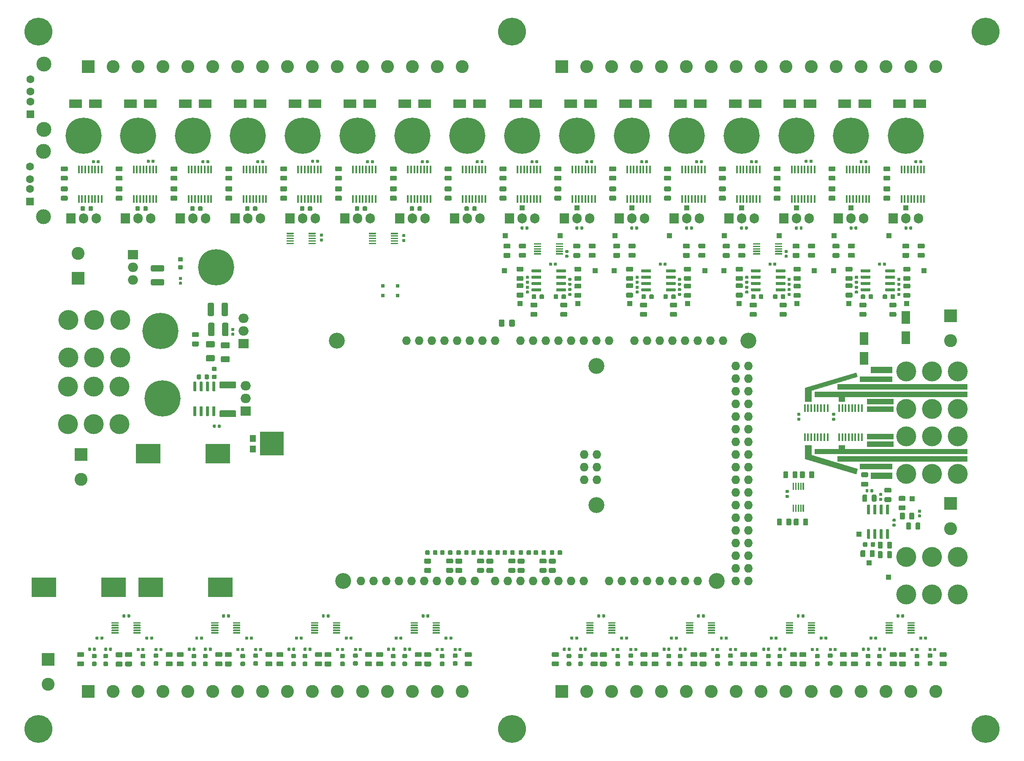
<source format=gbr>
G04 #@! TF.GenerationSoftware,KiCad,Pcbnew,(5.1.5)-3*
G04 #@! TF.CreationDate,2020-07-21T05:49:23-04:00*
G04 #@! TF.ProjectId,PCB,5043422e-6b69-4636-9164-5f7063625858,0*
G04 #@! TF.SameCoordinates,Original*
G04 #@! TF.FileFunction,Soldermask,Top*
G04 #@! TF.FilePolarity,Negative*
%FSLAX46Y46*%
G04 Gerber Fmt 4.6, Leading zero omitted, Abs format (unit mm)*
G04 Created by KiCad (PCBNEW (5.1.5)-3) date 2020-07-21 05:49:23*
%MOMM*%
%LPD*%
G04 APERTURE LIST*
%ADD10C,0.100000*%
%ADD11C,4.000000*%
%ADD12O,1.727200X1.727200*%
%ADD13C,3.200000*%
%ADD14O,1.905000X2.000000*%
%ADD15R,1.905000X2.000000*%
%ADD16O,7.250000X7.250000*%
%ADD17R,2.600000X2.600000*%
%ADD18C,2.600000*%
%ADD19R,1.270000X1.400000*%
%ADD20R,4.720000X4.800000*%
%ADD21C,5.600000*%
%ADD22O,2.000000X1.905000*%
%ADD23R,2.000000X1.905000*%
%ADD24R,1.000000X1.000000*%
%ADD25R,2.500000X1.800000*%
%ADD26R,1.800000X2.500000*%
%ADD27R,5.000000X4.000000*%
%ADD28C,3.000000*%
%ADD29R,1.600000X1.600000*%
%ADD30C,1.600000*%
%ADD31R,0.700000X0.700000*%
%ADD32R,0.450000X1.500000*%
G04 APERTURE END LIST*
D10*
G36*
X302250000Y-164750000D02*
G01*
X295750000Y-164750000D01*
X295750000Y-163750000D01*
X302250000Y-163750000D01*
X302250000Y-164750000D01*
G37*
X302250000Y-164750000D02*
X295750000Y-164750000D01*
X295750000Y-163750000D01*
X302250000Y-163750000D01*
X302250000Y-164750000D01*
G36*
X302500000Y-158750000D02*
G01*
X297250000Y-158750000D01*
X297250000Y-157750000D01*
X302500000Y-157750000D01*
X302500000Y-158750000D01*
G37*
X302500000Y-158750000D02*
X297250000Y-158750000D01*
X297250000Y-157750000D01*
X302500000Y-157750000D01*
X302500000Y-158750000D01*
G36*
X302250000Y-147250000D02*
G01*
X295750000Y-147250000D01*
X295750000Y-146250000D01*
X302250000Y-146250000D01*
X302250000Y-147250000D01*
G37*
X302250000Y-147250000D02*
X295750000Y-147250000D01*
X295750000Y-146250000D01*
X302250000Y-146250000D01*
X302250000Y-147250000D01*
G36*
X302250000Y-145500000D02*
G01*
X298000000Y-145500000D01*
X298000000Y-144250000D01*
X302250000Y-144250000D01*
X302250000Y-145500000D01*
G37*
X302250000Y-145500000D02*
X298000000Y-145500000D01*
X298000000Y-144250000D01*
X302250000Y-144250000D01*
X302250000Y-145500000D01*
G36*
X317250000Y-148750000D02*
G01*
X291250000Y-148750000D01*
X291250000Y-147750000D01*
X317250000Y-147750000D01*
X317250000Y-148750000D01*
G37*
X317250000Y-148750000D02*
X291250000Y-148750000D01*
X291250000Y-147750000D01*
X317250000Y-147750000D01*
X317250000Y-148750000D01*
G36*
X317250000Y-150250000D02*
G01*
X292750000Y-150250000D01*
X292750000Y-151250000D01*
X291500000Y-151250000D01*
X291500000Y-150250000D01*
X286750000Y-150250000D01*
X286750000Y-149250000D01*
X317250000Y-149250000D01*
X317250000Y-150250000D01*
G37*
X317250000Y-150250000D02*
X292750000Y-150250000D01*
X292750000Y-151250000D01*
X291500000Y-151250000D01*
X291500000Y-150250000D01*
X286750000Y-150250000D01*
X286750000Y-149250000D01*
X317250000Y-149250000D01*
X317250000Y-150250000D01*
G36*
X295250000Y-146250000D02*
G01*
X286000000Y-149000000D01*
X286000000Y-151250000D01*
X284750000Y-151250000D01*
X284750000Y-148500000D01*
X295000000Y-145500000D01*
X295250000Y-146250000D01*
G37*
X295250000Y-146250000D02*
X286000000Y-149000000D01*
X286000000Y-151250000D01*
X284750000Y-151250000D01*
X284750000Y-148500000D01*
X295000000Y-145500000D01*
X295250000Y-146250000D01*
G36*
X302500000Y-153250000D02*
G01*
X297250000Y-153250000D01*
X297250000Y-152250000D01*
X302500000Y-152250000D01*
X302500000Y-153250000D01*
G37*
X302500000Y-153250000D02*
X297250000Y-153250000D01*
X297250000Y-152250000D01*
X302500000Y-152250000D01*
X302500000Y-153250000D01*
G36*
X302500000Y-151750000D02*
G01*
X297250000Y-151750000D01*
X297250000Y-150750000D01*
X302500000Y-150750000D01*
X302500000Y-151750000D01*
G37*
X302500000Y-151750000D02*
X297250000Y-151750000D01*
X297250000Y-150750000D01*
X302500000Y-150750000D01*
X302500000Y-151750000D01*
G36*
X302500000Y-160250000D02*
G01*
X297250000Y-160250000D01*
X297250000Y-159250000D01*
X302500000Y-159250000D01*
X302500000Y-160250000D01*
G37*
X302500000Y-160250000D02*
X297250000Y-160250000D01*
X297250000Y-159250000D01*
X302500000Y-159250000D01*
X302500000Y-160250000D01*
G36*
X302250000Y-166750000D02*
G01*
X298000000Y-166750000D01*
X298000000Y-165500000D01*
X302250000Y-165500000D01*
X302250000Y-166750000D01*
G37*
X302250000Y-166750000D02*
X298000000Y-166750000D01*
X298000000Y-165500000D01*
X302250000Y-165500000D01*
X302250000Y-166750000D01*
G36*
X292750000Y-160750000D02*
G01*
X317250000Y-160750000D01*
X317250000Y-161750000D01*
X286750000Y-161750000D01*
X286750000Y-160750000D01*
X291500000Y-160750000D01*
X291500000Y-160000000D01*
X292750000Y-160000000D01*
X292750000Y-160750000D01*
G37*
X292750000Y-160750000D02*
X317250000Y-160750000D01*
X317250000Y-161750000D01*
X286750000Y-161750000D01*
X286750000Y-160750000D01*
X291500000Y-160750000D01*
X291500000Y-160000000D01*
X292750000Y-160000000D01*
X292750000Y-160750000D01*
G36*
X317250000Y-163250000D02*
G01*
X291250000Y-163250000D01*
X291250000Y-162250000D01*
X317250000Y-162250000D01*
X317250000Y-163250000D01*
G37*
X317250000Y-163250000D02*
X291250000Y-163250000D01*
X291250000Y-162250000D01*
X317250000Y-162250000D01*
X317250000Y-163250000D01*
G36*
X286000000Y-162000000D02*
G01*
X295250000Y-164750000D01*
X295000000Y-165750000D01*
X284750000Y-162750000D01*
X284750000Y-160000000D01*
X286000000Y-160000000D01*
X286000000Y-162000000D01*
G37*
X286000000Y-162000000D02*
X295250000Y-164750000D01*
X295000000Y-165750000D01*
X284750000Y-162750000D01*
X284750000Y-160000000D01*
X286000000Y-160000000D01*
X286000000Y-162000000D01*
D11*
X305050000Y-145240000D03*
X305050000Y-152760000D03*
X310250000Y-145240000D03*
X310250000Y-152760000D03*
X315450000Y-145240000D03*
X315450000Y-152760000D03*
X305050000Y-158240000D03*
X305050000Y-165760000D03*
X310250000Y-158240000D03*
X310250000Y-165760000D03*
X315450000Y-158240000D03*
X315450000Y-165760000D03*
D12*
X240527000Y-166980000D03*
X273420000Y-144120000D03*
X270880000Y-144120000D03*
X273420000Y-146660000D03*
X270880000Y-146660000D03*
X273420000Y-149200000D03*
X270880000Y-149200000D03*
X273420000Y-151740000D03*
X270880000Y-151740000D03*
X273420000Y-154280000D03*
X270880000Y-154280000D03*
X273420000Y-156820000D03*
X270880000Y-156820000D03*
X273420000Y-159360000D03*
X270880000Y-159360000D03*
X273420000Y-161900000D03*
X270880000Y-161900000D03*
X273420000Y-164440000D03*
X270880000Y-164440000D03*
X273420000Y-166980000D03*
X270880000Y-166980000D03*
X273420000Y-169520000D03*
X270880000Y-169520000D03*
X273420000Y-172060000D03*
X270880000Y-172060000D03*
X273420000Y-174600000D03*
X270880000Y-174600000D03*
X273420000Y-177140000D03*
X270880000Y-177140000D03*
X273420000Y-179680000D03*
X270880000Y-179680000D03*
X273420000Y-182220000D03*
X270880000Y-182220000D03*
X273420000Y-184760000D03*
X270880000Y-184760000D03*
X273420000Y-187300000D03*
X270880000Y-187300000D03*
X268340000Y-139040000D03*
X265800000Y-139040000D03*
X263260000Y-139040000D03*
X260720000Y-139040000D03*
X258180000Y-139040000D03*
X255640000Y-139040000D03*
X253100000Y-139040000D03*
X250560000Y-139040000D03*
X245480000Y-139040000D03*
X242940000Y-139040000D03*
X240400000Y-139040000D03*
X237860000Y-139040000D03*
X235320000Y-139040000D03*
X232780000Y-139040000D03*
X230240000Y-139040000D03*
X204840000Y-139040000D03*
X210936000Y-187300000D03*
X208396000Y-187300000D03*
X205856000Y-187300000D03*
X200776000Y-187300000D03*
X198236000Y-187300000D03*
X195696000Y-187300000D03*
D13*
X190870000Y-139040000D03*
X273420000Y-139040000D03*
X192140000Y-187300000D03*
X267070000Y-187300000D03*
X242940000Y-172060000D03*
X242940000Y-144120000D03*
D12*
X213476000Y-187300000D03*
X216016000Y-187300000D03*
X218556000Y-187300000D03*
X203316000Y-187300000D03*
X222620000Y-187300000D03*
X225160000Y-187300000D03*
X227700000Y-187300000D03*
X230240000Y-187300000D03*
X232780000Y-187300000D03*
X235320000Y-187300000D03*
X237860000Y-187300000D03*
X240400000Y-187300000D03*
X245480000Y-187300000D03*
X248020000Y-187300000D03*
X250560000Y-187300000D03*
X253100000Y-187300000D03*
X255640000Y-187300000D03*
X258180000Y-187300000D03*
X260720000Y-187300000D03*
X263260000Y-187300000D03*
X207380000Y-139040000D03*
X209920000Y-139040000D03*
X212460000Y-139040000D03*
X215000000Y-139040000D03*
X217540000Y-139040000D03*
X220080000Y-139040000D03*
X222620000Y-139040000D03*
X227700000Y-139040000D03*
X243067000Y-166980000D03*
X240527000Y-164440000D03*
X243067000Y-164440000D03*
X243067000Y-161900000D03*
X240527000Y-161900000D03*
D14*
X153576000Y-114508000D03*
X151036000Y-114508000D03*
D15*
X148496000Y-114508000D03*
D16*
X151036000Y-97848000D03*
D14*
X186576000Y-114508000D03*
X184036000Y-114508000D03*
D15*
X181496000Y-114508000D03*
D16*
X184036000Y-97848000D03*
D14*
X241576000Y-114508000D03*
X239036000Y-114508000D03*
D15*
X236496000Y-114508000D03*
D16*
X239036000Y-97848000D03*
D14*
X197576000Y-114508000D03*
X195036000Y-114508000D03*
D15*
X192496000Y-114508000D03*
D16*
X195036000Y-97848000D03*
D14*
X252576000Y-114508000D03*
X250036000Y-114508000D03*
D15*
X247496000Y-114508000D03*
D16*
X250036000Y-97848000D03*
D17*
X141000000Y-209500000D03*
D18*
X146000000Y-209500000D03*
X151000000Y-209500000D03*
X156000000Y-209500000D03*
X161000000Y-209500000D03*
X166000000Y-209500000D03*
X171000000Y-209500000D03*
X176000000Y-209500000D03*
X181000000Y-209500000D03*
X186000000Y-209500000D03*
X191000000Y-209500000D03*
X196000000Y-209500000D03*
X201000000Y-209500000D03*
X206000000Y-209500000D03*
X211000000Y-209500000D03*
X216000000Y-209500000D03*
D19*
X174000000Y-158670000D03*
D20*
X177805000Y-159710000D03*
D19*
X174000000Y-160750000D03*
D10*
G36*
X166369703Y-152200722D02*
G01*
X166384264Y-152202882D01*
X166398543Y-152206459D01*
X166412403Y-152211418D01*
X166425710Y-152217712D01*
X166438336Y-152225280D01*
X166450159Y-152234048D01*
X166461066Y-152243934D01*
X166470952Y-152254841D01*
X166479720Y-152266664D01*
X166487288Y-152279290D01*
X166493582Y-152292597D01*
X166498541Y-152306457D01*
X166502118Y-152320736D01*
X166504278Y-152335297D01*
X166505000Y-152350000D01*
X166505000Y-154000000D01*
X166504278Y-154014703D01*
X166502118Y-154029264D01*
X166498541Y-154043543D01*
X166493582Y-154057403D01*
X166487288Y-154070710D01*
X166479720Y-154083336D01*
X166470952Y-154095159D01*
X166461066Y-154106066D01*
X166450159Y-154115952D01*
X166438336Y-154124720D01*
X166425710Y-154132288D01*
X166412403Y-154138582D01*
X166398543Y-154143541D01*
X166384264Y-154147118D01*
X166369703Y-154149278D01*
X166355000Y-154150000D01*
X166055000Y-154150000D01*
X166040297Y-154149278D01*
X166025736Y-154147118D01*
X166011457Y-154143541D01*
X165997597Y-154138582D01*
X165984290Y-154132288D01*
X165971664Y-154124720D01*
X165959841Y-154115952D01*
X165948934Y-154106066D01*
X165939048Y-154095159D01*
X165930280Y-154083336D01*
X165922712Y-154070710D01*
X165916418Y-154057403D01*
X165911459Y-154043543D01*
X165907882Y-154029264D01*
X165905722Y-154014703D01*
X165905000Y-154000000D01*
X165905000Y-152350000D01*
X165905722Y-152335297D01*
X165907882Y-152320736D01*
X165911459Y-152306457D01*
X165916418Y-152292597D01*
X165922712Y-152279290D01*
X165930280Y-152266664D01*
X165939048Y-152254841D01*
X165948934Y-152243934D01*
X165959841Y-152234048D01*
X165971664Y-152225280D01*
X165984290Y-152217712D01*
X165997597Y-152211418D01*
X166011457Y-152206459D01*
X166025736Y-152202882D01*
X166040297Y-152200722D01*
X166055000Y-152200000D01*
X166355000Y-152200000D01*
X166369703Y-152200722D01*
G37*
G36*
X165099703Y-152200722D02*
G01*
X165114264Y-152202882D01*
X165128543Y-152206459D01*
X165142403Y-152211418D01*
X165155710Y-152217712D01*
X165168336Y-152225280D01*
X165180159Y-152234048D01*
X165191066Y-152243934D01*
X165200952Y-152254841D01*
X165209720Y-152266664D01*
X165217288Y-152279290D01*
X165223582Y-152292597D01*
X165228541Y-152306457D01*
X165232118Y-152320736D01*
X165234278Y-152335297D01*
X165235000Y-152350000D01*
X165235000Y-154000000D01*
X165234278Y-154014703D01*
X165232118Y-154029264D01*
X165228541Y-154043543D01*
X165223582Y-154057403D01*
X165217288Y-154070710D01*
X165209720Y-154083336D01*
X165200952Y-154095159D01*
X165191066Y-154106066D01*
X165180159Y-154115952D01*
X165168336Y-154124720D01*
X165155710Y-154132288D01*
X165142403Y-154138582D01*
X165128543Y-154143541D01*
X165114264Y-154147118D01*
X165099703Y-154149278D01*
X165085000Y-154150000D01*
X164785000Y-154150000D01*
X164770297Y-154149278D01*
X164755736Y-154147118D01*
X164741457Y-154143541D01*
X164727597Y-154138582D01*
X164714290Y-154132288D01*
X164701664Y-154124720D01*
X164689841Y-154115952D01*
X164678934Y-154106066D01*
X164669048Y-154095159D01*
X164660280Y-154083336D01*
X164652712Y-154070710D01*
X164646418Y-154057403D01*
X164641459Y-154043543D01*
X164637882Y-154029264D01*
X164635722Y-154014703D01*
X164635000Y-154000000D01*
X164635000Y-152350000D01*
X164635722Y-152335297D01*
X164637882Y-152320736D01*
X164641459Y-152306457D01*
X164646418Y-152292597D01*
X164652712Y-152279290D01*
X164660280Y-152266664D01*
X164669048Y-152254841D01*
X164678934Y-152243934D01*
X164689841Y-152234048D01*
X164701664Y-152225280D01*
X164714290Y-152217712D01*
X164727597Y-152211418D01*
X164741457Y-152206459D01*
X164755736Y-152202882D01*
X164770297Y-152200722D01*
X164785000Y-152200000D01*
X165085000Y-152200000D01*
X165099703Y-152200722D01*
G37*
G36*
X163829703Y-152200722D02*
G01*
X163844264Y-152202882D01*
X163858543Y-152206459D01*
X163872403Y-152211418D01*
X163885710Y-152217712D01*
X163898336Y-152225280D01*
X163910159Y-152234048D01*
X163921066Y-152243934D01*
X163930952Y-152254841D01*
X163939720Y-152266664D01*
X163947288Y-152279290D01*
X163953582Y-152292597D01*
X163958541Y-152306457D01*
X163962118Y-152320736D01*
X163964278Y-152335297D01*
X163965000Y-152350000D01*
X163965000Y-154000000D01*
X163964278Y-154014703D01*
X163962118Y-154029264D01*
X163958541Y-154043543D01*
X163953582Y-154057403D01*
X163947288Y-154070710D01*
X163939720Y-154083336D01*
X163930952Y-154095159D01*
X163921066Y-154106066D01*
X163910159Y-154115952D01*
X163898336Y-154124720D01*
X163885710Y-154132288D01*
X163872403Y-154138582D01*
X163858543Y-154143541D01*
X163844264Y-154147118D01*
X163829703Y-154149278D01*
X163815000Y-154150000D01*
X163515000Y-154150000D01*
X163500297Y-154149278D01*
X163485736Y-154147118D01*
X163471457Y-154143541D01*
X163457597Y-154138582D01*
X163444290Y-154132288D01*
X163431664Y-154124720D01*
X163419841Y-154115952D01*
X163408934Y-154106066D01*
X163399048Y-154095159D01*
X163390280Y-154083336D01*
X163382712Y-154070710D01*
X163376418Y-154057403D01*
X163371459Y-154043543D01*
X163367882Y-154029264D01*
X163365722Y-154014703D01*
X163365000Y-154000000D01*
X163365000Y-152350000D01*
X163365722Y-152335297D01*
X163367882Y-152320736D01*
X163371459Y-152306457D01*
X163376418Y-152292597D01*
X163382712Y-152279290D01*
X163390280Y-152266664D01*
X163399048Y-152254841D01*
X163408934Y-152243934D01*
X163419841Y-152234048D01*
X163431664Y-152225280D01*
X163444290Y-152217712D01*
X163457597Y-152211418D01*
X163471457Y-152206459D01*
X163485736Y-152202882D01*
X163500297Y-152200722D01*
X163515000Y-152200000D01*
X163815000Y-152200000D01*
X163829703Y-152200722D01*
G37*
G36*
X162559703Y-152200722D02*
G01*
X162574264Y-152202882D01*
X162588543Y-152206459D01*
X162602403Y-152211418D01*
X162615710Y-152217712D01*
X162628336Y-152225280D01*
X162640159Y-152234048D01*
X162651066Y-152243934D01*
X162660952Y-152254841D01*
X162669720Y-152266664D01*
X162677288Y-152279290D01*
X162683582Y-152292597D01*
X162688541Y-152306457D01*
X162692118Y-152320736D01*
X162694278Y-152335297D01*
X162695000Y-152350000D01*
X162695000Y-154000000D01*
X162694278Y-154014703D01*
X162692118Y-154029264D01*
X162688541Y-154043543D01*
X162683582Y-154057403D01*
X162677288Y-154070710D01*
X162669720Y-154083336D01*
X162660952Y-154095159D01*
X162651066Y-154106066D01*
X162640159Y-154115952D01*
X162628336Y-154124720D01*
X162615710Y-154132288D01*
X162602403Y-154138582D01*
X162588543Y-154143541D01*
X162574264Y-154147118D01*
X162559703Y-154149278D01*
X162545000Y-154150000D01*
X162245000Y-154150000D01*
X162230297Y-154149278D01*
X162215736Y-154147118D01*
X162201457Y-154143541D01*
X162187597Y-154138582D01*
X162174290Y-154132288D01*
X162161664Y-154124720D01*
X162149841Y-154115952D01*
X162138934Y-154106066D01*
X162129048Y-154095159D01*
X162120280Y-154083336D01*
X162112712Y-154070710D01*
X162106418Y-154057403D01*
X162101459Y-154043543D01*
X162097882Y-154029264D01*
X162095722Y-154014703D01*
X162095000Y-154000000D01*
X162095000Y-152350000D01*
X162095722Y-152335297D01*
X162097882Y-152320736D01*
X162101459Y-152306457D01*
X162106418Y-152292597D01*
X162112712Y-152279290D01*
X162120280Y-152266664D01*
X162129048Y-152254841D01*
X162138934Y-152243934D01*
X162149841Y-152234048D01*
X162161664Y-152225280D01*
X162174290Y-152217712D01*
X162187597Y-152211418D01*
X162201457Y-152206459D01*
X162215736Y-152202882D01*
X162230297Y-152200722D01*
X162245000Y-152200000D01*
X162545000Y-152200000D01*
X162559703Y-152200722D01*
G37*
G36*
X162559703Y-147250722D02*
G01*
X162574264Y-147252882D01*
X162588543Y-147256459D01*
X162602403Y-147261418D01*
X162615710Y-147267712D01*
X162628336Y-147275280D01*
X162640159Y-147284048D01*
X162651066Y-147293934D01*
X162660952Y-147304841D01*
X162669720Y-147316664D01*
X162677288Y-147329290D01*
X162683582Y-147342597D01*
X162688541Y-147356457D01*
X162692118Y-147370736D01*
X162694278Y-147385297D01*
X162695000Y-147400000D01*
X162695000Y-149050000D01*
X162694278Y-149064703D01*
X162692118Y-149079264D01*
X162688541Y-149093543D01*
X162683582Y-149107403D01*
X162677288Y-149120710D01*
X162669720Y-149133336D01*
X162660952Y-149145159D01*
X162651066Y-149156066D01*
X162640159Y-149165952D01*
X162628336Y-149174720D01*
X162615710Y-149182288D01*
X162602403Y-149188582D01*
X162588543Y-149193541D01*
X162574264Y-149197118D01*
X162559703Y-149199278D01*
X162545000Y-149200000D01*
X162245000Y-149200000D01*
X162230297Y-149199278D01*
X162215736Y-149197118D01*
X162201457Y-149193541D01*
X162187597Y-149188582D01*
X162174290Y-149182288D01*
X162161664Y-149174720D01*
X162149841Y-149165952D01*
X162138934Y-149156066D01*
X162129048Y-149145159D01*
X162120280Y-149133336D01*
X162112712Y-149120710D01*
X162106418Y-149107403D01*
X162101459Y-149093543D01*
X162097882Y-149079264D01*
X162095722Y-149064703D01*
X162095000Y-149050000D01*
X162095000Y-147400000D01*
X162095722Y-147385297D01*
X162097882Y-147370736D01*
X162101459Y-147356457D01*
X162106418Y-147342597D01*
X162112712Y-147329290D01*
X162120280Y-147316664D01*
X162129048Y-147304841D01*
X162138934Y-147293934D01*
X162149841Y-147284048D01*
X162161664Y-147275280D01*
X162174290Y-147267712D01*
X162187597Y-147261418D01*
X162201457Y-147256459D01*
X162215736Y-147252882D01*
X162230297Y-147250722D01*
X162245000Y-147250000D01*
X162545000Y-147250000D01*
X162559703Y-147250722D01*
G37*
G36*
X163829703Y-147250722D02*
G01*
X163844264Y-147252882D01*
X163858543Y-147256459D01*
X163872403Y-147261418D01*
X163885710Y-147267712D01*
X163898336Y-147275280D01*
X163910159Y-147284048D01*
X163921066Y-147293934D01*
X163930952Y-147304841D01*
X163939720Y-147316664D01*
X163947288Y-147329290D01*
X163953582Y-147342597D01*
X163958541Y-147356457D01*
X163962118Y-147370736D01*
X163964278Y-147385297D01*
X163965000Y-147400000D01*
X163965000Y-149050000D01*
X163964278Y-149064703D01*
X163962118Y-149079264D01*
X163958541Y-149093543D01*
X163953582Y-149107403D01*
X163947288Y-149120710D01*
X163939720Y-149133336D01*
X163930952Y-149145159D01*
X163921066Y-149156066D01*
X163910159Y-149165952D01*
X163898336Y-149174720D01*
X163885710Y-149182288D01*
X163872403Y-149188582D01*
X163858543Y-149193541D01*
X163844264Y-149197118D01*
X163829703Y-149199278D01*
X163815000Y-149200000D01*
X163515000Y-149200000D01*
X163500297Y-149199278D01*
X163485736Y-149197118D01*
X163471457Y-149193541D01*
X163457597Y-149188582D01*
X163444290Y-149182288D01*
X163431664Y-149174720D01*
X163419841Y-149165952D01*
X163408934Y-149156066D01*
X163399048Y-149145159D01*
X163390280Y-149133336D01*
X163382712Y-149120710D01*
X163376418Y-149107403D01*
X163371459Y-149093543D01*
X163367882Y-149079264D01*
X163365722Y-149064703D01*
X163365000Y-149050000D01*
X163365000Y-147400000D01*
X163365722Y-147385297D01*
X163367882Y-147370736D01*
X163371459Y-147356457D01*
X163376418Y-147342597D01*
X163382712Y-147329290D01*
X163390280Y-147316664D01*
X163399048Y-147304841D01*
X163408934Y-147293934D01*
X163419841Y-147284048D01*
X163431664Y-147275280D01*
X163444290Y-147267712D01*
X163457597Y-147261418D01*
X163471457Y-147256459D01*
X163485736Y-147252882D01*
X163500297Y-147250722D01*
X163515000Y-147250000D01*
X163815000Y-147250000D01*
X163829703Y-147250722D01*
G37*
G36*
X165099703Y-147250722D02*
G01*
X165114264Y-147252882D01*
X165128543Y-147256459D01*
X165142403Y-147261418D01*
X165155710Y-147267712D01*
X165168336Y-147275280D01*
X165180159Y-147284048D01*
X165191066Y-147293934D01*
X165200952Y-147304841D01*
X165209720Y-147316664D01*
X165217288Y-147329290D01*
X165223582Y-147342597D01*
X165228541Y-147356457D01*
X165232118Y-147370736D01*
X165234278Y-147385297D01*
X165235000Y-147400000D01*
X165235000Y-149050000D01*
X165234278Y-149064703D01*
X165232118Y-149079264D01*
X165228541Y-149093543D01*
X165223582Y-149107403D01*
X165217288Y-149120710D01*
X165209720Y-149133336D01*
X165200952Y-149145159D01*
X165191066Y-149156066D01*
X165180159Y-149165952D01*
X165168336Y-149174720D01*
X165155710Y-149182288D01*
X165142403Y-149188582D01*
X165128543Y-149193541D01*
X165114264Y-149197118D01*
X165099703Y-149199278D01*
X165085000Y-149200000D01*
X164785000Y-149200000D01*
X164770297Y-149199278D01*
X164755736Y-149197118D01*
X164741457Y-149193541D01*
X164727597Y-149188582D01*
X164714290Y-149182288D01*
X164701664Y-149174720D01*
X164689841Y-149165952D01*
X164678934Y-149156066D01*
X164669048Y-149145159D01*
X164660280Y-149133336D01*
X164652712Y-149120710D01*
X164646418Y-149107403D01*
X164641459Y-149093543D01*
X164637882Y-149079264D01*
X164635722Y-149064703D01*
X164635000Y-149050000D01*
X164635000Y-147400000D01*
X164635722Y-147385297D01*
X164637882Y-147370736D01*
X164641459Y-147356457D01*
X164646418Y-147342597D01*
X164652712Y-147329290D01*
X164660280Y-147316664D01*
X164669048Y-147304841D01*
X164678934Y-147293934D01*
X164689841Y-147284048D01*
X164701664Y-147275280D01*
X164714290Y-147267712D01*
X164727597Y-147261418D01*
X164741457Y-147256459D01*
X164755736Y-147252882D01*
X164770297Y-147250722D01*
X164785000Y-147250000D01*
X165085000Y-147250000D01*
X165099703Y-147250722D01*
G37*
G36*
X166369703Y-147250722D02*
G01*
X166384264Y-147252882D01*
X166398543Y-147256459D01*
X166412403Y-147261418D01*
X166425710Y-147267712D01*
X166438336Y-147275280D01*
X166450159Y-147284048D01*
X166461066Y-147293934D01*
X166470952Y-147304841D01*
X166479720Y-147316664D01*
X166487288Y-147329290D01*
X166493582Y-147342597D01*
X166498541Y-147356457D01*
X166502118Y-147370736D01*
X166504278Y-147385297D01*
X166505000Y-147400000D01*
X166505000Y-149050000D01*
X166504278Y-149064703D01*
X166502118Y-149079264D01*
X166498541Y-149093543D01*
X166493582Y-149107403D01*
X166487288Y-149120710D01*
X166479720Y-149133336D01*
X166470952Y-149145159D01*
X166461066Y-149156066D01*
X166450159Y-149165952D01*
X166438336Y-149174720D01*
X166425710Y-149182288D01*
X166412403Y-149188582D01*
X166398543Y-149193541D01*
X166384264Y-149197118D01*
X166369703Y-149199278D01*
X166355000Y-149200000D01*
X166055000Y-149200000D01*
X166040297Y-149199278D01*
X166025736Y-149197118D01*
X166011457Y-149193541D01*
X165997597Y-149188582D01*
X165984290Y-149182288D01*
X165971664Y-149174720D01*
X165959841Y-149165952D01*
X165948934Y-149156066D01*
X165939048Y-149145159D01*
X165930280Y-149133336D01*
X165922712Y-149120710D01*
X165916418Y-149107403D01*
X165911459Y-149093543D01*
X165907882Y-149079264D01*
X165905722Y-149064703D01*
X165905000Y-149050000D01*
X165905000Y-147400000D01*
X165905722Y-147385297D01*
X165907882Y-147370736D01*
X165911459Y-147356457D01*
X165916418Y-147342597D01*
X165922712Y-147329290D01*
X165930280Y-147316664D01*
X165939048Y-147304841D01*
X165948934Y-147293934D01*
X165959841Y-147284048D01*
X165971664Y-147275280D01*
X165984290Y-147267712D01*
X165997597Y-147261418D01*
X166011457Y-147256459D01*
X166025736Y-147252882D01*
X166040297Y-147250722D01*
X166055000Y-147250000D01*
X166355000Y-147250000D01*
X166369703Y-147250722D01*
G37*
D21*
X226000000Y-217000000D03*
X321000000Y-217000000D03*
X321000000Y-77000000D03*
X226000000Y-77000000D03*
X131000000Y-77000000D03*
X131000000Y-217000000D03*
D10*
G36*
X165999504Y-131426204D02*
G01*
X166023773Y-131429804D01*
X166047571Y-131435765D01*
X166070671Y-131444030D01*
X166092849Y-131454520D01*
X166113893Y-131467133D01*
X166133598Y-131481747D01*
X166151777Y-131498223D01*
X166168253Y-131516402D01*
X166182867Y-131536107D01*
X166195480Y-131557151D01*
X166205970Y-131579329D01*
X166214235Y-131602429D01*
X166220196Y-131626227D01*
X166223796Y-131650496D01*
X166225000Y-131675000D01*
X166225000Y-133825000D01*
X166223796Y-133849504D01*
X166220196Y-133873773D01*
X166214235Y-133897571D01*
X166205970Y-133920671D01*
X166195480Y-133942849D01*
X166182867Y-133963893D01*
X166168253Y-133983598D01*
X166151777Y-134001777D01*
X166133598Y-134018253D01*
X166113893Y-134032867D01*
X166092849Y-134045480D01*
X166070671Y-134055970D01*
X166047571Y-134064235D01*
X166023773Y-134070196D01*
X165999504Y-134073796D01*
X165975000Y-134075000D01*
X165225000Y-134075000D01*
X165200496Y-134073796D01*
X165176227Y-134070196D01*
X165152429Y-134064235D01*
X165129329Y-134055970D01*
X165107151Y-134045480D01*
X165086107Y-134032867D01*
X165066402Y-134018253D01*
X165048223Y-134001777D01*
X165031747Y-133983598D01*
X165017133Y-133963893D01*
X165004520Y-133942849D01*
X164994030Y-133920671D01*
X164985765Y-133897571D01*
X164979804Y-133873773D01*
X164976204Y-133849504D01*
X164975000Y-133825000D01*
X164975000Y-131675000D01*
X164976204Y-131650496D01*
X164979804Y-131626227D01*
X164985765Y-131602429D01*
X164994030Y-131579329D01*
X165004520Y-131557151D01*
X165017133Y-131536107D01*
X165031747Y-131516402D01*
X165048223Y-131498223D01*
X165066402Y-131481747D01*
X165086107Y-131467133D01*
X165107151Y-131454520D01*
X165129329Y-131444030D01*
X165152429Y-131435765D01*
X165176227Y-131429804D01*
X165200496Y-131426204D01*
X165225000Y-131425000D01*
X165975000Y-131425000D01*
X165999504Y-131426204D01*
G37*
G36*
X168799504Y-131426204D02*
G01*
X168823773Y-131429804D01*
X168847571Y-131435765D01*
X168870671Y-131444030D01*
X168892849Y-131454520D01*
X168913893Y-131467133D01*
X168933598Y-131481747D01*
X168951777Y-131498223D01*
X168968253Y-131516402D01*
X168982867Y-131536107D01*
X168995480Y-131557151D01*
X169005970Y-131579329D01*
X169014235Y-131602429D01*
X169020196Y-131626227D01*
X169023796Y-131650496D01*
X169025000Y-131675000D01*
X169025000Y-133825000D01*
X169023796Y-133849504D01*
X169020196Y-133873773D01*
X169014235Y-133897571D01*
X169005970Y-133920671D01*
X168995480Y-133942849D01*
X168982867Y-133963893D01*
X168968253Y-133983598D01*
X168951777Y-134001777D01*
X168933598Y-134018253D01*
X168913893Y-134032867D01*
X168892849Y-134045480D01*
X168870671Y-134055970D01*
X168847571Y-134064235D01*
X168823773Y-134070196D01*
X168799504Y-134073796D01*
X168775000Y-134075000D01*
X168025000Y-134075000D01*
X168000496Y-134073796D01*
X167976227Y-134070196D01*
X167952429Y-134064235D01*
X167929329Y-134055970D01*
X167907151Y-134045480D01*
X167886107Y-134032867D01*
X167866402Y-134018253D01*
X167848223Y-134001777D01*
X167831747Y-133983598D01*
X167817133Y-133963893D01*
X167804520Y-133942849D01*
X167794030Y-133920671D01*
X167785765Y-133897571D01*
X167779804Y-133873773D01*
X167776204Y-133849504D01*
X167775000Y-133825000D01*
X167775000Y-131675000D01*
X167776204Y-131650496D01*
X167779804Y-131626227D01*
X167785765Y-131602429D01*
X167794030Y-131579329D01*
X167804520Y-131557151D01*
X167817133Y-131536107D01*
X167831747Y-131516402D01*
X167848223Y-131498223D01*
X167866402Y-131481747D01*
X167886107Y-131467133D01*
X167907151Y-131454520D01*
X167929329Y-131444030D01*
X167952429Y-131435765D01*
X167976227Y-131429804D01*
X168000496Y-131426204D01*
X168025000Y-131425000D01*
X168775000Y-131425000D01*
X168799504Y-131426204D01*
G37*
G36*
X303786958Y-128470710D02*
G01*
X303801276Y-128472834D01*
X303815317Y-128476351D01*
X303828946Y-128481228D01*
X303842031Y-128487417D01*
X303854447Y-128494858D01*
X303866073Y-128503481D01*
X303876798Y-128513202D01*
X303886519Y-128523927D01*
X303895142Y-128535553D01*
X303902583Y-128547969D01*
X303908772Y-128561054D01*
X303913649Y-128574683D01*
X303917166Y-128588724D01*
X303919290Y-128603042D01*
X303920000Y-128617500D01*
X303920000Y-128912500D01*
X303919290Y-128926958D01*
X303917166Y-128941276D01*
X303913649Y-128955317D01*
X303908772Y-128968946D01*
X303902583Y-128982031D01*
X303895142Y-128994447D01*
X303886519Y-129006073D01*
X303876798Y-129016798D01*
X303866073Y-129026519D01*
X303854447Y-129035142D01*
X303842031Y-129042583D01*
X303828946Y-129048772D01*
X303815317Y-129053649D01*
X303801276Y-129057166D01*
X303786958Y-129059290D01*
X303772500Y-129060000D01*
X303427500Y-129060000D01*
X303413042Y-129059290D01*
X303398724Y-129057166D01*
X303384683Y-129053649D01*
X303371054Y-129048772D01*
X303357969Y-129042583D01*
X303345553Y-129035142D01*
X303333927Y-129026519D01*
X303323202Y-129016798D01*
X303313481Y-129006073D01*
X303304858Y-128994447D01*
X303297417Y-128982031D01*
X303291228Y-128968946D01*
X303286351Y-128955317D01*
X303282834Y-128941276D01*
X303280710Y-128926958D01*
X303280000Y-128912500D01*
X303280000Y-128617500D01*
X303280710Y-128603042D01*
X303282834Y-128588724D01*
X303286351Y-128574683D01*
X303291228Y-128561054D01*
X303297417Y-128547969D01*
X303304858Y-128535553D01*
X303313481Y-128523927D01*
X303323202Y-128513202D01*
X303333927Y-128503481D01*
X303345553Y-128494858D01*
X303357969Y-128487417D01*
X303371054Y-128481228D01*
X303384683Y-128476351D01*
X303398724Y-128472834D01*
X303413042Y-128470710D01*
X303427500Y-128470000D01*
X303772500Y-128470000D01*
X303786958Y-128470710D01*
G37*
G36*
X303786958Y-129440710D02*
G01*
X303801276Y-129442834D01*
X303815317Y-129446351D01*
X303828946Y-129451228D01*
X303842031Y-129457417D01*
X303854447Y-129464858D01*
X303866073Y-129473481D01*
X303876798Y-129483202D01*
X303886519Y-129493927D01*
X303895142Y-129505553D01*
X303902583Y-129517969D01*
X303908772Y-129531054D01*
X303913649Y-129544683D01*
X303917166Y-129558724D01*
X303919290Y-129573042D01*
X303920000Y-129587500D01*
X303920000Y-129882500D01*
X303919290Y-129896958D01*
X303917166Y-129911276D01*
X303913649Y-129925317D01*
X303908772Y-129938946D01*
X303902583Y-129952031D01*
X303895142Y-129964447D01*
X303886519Y-129976073D01*
X303876798Y-129986798D01*
X303866073Y-129996519D01*
X303854447Y-130005142D01*
X303842031Y-130012583D01*
X303828946Y-130018772D01*
X303815317Y-130023649D01*
X303801276Y-130027166D01*
X303786958Y-130029290D01*
X303772500Y-130030000D01*
X303427500Y-130030000D01*
X303413042Y-130029290D01*
X303398724Y-130027166D01*
X303384683Y-130023649D01*
X303371054Y-130018772D01*
X303357969Y-130012583D01*
X303345553Y-130005142D01*
X303333927Y-129996519D01*
X303323202Y-129986798D01*
X303313481Y-129976073D01*
X303304858Y-129964447D01*
X303297417Y-129952031D01*
X303291228Y-129938946D01*
X303286351Y-129925317D01*
X303282834Y-129911276D01*
X303280710Y-129896958D01*
X303280000Y-129882500D01*
X303280000Y-129587500D01*
X303280710Y-129573042D01*
X303282834Y-129558724D01*
X303286351Y-129544683D01*
X303291228Y-129531054D01*
X303297417Y-129517969D01*
X303304858Y-129505553D01*
X303313481Y-129493927D01*
X303323202Y-129483202D01*
X303333927Y-129473481D01*
X303345553Y-129464858D01*
X303357969Y-129457417D01*
X303371054Y-129451228D01*
X303384683Y-129446351D01*
X303398724Y-129442834D01*
X303413042Y-129440710D01*
X303427500Y-129440000D01*
X303772500Y-129440000D01*
X303786958Y-129440710D01*
G37*
G36*
X281786958Y-128470710D02*
G01*
X281801276Y-128472834D01*
X281815317Y-128476351D01*
X281828946Y-128481228D01*
X281842031Y-128487417D01*
X281854447Y-128494858D01*
X281866073Y-128503481D01*
X281876798Y-128513202D01*
X281886519Y-128523927D01*
X281895142Y-128535553D01*
X281902583Y-128547969D01*
X281908772Y-128561054D01*
X281913649Y-128574683D01*
X281917166Y-128588724D01*
X281919290Y-128603042D01*
X281920000Y-128617500D01*
X281920000Y-128912500D01*
X281919290Y-128926958D01*
X281917166Y-128941276D01*
X281913649Y-128955317D01*
X281908772Y-128968946D01*
X281902583Y-128982031D01*
X281895142Y-128994447D01*
X281886519Y-129006073D01*
X281876798Y-129016798D01*
X281866073Y-129026519D01*
X281854447Y-129035142D01*
X281842031Y-129042583D01*
X281828946Y-129048772D01*
X281815317Y-129053649D01*
X281801276Y-129057166D01*
X281786958Y-129059290D01*
X281772500Y-129060000D01*
X281427500Y-129060000D01*
X281413042Y-129059290D01*
X281398724Y-129057166D01*
X281384683Y-129053649D01*
X281371054Y-129048772D01*
X281357969Y-129042583D01*
X281345553Y-129035142D01*
X281333927Y-129026519D01*
X281323202Y-129016798D01*
X281313481Y-129006073D01*
X281304858Y-128994447D01*
X281297417Y-128982031D01*
X281291228Y-128968946D01*
X281286351Y-128955317D01*
X281282834Y-128941276D01*
X281280710Y-128926958D01*
X281280000Y-128912500D01*
X281280000Y-128617500D01*
X281280710Y-128603042D01*
X281282834Y-128588724D01*
X281286351Y-128574683D01*
X281291228Y-128561054D01*
X281297417Y-128547969D01*
X281304858Y-128535553D01*
X281313481Y-128523927D01*
X281323202Y-128513202D01*
X281333927Y-128503481D01*
X281345553Y-128494858D01*
X281357969Y-128487417D01*
X281371054Y-128481228D01*
X281384683Y-128476351D01*
X281398724Y-128472834D01*
X281413042Y-128470710D01*
X281427500Y-128470000D01*
X281772500Y-128470000D01*
X281786958Y-128470710D01*
G37*
G36*
X281786958Y-129440710D02*
G01*
X281801276Y-129442834D01*
X281815317Y-129446351D01*
X281828946Y-129451228D01*
X281842031Y-129457417D01*
X281854447Y-129464858D01*
X281866073Y-129473481D01*
X281876798Y-129483202D01*
X281886519Y-129493927D01*
X281895142Y-129505553D01*
X281902583Y-129517969D01*
X281908772Y-129531054D01*
X281913649Y-129544683D01*
X281917166Y-129558724D01*
X281919290Y-129573042D01*
X281920000Y-129587500D01*
X281920000Y-129882500D01*
X281919290Y-129896958D01*
X281917166Y-129911276D01*
X281913649Y-129925317D01*
X281908772Y-129938946D01*
X281902583Y-129952031D01*
X281895142Y-129964447D01*
X281886519Y-129976073D01*
X281876798Y-129986798D01*
X281866073Y-129996519D01*
X281854447Y-130005142D01*
X281842031Y-130012583D01*
X281828946Y-130018772D01*
X281815317Y-130023649D01*
X281801276Y-130027166D01*
X281786958Y-130029290D01*
X281772500Y-130030000D01*
X281427500Y-130030000D01*
X281413042Y-130029290D01*
X281398724Y-130027166D01*
X281384683Y-130023649D01*
X281371054Y-130018772D01*
X281357969Y-130012583D01*
X281345553Y-130005142D01*
X281333927Y-129996519D01*
X281323202Y-129986798D01*
X281313481Y-129976073D01*
X281304858Y-129964447D01*
X281297417Y-129952031D01*
X281291228Y-129938946D01*
X281286351Y-129925317D01*
X281282834Y-129911276D01*
X281280710Y-129896958D01*
X281280000Y-129882500D01*
X281280000Y-129587500D01*
X281280710Y-129573042D01*
X281282834Y-129558724D01*
X281286351Y-129544683D01*
X281291228Y-129531054D01*
X281297417Y-129517969D01*
X281304858Y-129505553D01*
X281313481Y-129493927D01*
X281323202Y-129483202D01*
X281333927Y-129473481D01*
X281345553Y-129464858D01*
X281357969Y-129457417D01*
X281371054Y-129451228D01*
X281384683Y-129446351D01*
X281398724Y-129442834D01*
X281413042Y-129440710D01*
X281427500Y-129440000D01*
X281772500Y-129440000D01*
X281786958Y-129440710D01*
G37*
G36*
X259786958Y-128470710D02*
G01*
X259801276Y-128472834D01*
X259815317Y-128476351D01*
X259828946Y-128481228D01*
X259842031Y-128487417D01*
X259854447Y-128494858D01*
X259866073Y-128503481D01*
X259876798Y-128513202D01*
X259886519Y-128523927D01*
X259895142Y-128535553D01*
X259902583Y-128547969D01*
X259908772Y-128561054D01*
X259913649Y-128574683D01*
X259917166Y-128588724D01*
X259919290Y-128603042D01*
X259920000Y-128617500D01*
X259920000Y-128912500D01*
X259919290Y-128926958D01*
X259917166Y-128941276D01*
X259913649Y-128955317D01*
X259908772Y-128968946D01*
X259902583Y-128982031D01*
X259895142Y-128994447D01*
X259886519Y-129006073D01*
X259876798Y-129016798D01*
X259866073Y-129026519D01*
X259854447Y-129035142D01*
X259842031Y-129042583D01*
X259828946Y-129048772D01*
X259815317Y-129053649D01*
X259801276Y-129057166D01*
X259786958Y-129059290D01*
X259772500Y-129060000D01*
X259427500Y-129060000D01*
X259413042Y-129059290D01*
X259398724Y-129057166D01*
X259384683Y-129053649D01*
X259371054Y-129048772D01*
X259357969Y-129042583D01*
X259345553Y-129035142D01*
X259333927Y-129026519D01*
X259323202Y-129016798D01*
X259313481Y-129006073D01*
X259304858Y-128994447D01*
X259297417Y-128982031D01*
X259291228Y-128968946D01*
X259286351Y-128955317D01*
X259282834Y-128941276D01*
X259280710Y-128926958D01*
X259280000Y-128912500D01*
X259280000Y-128617500D01*
X259280710Y-128603042D01*
X259282834Y-128588724D01*
X259286351Y-128574683D01*
X259291228Y-128561054D01*
X259297417Y-128547969D01*
X259304858Y-128535553D01*
X259313481Y-128523927D01*
X259323202Y-128513202D01*
X259333927Y-128503481D01*
X259345553Y-128494858D01*
X259357969Y-128487417D01*
X259371054Y-128481228D01*
X259384683Y-128476351D01*
X259398724Y-128472834D01*
X259413042Y-128470710D01*
X259427500Y-128470000D01*
X259772500Y-128470000D01*
X259786958Y-128470710D01*
G37*
G36*
X259786958Y-129440710D02*
G01*
X259801276Y-129442834D01*
X259815317Y-129446351D01*
X259828946Y-129451228D01*
X259842031Y-129457417D01*
X259854447Y-129464858D01*
X259866073Y-129473481D01*
X259876798Y-129483202D01*
X259886519Y-129493927D01*
X259895142Y-129505553D01*
X259902583Y-129517969D01*
X259908772Y-129531054D01*
X259913649Y-129544683D01*
X259917166Y-129558724D01*
X259919290Y-129573042D01*
X259920000Y-129587500D01*
X259920000Y-129882500D01*
X259919290Y-129896958D01*
X259917166Y-129911276D01*
X259913649Y-129925317D01*
X259908772Y-129938946D01*
X259902583Y-129952031D01*
X259895142Y-129964447D01*
X259886519Y-129976073D01*
X259876798Y-129986798D01*
X259866073Y-129996519D01*
X259854447Y-130005142D01*
X259842031Y-130012583D01*
X259828946Y-130018772D01*
X259815317Y-130023649D01*
X259801276Y-130027166D01*
X259786958Y-130029290D01*
X259772500Y-130030000D01*
X259427500Y-130030000D01*
X259413042Y-130029290D01*
X259398724Y-130027166D01*
X259384683Y-130023649D01*
X259371054Y-130018772D01*
X259357969Y-130012583D01*
X259345553Y-130005142D01*
X259333927Y-129996519D01*
X259323202Y-129986798D01*
X259313481Y-129976073D01*
X259304858Y-129964447D01*
X259297417Y-129952031D01*
X259291228Y-129938946D01*
X259286351Y-129925317D01*
X259282834Y-129911276D01*
X259280710Y-129896958D01*
X259280000Y-129882500D01*
X259280000Y-129587500D01*
X259280710Y-129573042D01*
X259282834Y-129558724D01*
X259286351Y-129544683D01*
X259291228Y-129531054D01*
X259297417Y-129517969D01*
X259304858Y-129505553D01*
X259313481Y-129493927D01*
X259323202Y-129483202D01*
X259333927Y-129473481D01*
X259345553Y-129464858D01*
X259357969Y-129457417D01*
X259371054Y-129451228D01*
X259384683Y-129446351D01*
X259398724Y-129442834D01*
X259413042Y-129440710D01*
X259427500Y-129440000D01*
X259772500Y-129440000D01*
X259786958Y-129440710D01*
G37*
G36*
X237786958Y-128470710D02*
G01*
X237801276Y-128472834D01*
X237815317Y-128476351D01*
X237828946Y-128481228D01*
X237842031Y-128487417D01*
X237854447Y-128494858D01*
X237866073Y-128503481D01*
X237876798Y-128513202D01*
X237886519Y-128523927D01*
X237895142Y-128535553D01*
X237902583Y-128547969D01*
X237908772Y-128561054D01*
X237913649Y-128574683D01*
X237917166Y-128588724D01*
X237919290Y-128603042D01*
X237920000Y-128617500D01*
X237920000Y-128912500D01*
X237919290Y-128926958D01*
X237917166Y-128941276D01*
X237913649Y-128955317D01*
X237908772Y-128968946D01*
X237902583Y-128982031D01*
X237895142Y-128994447D01*
X237886519Y-129006073D01*
X237876798Y-129016798D01*
X237866073Y-129026519D01*
X237854447Y-129035142D01*
X237842031Y-129042583D01*
X237828946Y-129048772D01*
X237815317Y-129053649D01*
X237801276Y-129057166D01*
X237786958Y-129059290D01*
X237772500Y-129060000D01*
X237427500Y-129060000D01*
X237413042Y-129059290D01*
X237398724Y-129057166D01*
X237384683Y-129053649D01*
X237371054Y-129048772D01*
X237357969Y-129042583D01*
X237345553Y-129035142D01*
X237333927Y-129026519D01*
X237323202Y-129016798D01*
X237313481Y-129006073D01*
X237304858Y-128994447D01*
X237297417Y-128982031D01*
X237291228Y-128968946D01*
X237286351Y-128955317D01*
X237282834Y-128941276D01*
X237280710Y-128926958D01*
X237280000Y-128912500D01*
X237280000Y-128617500D01*
X237280710Y-128603042D01*
X237282834Y-128588724D01*
X237286351Y-128574683D01*
X237291228Y-128561054D01*
X237297417Y-128547969D01*
X237304858Y-128535553D01*
X237313481Y-128523927D01*
X237323202Y-128513202D01*
X237333927Y-128503481D01*
X237345553Y-128494858D01*
X237357969Y-128487417D01*
X237371054Y-128481228D01*
X237384683Y-128476351D01*
X237398724Y-128472834D01*
X237413042Y-128470710D01*
X237427500Y-128470000D01*
X237772500Y-128470000D01*
X237786958Y-128470710D01*
G37*
G36*
X237786958Y-129440710D02*
G01*
X237801276Y-129442834D01*
X237815317Y-129446351D01*
X237828946Y-129451228D01*
X237842031Y-129457417D01*
X237854447Y-129464858D01*
X237866073Y-129473481D01*
X237876798Y-129483202D01*
X237886519Y-129493927D01*
X237895142Y-129505553D01*
X237902583Y-129517969D01*
X237908772Y-129531054D01*
X237913649Y-129544683D01*
X237917166Y-129558724D01*
X237919290Y-129573042D01*
X237920000Y-129587500D01*
X237920000Y-129882500D01*
X237919290Y-129896958D01*
X237917166Y-129911276D01*
X237913649Y-129925317D01*
X237908772Y-129938946D01*
X237902583Y-129952031D01*
X237895142Y-129964447D01*
X237886519Y-129976073D01*
X237876798Y-129986798D01*
X237866073Y-129996519D01*
X237854447Y-130005142D01*
X237842031Y-130012583D01*
X237828946Y-130018772D01*
X237815317Y-130023649D01*
X237801276Y-130027166D01*
X237786958Y-130029290D01*
X237772500Y-130030000D01*
X237427500Y-130030000D01*
X237413042Y-130029290D01*
X237398724Y-130027166D01*
X237384683Y-130023649D01*
X237371054Y-130018772D01*
X237357969Y-130012583D01*
X237345553Y-130005142D01*
X237333927Y-129996519D01*
X237323202Y-129986798D01*
X237313481Y-129976073D01*
X237304858Y-129964447D01*
X237297417Y-129952031D01*
X237291228Y-129938946D01*
X237286351Y-129925317D01*
X237282834Y-129911276D01*
X237280710Y-129896958D01*
X237280000Y-129882500D01*
X237280000Y-129587500D01*
X237280710Y-129573042D01*
X237282834Y-129558724D01*
X237286351Y-129544683D01*
X237291228Y-129531054D01*
X237297417Y-129517969D01*
X237304858Y-129505553D01*
X237313481Y-129493927D01*
X237323202Y-129483202D01*
X237333927Y-129473481D01*
X237345553Y-129464858D01*
X237357969Y-129457417D01*
X237371054Y-129451228D01*
X237384683Y-129446351D01*
X237398724Y-129442834D01*
X237413042Y-129440710D01*
X237427500Y-129440000D01*
X237772500Y-129440000D01*
X237786958Y-129440710D01*
G37*
D22*
X172585000Y-148060000D03*
X172585000Y-150600000D03*
D23*
X172585000Y-153140000D03*
D16*
X155925000Y-150600000D03*
D14*
X230576000Y-114508000D03*
X228036000Y-114508000D03*
D15*
X225496000Y-114508000D03*
D16*
X228036000Y-97848000D03*
D14*
X142576000Y-114508000D03*
X140036000Y-114508000D03*
D15*
X137496000Y-114508000D03*
D16*
X140036000Y-97848000D03*
D14*
X164576000Y-114508000D03*
X162036000Y-114508000D03*
D15*
X159496000Y-114508000D03*
D16*
X162036000Y-97848000D03*
D14*
X175576000Y-114508000D03*
X173036000Y-114508000D03*
D15*
X170496000Y-114508000D03*
D16*
X173036000Y-97848000D03*
D14*
X208576000Y-114508000D03*
X206036000Y-114508000D03*
D15*
X203496000Y-114508000D03*
D16*
X206036000Y-97848000D03*
D14*
X219576000Y-114508000D03*
X217036000Y-114508000D03*
D15*
X214496000Y-114508000D03*
D16*
X217036000Y-97848000D03*
D14*
X263576000Y-114508000D03*
X261036000Y-114508000D03*
D15*
X258496000Y-114508000D03*
D16*
X261036000Y-97848000D03*
D14*
X274576000Y-114508000D03*
X272036000Y-114508000D03*
D15*
X269496000Y-114508000D03*
D16*
X272036000Y-97848000D03*
D14*
X285576000Y-114508000D03*
X283036000Y-114508000D03*
D15*
X280496000Y-114508000D03*
D16*
X283036000Y-97848000D03*
D14*
X296576000Y-114508000D03*
X294036000Y-114508000D03*
D15*
X291496000Y-114508000D03*
D16*
X294036000Y-97848000D03*
D14*
X307576000Y-114508000D03*
X305036000Y-114508000D03*
D15*
X302496000Y-114508000D03*
D16*
X305036000Y-97848000D03*
D22*
X172170208Y-134564999D03*
X172170208Y-137104999D03*
D23*
X172170208Y-139644999D03*
D16*
X155510208Y-137104999D03*
D22*
X149965000Y-126815000D03*
X149965000Y-124275000D03*
D23*
X149965000Y-121735000D03*
D16*
X166625000Y-124275000D03*
D24*
X297650000Y-183650000D03*
X295575000Y-177925000D03*
X301500000Y-186500000D03*
X306250000Y-170750000D03*
D10*
G36*
X167446958Y-155880710D02*
G01*
X167461276Y-155882834D01*
X167475317Y-155886351D01*
X167488946Y-155891228D01*
X167502031Y-155897417D01*
X167514447Y-155904858D01*
X167526073Y-155913481D01*
X167536798Y-155923202D01*
X167546519Y-155933927D01*
X167555142Y-155945553D01*
X167562583Y-155957969D01*
X167568772Y-155971054D01*
X167573649Y-155984683D01*
X167577166Y-155998724D01*
X167579290Y-156013042D01*
X167580000Y-156027500D01*
X167580000Y-156372500D01*
X167579290Y-156386958D01*
X167577166Y-156401276D01*
X167573649Y-156415317D01*
X167568772Y-156428946D01*
X167562583Y-156442031D01*
X167555142Y-156454447D01*
X167546519Y-156466073D01*
X167536798Y-156476798D01*
X167526073Y-156486519D01*
X167514447Y-156495142D01*
X167502031Y-156502583D01*
X167488946Y-156508772D01*
X167475317Y-156513649D01*
X167461276Y-156517166D01*
X167446958Y-156519290D01*
X167432500Y-156520000D01*
X167137500Y-156520000D01*
X167123042Y-156519290D01*
X167108724Y-156517166D01*
X167094683Y-156513649D01*
X167081054Y-156508772D01*
X167067969Y-156502583D01*
X167055553Y-156495142D01*
X167043927Y-156486519D01*
X167033202Y-156476798D01*
X167023481Y-156466073D01*
X167014858Y-156454447D01*
X167007417Y-156442031D01*
X167001228Y-156428946D01*
X166996351Y-156415317D01*
X166992834Y-156401276D01*
X166990710Y-156386958D01*
X166990000Y-156372500D01*
X166990000Y-156027500D01*
X166990710Y-156013042D01*
X166992834Y-155998724D01*
X166996351Y-155984683D01*
X167001228Y-155971054D01*
X167007417Y-155957969D01*
X167014858Y-155945553D01*
X167023481Y-155933927D01*
X167033202Y-155923202D01*
X167043927Y-155913481D01*
X167055553Y-155904858D01*
X167067969Y-155897417D01*
X167081054Y-155891228D01*
X167094683Y-155886351D01*
X167108724Y-155882834D01*
X167123042Y-155880710D01*
X167137500Y-155880000D01*
X167432500Y-155880000D01*
X167446958Y-155880710D01*
G37*
G36*
X166476958Y-155880710D02*
G01*
X166491276Y-155882834D01*
X166505317Y-155886351D01*
X166518946Y-155891228D01*
X166532031Y-155897417D01*
X166544447Y-155904858D01*
X166556073Y-155913481D01*
X166566798Y-155923202D01*
X166576519Y-155933927D01*
X166585142Y-155945553D01*
X166592583Y-155957969D01*
X166598772Y-155971054D01*
X166603649Y-155984683D01*
X166607166Y-155998724D01*
X166609290Y-156013042D01*
X166610000Y-156027500D01*
X166610000Y-156372500D01*
X166609290Y-156386958D01*
X166607166Y-156401276D01*
X166603649Y-156415317D01*
X166598772Y-156428946D01*
X166592583Y-156442031D01*
X166585142Y-156454447D01*
X166576519Y-156466073D01*
X166566798Y-156476798D01*
X166556073Y-156486519D01*
X166544447Y-156495142D01*
X166532031Y-156502583D01*
X166518946Y-156508772D01*
X166505317Y-156513649D01*
X166491276Y-156517166D01*
X166476958Y-156519290D01*
X166462500Y-156520000D01*
X166167500Y-156520000D01*
X166153042Y-156519290D01*
X166138724Y-156517166D01*
X166124683Y-156513649D01*
X166111054Y-156508772D01*
X166097969Y-156502583D01*
X166085553Y-156495142D01*
X166073927Y-156486519D01*
X166063202Y-156476798D01*
X166053481Y-156466073D01*
X166044858Y-156454447D01*
X166037417Y-156442031D01*
X166031228Y-156428946D01*
X166026351Y-156415317D01*
X166022834Y-156401276D01*
X166020710Y-156386958D01*
X166020000Y-156372500D01*
X166020000Y-156027500D01*
X166020710Y-156013042D01*
X166022834Y-155998724D01*
X166026351Y-155984683D01*
X166031228Y-155971054D01*
X166037417Y-155957969D01*
X166044858Y-155945553D01*
X166053481Y-155933927D01*
X166063202Y-155923202D01*
X166073927Y-155913481D01*
X166085553Y-155904858D01*
X166097969Y-155897417D01*
X166111054Y-155891228D01*
X166124683Y-155886351D01*
X166138724Y-155882834D01*
X166153042Y-155880710D01*
X166167500Y-155880000D01*
X166462500Y-155880000D01*
X166476958Y-155880710D01*
G37*
G36*
X159777691Y-122276053D02*
G01*
X159798926Y-122279203D01*
X159819750Y-122284419D01*
X159839962Y-122291651D01*
X159859368Y-122300830D01*
X159877781Y-122311866D01*
X159895024Y-122324654D01*
X159910930Y-122339070D01*
X159925346Y-122354976D01*
X159938134Y-122372219D01*
X159949170Y-122390632D01*
X159958349Y-122410038D01*
X159965581Y-122430250D01*
X159970797Y-122451074D01*
X159973947Y-122472309D01*
X159975000Y-122493750D01*
X159975000Y-122931250D01*
X159973947Y-122952691D01*
X159970797Y-122973926D01*
X159965581Y-122994750D01*
X159958349Y-123014962D01*
X159949170Y-123034368D01*
X159938134Y-123052781D01*
X159925346Y-123070024D01*
X159910930Y-123085930D01*
X159895024Y-123100346D01*
X159877781Y-123113134D01*
X159859368Y-123124170D01*
X159839962Y-123133349D01*
X159819750Y-123140581D01*
X159798926Y-123145797D01*
X159777691Y-123148947D01*
X159756250Y-123150000D01*
X159243750Y-123150000D01*
X159222309Y-123148947D01*
X159201074Y-123145797D01*
X159180250Y-123140581D01*
X159160038Y-123133349D01*
X159140632Y-123124170D01*
X159122219Y-123113134D01*
X159104976Y-123100346D01*
X159089070Y-123085930D01*
X159074654Y-123070024D01*
X159061866Y-123052781D01*
X159050830Y-123034368D01*
X159041651Y-123014962D01*
X159034419Y-122994750D01*
X159029203Y-122973926D01*
X159026053Y-122952691D01*
X159025000Y-122931250D01*
X159025000Y-122493750D01*
X159026053Y-122472309D01*
X159029203Y-122451074D01*
X159034419Y-122430250D01*
X159041651Y-122410038D01*
X159050830Y-122390632D01*
X159061866Y-122372219D01*
X159074654Y-122354976D01*
X159089070Y-122339070D01*
X159104976Y-122324654D01*
X159122219Y-122311866D01*
X159140632Y-122300830D01*
X159160038Y-122291651D01*
X159180250Y-122284419D01*
X159201074Y-122279203D01*
X159222309Y-122276053D01*
X159243750Y-122275000D01*
X159756250Y-122275000D01*
X159777691Y-122276053D01*
G37*
G36*
X159777691Y-123851053D02*
G01*
X159798926Y-123854203D01*
X159819750Y-123859419D01*
X159839962Y-123866651D01*
X159859368Y-123875830D01*
X159877781Y-123886866D01*
X159895024Y-123899654D01*
X159910930Y-123914070D01*
X159925346Y-123929976D01*
X159938134Y-123947219D01*
X159949170Y-123965632D01*
X159958349Y-123985038D01*
X159965581Y-124005250D01*
X159970797Y-124026074D01*
X159973947Y-124047309D01*
X159975000Y-124068750D01*
X159975000Y-124506250D01*
X159973947Y-124527691D01*
X159970797Y-124548926D01*
X159965581Y-124569750D01*
X159958349Y-124589962D01*
X159949170Y-124609368D01*
X159938134Y-124627781D01*
X159925346Y-124645024D01*
X159910930Y-124660930D01*
X159895024Y-124675346D01*
X159877781Y-124688134D01*
X159859368Y-124699170D01*
X159839962Y-124708349D01*
X159819750Y-124715581D01*
X159798926Y-124720797D01*
X159777691Y-124723947D01*
X159756250Y-124725000D01*
X159243750Y-124725000D01*
X159222309Y-124723947D01*
X159201074Y-124720797D01*
X159180250Y-124715581D01*
X159160038Y-124708349D01*
X159140632Y-124699170D01*
X159122219Y-124688134D01*
X159104976Y-124675346D01*
X159089070Y-124660930D01*
X159074654Y-124645024D01*
X159061866Y-124627781D01*
X159050830Y-124609368D01*
X159041651Y-124589962D01*
X159034419Y-124569750D01*
X159029203Y-124548926D01*
X159026053Y-124527691D01*
X159025000Y-124506250D01*
X159025000Y-124068750D01*
X159026053Y-124047309D01*
X159029203Y-124026074D01*
X159034419Y-124005250D01*
X159041651Y-123985038D01*
X159050830Y-123965632D01*
X159061866Y-123947219D01*
X159074654Y-123929976D01*
X159089070Y-123914070D01*
X159104976Y-123899654D01*
X159122219Y-123886866D01*
X159140632Y-123875830D01*
X159160038Y-123866651D01*
X159180250Y-123859419D01*
X159201074Y-123854203D01*
X159222309Y-123851053D01*
X159243750Y-123850000D01*
X159756250Y-123850000D01*
X159777691Y-123851053D01*
G37*
G36*
X162980142Y-139201174D02*
G01*
X163003803Y-139204684D01*
X163027007Y-139210496D01*
X163049529Y-139218554D01*
X163071153Y-139228782D01*
X163091670Y-139241079D01*
X163110883Y-139255329D01*
X163128607Y-139271393D01*
X163144671Y-139289117D01*
X163158921Y-139308330D01*
X163171218Y-139328847D01*
X163181446Y-139350471D01*
X163189504Y-139372993D01*
X163195316Y-139396197D01*
X163198826Y-139419858D01*
X163200000Y-139443750D01*
X163200000Y-139931250D01*
X163198826Y-139955142D01*
X163195316Y-139978803D01*
X163189504Y-140002007D01*
X163181446Y-140024529D01*
X163171218Y-140046153D01*
X163158921Y-140066670D01*
X163144671Y-140085883D01*
X163128607Y-140103607D01*
X163110883Y-140119671D01*
X163091670Y-140133921D01*
X163071153Y-140146218D01*
X163049529Y-140156446D01*
X163027007Y-140164504D01*
X163003803Y-140170316D01*
X162980142Y-140173826D01*
X162956250Y-140175000D01*
X162043750Y-140175000D01*
X162019858Y-140173826D01*
X161996197Y-140170316D01*
X161972993Y-140164504D01*
X161950471Y-140156446D01*
X161928847Y-140146218D01*
X161908330Y-140133921D01*
X161889117Y-140119671D01*
X161871393Y-140103607D01*
X161855329Y-140085883D01*
X161841079Y-140066670D01*
X161828782Y-140046153D01*
X161818554Y-140024529D01*
X161810496Y-140002007D01*
X161804684Y-139978803D01*
X161801174Y-139955142D01*
X161800000Y-139931250D01*
X161800000Y-139443750D01*
X161801174Y-139419858D01*
X161804684Y-139396197D01*
X161810496Y-139372993D01*
X161818554Y-139350471D01*
X161828782Y-139328847D01*
X161841079Y-139308330D01*
X161855329Y-139289117D01*
X161871393Y-139271393D01*
X161889117Y-139255329D01*
X161908330Y-139241079D01*
X161928847Y-139228782D01*
X161950471Y-139218554D01*
X161972993Y-139210496D01*
X161996197Y-139204684D01*
X162019858Y-139201174D01*
X162043750Y-139200000D01*
X162956250Y-139200000D01*
X162980142Y-139201174D01*
G37*
G36*
X162980142Y-137326174D02*
G01*
X163003803Y-137329684D01*
X163027007Y-137335496D01*
X163049529Y-137343554D01*
X163071153Y-137353782D01*
X163091670Y-137366079D01*
X163110883Y-137380329D01*
X163128607Y-137396393D01*
X163144671Y-137414117D01*
X163158921Y-137433330D01*
X163171218Y-137453847D01*
X163181446Y-137475471D01*
X163189504Y-137497993D01*
X163195316Y-137521197D01*
X163198826Y-137544858D01*
X163200000Y-137568750D01*
X163200000Y-138056250D01*
X163198826Y-138080142D01*
X163195316Y-138103803D01*
X163189504Y-138127007D01*
X163181446Y-138149529D01*
X163171218Y-138171153D01*
X163158921Y-138191670D01*
X163144671Y-138210883D01*
X163128607Y-138228607D01*
X163110883Y-138244671D01*
X163091670Y-138258921D01*
X163071153Y-138271218D01*
X163049529Y-138281446D01*
X163027007Y-138289504D01*
X163003803Y-138295316D01*
X162980142Y-138298826D01*
X162956250Y-138300000D01*
X162043750Y-138300000D01*
X162019858Y-138298826D01*
X161996197Y-138295316D01*
X161972993Y-138289504D01*
X161950471Y-138281446D01*
X161928847Y-138271218D01*
X161908330Y-138258921D01*
X161889117Y-138244671D01*
X161871393Y-138228607D01*
X161855329Y-138210883D01*
X161841079Y-138191670D01*
X161828782Y-138171153D01*
X161818554Y-138149529D01*
X161810496Y-138127007D01*
X161804684Y-138103803D01*
X161801174Y-138080142D01*
X161800000Y-138056250D01*
X161800000Y-137568750D01*
X161801174Y-137544858D01*
X161804684Y-137521197D01*
X161810496Y-137497993D01*
X161818554Y-137475471D01*
X161828782Y-137453847D01*
X161841079Y-137433330D01*
X161855329Y-137414117D01*
X161871393Y-137396393D01*
X161889117Y-137380329D01*
X161908330Y-137366079D01*
X161928847Y-137353782D01*
X161950471Y-137343554D01*
X161972993Y-137335496D01*
X161996197Y-137329684D01*
X162019858Y-137326174D01*
X162043750Y-137325000D01*
X162956250Y-137325000D01*
X162980142Y-137326174D01*
G37*
G36*
X155999504Y-123876204D02*
G01*
X156023773Y-123879804D01*
X156047571Y-123885765D01*
X156070671Y-123894030D01*
X156092849Y-123904520D01*
X156113893Y-123917133D01*
X156133598Y-123931747D01*
X156151777Y-123948223D01*
X156168253Y-123966402D01*
X156182867Y-123986107D01*
X156195480Y-124007151D01*
X156205970Y-124029329D01*
X156214235Y-124052429D01*
X156220196Y-124076227D01*
X156223796Y-124100496D01*
X156225000Y-124125000D01*
X156225000Y-124875000D01*
X156223796Y-124899504D01*
X156220196Y-124923773D01*
X156214235Y-124947571D01*
X156205970Y-124970671D01*
X156195480Y-124992849D01*
X156182867Y-125013893D01*
X156168253Y-125033598D01*
X156151777Y-125051777D01*
X156133598Y-125068253D01*
X156113893Y-125082867D01*
X156092849Y-125095480D01*
X156070671Y-125105970D01*
X156047571Y-125114235D01*
X156023773Y-125120196D01*
X155999504Y-125123796D01*
X155975000Y-125125000D01*
X153825000Y-125125000D01*
X153800496Y-125123796D01*
X153776227Y-125120196D01*
X153752429Y-125114235D01*
X153729329Y-125105970D01*
X153707151Y-125095480D01*
X153686107Y-125082867D01*
X153666402Y-125068253D01*
X153648223Y-125051777D01*
X153631747Y-125033598D01*
X153617133Y-125013893D01*
X153604520Y-124992849D01*
X153594030Y-124970671D01*
X153585765Y-124947571D01*
X153579804Y-124923773D01*
X153576204Y-124899504D01*
X153575000Y-124875000D01*
X153575000Y-124125000D01*
X153576204Y-124100496D01*
X153579804Y-124076227D01*
X153585765Y-124052429D01*
X153594030Y-124029329D01*
X153604520Y-124007151D01*
X153617133Y-123986107D01*
X153631747Y-123966402D01*
X153648223Y-123948223D01*
X153666402Y-123931747D01*
X153686107Y-123917133D01*
X153707151Y-123904520D01*
X153729329Y-123894030D01*
X153752429Y-123885765D01*
X153776227Y-123879804D01*
X153800496Y-123876204D01*
X153825000Y-123875000D01*
X155975000Y-123875000D01*
X155999504Y-123876204D01*
G37*
G36*
X155999504Y-126676204D02*
G01*
X156023773Y-126679804D01*
X156047571Y-126685765D01*
X156070671Y-126694030D01*
X156092849Y-126704520D01*
X156113893Y-126717133D01*
X156133598Y-126731747D01*
X156151777Y-126748223D01*
X156168253Y-126766402D01*
X156182867Y-126786107D01*
X156195480Y-126807151D01*
X156205970Y-126829329D01*
X156214235Y-126852429D01*
X156220196Y-126876227D01*
X156223796Y-126900496D01*
X156225000Y-126925000D01*
X156225000Y-127675000D01*
X156223796Y-127699504D01*
X156220196Y-127723773D01*
X156214235Y-127747571D01*
X156205970Y-127770671D01*
X156195480Y-127792849D01*
X156182867Y-127813893D01*
X156168253Y-127833598D01*
X156151777Y-127851777D01*
X156133598Y-127868253D01*
X156113893Y-127882867D01*
X156092849Y-127895480D01*
X156070671Y-127905970D01*
X156047571Y-127914235D01*
X156023773Y-127920196D01*
X155999504Y-127923796D01*
X155975000Y-127925000D01*
X153825000Y-127925000D01*
X153800496Y-127923796D01*
X153776227Y-127920196D01*
X153752429Y-127914235D01*
X153729329Y-127905970D01*
X153707151Y-127895480D01*
X153686107Y-127882867D01*
X153666402Y-127868253D01*
X153648223Y-127851777D01*
X153631747Y-127833598D01*
X153617133Y-127813893D01*
X153604520Y-127792849D01*
X153594030Y-127770671D01*
X153585765Y-127747571D01*
X153579804Y-127723773D01*
X153576204Y-127699504D01*
X153575000Y-127675000D01*
X153575000Y-126925000D01*
X153576204Y-126900496D01*
X153579804Y-126876227D01*
X153585765Y-126852429D01*
X153594030Y-126829329D01*
X153604520Y-126807151D01*
X153617133Y-126786107D01*
X153631747Y-126766402D01*
X153648223Y-126748223D01*
X153666402Y-126731747D01*
X153686107Y-126717133D01*
X153707151Y-126704520D01*
X153729329Y-126694030D01*
X153752429Y-126685765D01*
X153776227Y-126679804D01*
X153800496Y-126676204D01*
X153825000Y-126675000D01*
X155975000Y-126675000D01*
X155999504Y-126676204D01*
G37*
G36*
X159686958Y-126235710D02*
G01*
X159701276Y-126237834D01*
X159715317Y-126241351D01*
X159728946Y-126246228D01*
X159742031Y-126252417D01*
X159754447Y-126259858D01*
X159766073Y-126268481D01*
X159776798Y-126278202D01*
X159786519Y-126288927D01*
X159795142Y-126300553D01*
X159802583Y-126312969D01*
X159808772Y-126326054D01*
X159813649Y-126339683D01*
X159817166Y-126353724D01*
X159819290Y-126368042D01*
X159820000Y-126382500D01*
X159820000Y-126677500D01*
X159819290Y-126691958D01*
X159817166Y-126706276D01*
X159813649Y-126720317D01*
X159808772Y-126733946D01*
X159802583Y-126747031D01*
X159795142Y-126759447D01*
X159786519Y-126771073D01*
X159776798Y-126781798D01*
X159766073Y-126791519D01*
X159754447Y-126800142D01*
X159742031Y-126807583D01*
X159728946Y-126813772D01*
X159715317Y-126818649D01*
X159701276Y-126822166D01*
X159686958Y-126824290D01*
X159672500Y-126825000D01*
X159327500Y-126825000D01*
X159313042Y-126824290D01*
X159298724Y-126822166D01*
X159284683Y-126818649D01*
X159271054Y-126813772D01*
X159257969Y-126807583D01*
X159245553Y-126800142D01*
X159233927Y-126791519D01*
X159223202Y-126781798D01*
X159213481Y-126771073D01*
X159204858Y-126759447D01*
X159197417Y-126747031D01*
X159191228Y-126733946D01*
X159186351Y-126720317D01*
X159182834Y-126706276D01*
X159180710Y-126691958D01*
X159180000Y-126677500D01*
X159180000Y-126382500D01*
X159180710Y-126368042D01*
X159182834Y-126353724D01*
X159186351Y-126339683D01*
X159191228Y-126326054D01*
X159197417Y-126312969D01*
X159204858Y-126300553D01*
X159213481Y-126288927D01*
X159223202Y-126278202D01*
X159233927Y-126268481D01*
X159245553Y-126259858D01*
X159257969Y-126252417D01*
X159271054Y-126246228D01*
X159284683Y-126241351D01*
X159298724Y-126237834D01*
X159313042Y-126235710D01*
X159327500Y-126235000D01*
X159672500Y-126235000D01*
X159686958Y-126235710D01*
G37*
G36*
X159686958Y-127205710D02*
G01*
X159701276Y-127207834D01*
X159715317Y-127211351D01*
X159728946Y-127216228D01*
X159742031Y-127222417D01*
X159754447Y-127229858D01*
X159766073Y-127238481D01*
X159776798Y-127248202D01*
X159786519Y-127258927D01*
X159795142Y-127270553D01*
X159802583Y-127282969D01*
X159808772Y-127296054D01*
X159813649Y-127309683D01*
X159817166Y-127323724D01*
X159819290Y-127338042D01*
X159820000Y-127352500D01*
X159820000Y-127647500D01*
X159819290Y-127661958D01*
X159817166Y-127676276D01*
X159813649Y-127690317D01*
X159808772Y-127703946D01*
X159802583Y-127717031D01*
X159795142Y-127729447D01*
X159786519Y-127741073D01*
X159776798Y-127751798D01*
X159766073Y-127761519D01*
X159754447Y-127770142D01*
X159742031Y-127777583D01*
X159728946Y-127783772D01*
X159715317Y-127788649D01*
X159701276Y-127792166D01*
X159686958Y-127794290D01*
X159672500Y-127795000D01*
X159327500Y-127795000D01*
X159313042Y-127794290D01*
X159298724Y-127792166D01*
X159284683Y-127788649D01*
X159271054Y-127783772D01*
X159257969Y-127777583D01*
X159245553Y-127770142D01*
X159233927Y-127761519D01*
X159223202Y-127751798D01*
X159213481Y-127741073D01*
X159204858Y-127729447D01*
X159197417Y-127717031D01*
X159191228Y-127703946D01*
X159186351Y-127690317D01*
X159182834Y-127676276D01*
X159180710Y-127661958D01*
X159180000Y-127647500D01*
X159180000Y-127352500D01*
X159180710Y-127338042D01*
X159182834Y-127323724D01*
X159186351Y-127309683D01*
X159191228Y-127296054D01*
X159197417Y-127282969D01*
X159204858Y-127270553D01*
X159213481Y-127258927D01*
X159223202Y-127248202D01*
X159233927Y-127238481D01*
X159245553Y-127229858D01*
X159257969Y-127222417D01*
X159271054Y-127216228D01*
X159284683Y-127211351D01*
X159298724Y-127207834D01*
X159313042Y-127205710D01*
X159327500Y-127205000D01*
X159672500Y-127205000D01*
X159686958Y-127205710D01*
G37*
G36*
X168899504Y-135426204D02*
G01*
X168923773Y-135429804D01*
X168947571Y-135435765D01*
X168970671Y-135444030D01*
X168992849Y-135454520D01*
X169013893Y-135467133D01*
X169033598Y-135481747D01*
X169051777Y-135498223D01*
X169068253Y-135516402D01*
X169082867Y-135536107D01*
X169095480Y-135557151D01*
X169105970Y-135579329D01*
X169114235Y-135602429D01*
X169120196Y-135626227D01*
X169123796Y-135650496D01*
X169125000Y-135675000D01*
X169125000Y-137825000D01*
X169123796Y-137849504D01*
X169120196Y-137873773D01*
X169114235Y-137897571D01*
X169105970Y-137920671D01*
X169095480Y-137942849D01*
X169082867Y-137963893D01*
X169068253Y-137983598D01*
X169051777Y-138001777D01*
X169033598Y-138018253D01*
X169013893Y-138032867D01*
X168992849Y-138045480D01*
X168970671Y-138055970D01*
X168947571Y-138064235D01*
X168923773Y-138070196D01*
X168899504Y-138073796D01*
X168875000Y-138075000D01*
X168125000Y-138075000D01*
X168100496Y-138073796D01*
X168076227Y-138070196D01*
X168052429Y-138064235D01*
X168029329Y-138055970D01*
X168007151Y-138045480D01*
X167986107Y-138032867D01*
X167966402Y-138018253D01*
X167948223Y-138001777D01*
X167931747Y-137983598D01*
X167917133Y-137963893D01*
X167904520Y-137942849D01*
X167894030Y-137920671D01*
X167885765Y-137897571D01*
X167879804Y-137873773D01*
X167876204Y-137849504D01*
X167875000Y-137825000D01*
X167875000Y-135675000D01*
X167876204Y-135650496D01*
X167879804Y-135626227D01*
X167885765Y-135602429D01*
X167894030Y-135579329D01*
X167904520Y-135557151D01*
X167917133Y-135536107D01*
X167931747Y-135516402D01*
X167948223Y-135498223D01*
X167966402Y-135481747D01*
X167986107Y-135467133D01*
X168007151Y-135454520D01*
X168029329Y-135444030D01*
X168052429Y-135435765D01*
X168076227Y-135429804D01*
X168100496Y-135426204D01*
X168125000Y-135425000D01*
X168875000Y-135425000D01*
X168899504Y-135426204D01*
G37*
G36*
X166099504Y-135426204D02*
G01*
X166123773Y-135429804D01*
X166147571Y-135435765D01*
X166170671Y-135444030D01*
X166192849Y-135454520D01*
X166213893Y-135467133D01*
X166233598Y-135481747D01*
X166251777Y-135498223D01*
X166268253Y-135516402D01*
X166282867Y-135536107D01*
X166295480Y-135557151D01*
X166305970Y-135579329D01*
X166314235Y-135602429D01*
X166320196Y-135626227D01*
X166323796Y-135650496D01*
X166325000Y-135675000D01*
X166325000Y-137825000D01*
X166323796Y-137849504D01*
X166320196Y-137873773D01*
X166314235Y-137897571D01*
X166305970Y-137920671D01*
X166295480Y-137942849D01*
X166282867Y-137963893D01*
X166268253Y-137983598D01*
X166251777Y-138001777D01*
X166233598Y-138018253D01*
X166213893Y-138032867D01*
X166192849Y-138045480D01*
X166170671Y-138055970D01*
X166147571Y-138064235D01*
X166123773Y-138070196D01*
X166099504Y-138073796D01*
X166075000Y-138075000D01*
X165325000Y-138075000D01*
X165300496Y-138073796D01*
X165276227Y-138070196D01*
X165252429Y-138064235D01*
X165229329Y-138055970D01*
X165207151Y-138045480D01*
X165186107Y-138032867D01*
X165166402Y-138018253D01*
X165148223Y-138001777D01*
X165131747Y-137983598D01*
X165117133Y-137963893D01*
X165104520Y-137942849D01*
X165094030Y-137920671D01*
X165085765Y-137897571D01*
X165079804Y-137873773D01*
X165076204Y-137849504D01*
X165075000Y-137825000D01*
X165075000Y-135675000D01*
X165076204Y-135650496D01*
X165079804Y-135626227D01*
X165085765Y-135602429D01*
X165094030Y-135579329D01*
X165104520Y-135557151D01*
X165117133Y-135536107D01*
X165131747Y-135516402D01*
X165148223Y-135498223D01*
X165166402Y-135481747D01*
X165186107Y-135467133D01*
X165207151Y-135454520D01*
X165229329Y-135444030D01*
X165252429Y-135435765D01*
X165276227Y-135429804D01*
X165300496Y-135426204D01*
X165325000Y-135425000D01*
X166075000Y-135425000D01*
X166099504Y-135426204D01*
G37*
G36*
X170186958Y-136470710D02*
G01*
X170201276Y-136472834D01*
X170215317Y-136476351D01*
X170228946Y-136481228D01*
X170242031Y-136487417D01*
X170254447Y-136494858D01*
X170266073Y-136503481D01*
X170276798Y-136513202D01*
X170286519Y-136523927D01*
X170295142Y-136535553D01*
X170302583Y-136547969D01*
X170308772Y-136561054D01*
X170313649Y-136574683D01*
X170317166Y-136588724D01*
X170319290Y-136603042D01*
X170320000Y-136617500D01*
X170320000Y-136912500D01*
X170319290Y-136926958D01*
X170317166Y-136941276D01*
X170313649Y-136955317D01*
X170308772Y-136968946D01*
X170302583Y-136982031D01*
X170295142Y-136994447D01*
X170286519Y-137006073D01*
X170276798Y-137016798D01*
X170266073Y-137026519D01*
X170254447Y-137035142D01*
X170242031Y-137042583D01*
X170228946Y-137048772D01*
X170215317Y-137053649D01*
X170201276Y-137057166D01*
X170186958Y-137059290D01*
X170172500Y-137060000D01*
X169827500Y-137060000D01*
X169813042Y-137059290D01*
X169798724Y-137057166D01*
X169784683Y-137053649D01*
X169771054Y-137048772D01*
X169757969Y-137042583D01*
X169745553Y-137035142D01*
X169733927Y-137026519D01*
X169723202Y-137016798D01*
X169713481Y-137006073D01*
X169704858Y-136994447D01*
X169697417Y-136982031D01*
X169691228Y-136968946D01*
X169686351Y-136955317D01*
X169682834Y-136941276D01*
X169680710Y-136926958D01*
X169680000Y-136912500D01*
X169680000Y-136617500D01*
X169680710Y-136603042D01*
X169682834Y-136588724D01*
X169686351Y-136574683D01*
X169691228Y-136561054D01*
X169697417Y-136547969D01*
X169704858Y-136535553D01*
X169713481Y-136523927D01*
X169723202Y-136513202D01*
X169733927Y-136503481D01*
X169745553Y-136494858D01*
X169757969Y-136487417D01*
X169771054Y-136481228D01*
X169784683Y-136476351D01*
X169798724Y-136472834D01*
X169813042Y-136470710D01*
X169827500Y-136470000D01*
X170172500Y-136470000D01*
X170186958Y-136470710D01*
G37*
G36*
X170186958Y-137440710D02*
G01*
X170201276Y-137442834D01*
X170215317Y-137446351D01*
X170228946Y-137451228D01*
X170242031Y-137457417D01*
X170254447Y-137464858D01*
X170266073Y-137473481D01*
X170276798Y-137483202D01*
X170286519Y-137493927D01*
X170295142Y-137505553D01*
X170302583Y-137517969D01*
X170308772Y-137531054D01*
X170313649Y-137544683D01*
X170317166Y-137558724D01*
X170319290Y-137573042D01*
X170320000Y-137587500D01*
X170320000Y-137882500D01*
X170319290Y-137896958D01*
X170317166Y-137911276D01*
X170313649Y-137925317D01*
X170308772Y-137938946D01*
X170302583Y-137952031D01*
X170295142Y-137964447D01*
X170286519Y-137976073D01*
X170276798Y-137986798D01*
X170266073Y-137996519D01*
X170254447Y-138005142D01*
X170242031Y-138012583D01*
X170228946Y-138018772D01*
X170215317Y-138023649D01*
X170201276Y-138027166D01*
X170186958Y-138029290D01*
X170172500Y-138030000D01*
X169827500Y-138030000D01*
X169813042Y-138029290D01*
X169798724Y-138027166D01*
X169784683Y-138023649D01*
X169771054Y-138018772D01*
X169757969Y-138012583D01*
X169745553Y-138005142D01*
X169733927Y-137996519D01*
X169723202Y-137986798D01*
X169713481Y-137976073D01*
X169704858Y-137964447D01*
X169697417Y-137952031D01*
X169691228Y-137938946D01*
X169686351Y-137925317D01*
X169682834Y-137911276D01*
X169680710Y-137896958D01*
X169680000Y-137882500D01*
X169680000Y-137587500D01*
X169680710Y-137573042D01*
X169682834Y-137558724D01*
X169686351Y-137544683D01*
X169691228Y-137531054D01*
X169697417Y-137517969D01*
X169704858Y-137505553D01*
X169713481Y-137493927D01*
X169723202Y-137483202D01*
X169733927Y-137473481D01*
X169745553Y-137464858D01*
X169757969Y-137457417D01*
X169771054Y-137451228D01*
X169784683Y-137446351D01*
X169798724Y-137442834D01*
X169813042Y-137440710D01*
X169827500Y-137440000D01*
X170172500Y-137440000D01*
X170186958Y-137440710D01*
G37*
G36*
X141426958Y-200676710D02*
G01*
X141441276Y-200678834D01*
X141455317Y-200682351D01*
X141468946Y-200687228D01*
X141482031Y-200693417D01*
X141494447Y-200700858D01*
X141506073Y-200709481D01*
X141516798Y-200719202D01*
X141526519Y-200729927D01*
X141535142Y-200741553D01*
X141542583Y-200753969D01*
X141548772Y-200767054D01*
X141553649Y-200780683D01*
X141557166Y-200794724D01*
X141559290Y-200809042D01*
X141560000Y-200823500D01*
X141560000Y-201168500D01*
X141559290Y-201182958D01*
X141557166Y-201197276D01*
X141553649Y-201211317D01*
X141548772Y-201224946D01*
X141542583Y-201238031D01*
X141535142Y-201250447D01*
X141526519Y-201262073D01*
X141516798Y-201272798D01*
X141506073Y-201282519D01*
X141494447Y-201291142D01*
X141482031Y-201298583D01*
X141468946Y-201304772D01*
X141455317Y-201309649D01*
X141441276Y-201313166D01*
X141426958Y-201315290D01*
X141412500Y-201316000D01*
X141117500Y-201316000D01*
X141103042Y-201315290D01*
X141088724Y-201313166D01*
X141074683Y-201309649D01*
X141061054Y-201304772D01*
X141047969Y-201298583D01*
X141035553Y-201291142D01*
X141023927Y-201282519D01*
X141013202Y-201272798D01*
X141003481Y-201262073D01*
X140994858Y-201250447D01*
X140987417Y-201238031D01*
X140981228Y-201224946D01*
X140976351Y-201211317D01*
X140972834Y-201197276D01*
X140970710Y-201182958D01*
X140970000Y-201168500D01*
X140970000Y-200823500D01*
X140970710Y-200809042D01*
X140972834Y-200794724D01*
X140976351Y-200780683D01*
X140981228Y-200767054D01*
X140987417Y-200753969D01*
X140994858Y-200741553D01*
X141003481Y-200729927D01*
X141013202Y-200719202D01*
X141023927Y-200709481D01*
X141035553Y-200700858D01*
X141047969Y-200693417D01*
X141061054Y-200687228D01*
X141074683Y-200682351D01*
X141088724Y-200678834D01*
X141103042Y-200676710D01*
X141117500Y-200676000D01*
X141412500Y-200676000D01*
X141426958Y-200676710D01*
G37*
G36*
X142396958Y-200676710D02*
G01*
X142411276Y-200678834D01*
X142425317Y-200682351D01*
X142438946Y-200687228D01*
X142452031Y-200693417D01*
X142464447Y-200700858D01*
X142476073Y-200709481D01*
X142486798Y-200719202D01*
X142496519Y-200729927D01*
X142505142Y-200741553D01*
X142512583Y-200753969D01*
X142518772Y-200767054D01*
X142523649Y-200780683D01*
X142527166Y-200794724D01*
X142529290Y-200809042D01*
X142530000Y-200823500D01*
X142530000Y-201168500D01*
X142529290Y-201182958D01*
X142527166Y-201197276D01*
X142523649Y-201211317D01*
X142518772Y-201224946D01*
X142512583Y-201238031D01*
X142505142Y-201250447D01*
X142496519Y-201262073D01*
X142486798Y-201272798D01*
X142476073Y-201282519D01*
X142464447Y-201291142D01*
X142452031Y-201298583D01*
X142438946Y-201304772D01*
X142425317Y-201309649D01*
X142411276Y-201313166D01*
X142396958Y-201315290D01*
X142382500Y-201316000D01*
X142087500Y-201316000D01*
X142073042Y-201315290D01*
X142058724Y-201313166D01*
X142044683Y-201309649D01*
X142031054Y-201304772D01*
X142017969Y-201298583D01*
X142005553Y-201291142D01*
X141993927Y-201282519D01*
X141983202Y-201272798D01*
X141973481Y-201262073D01*
X141964858Y-201250447D01*
X141957417Y-201238031D01*
X141951228Y-201224946D01*
X141946351Y-201211317D01*
X141942834Y-201197276D01*
X141940710Y-201182958D01*
X141940000Y-201168500D01*
X141940000Y-200823500D01*
X141940710Y-200809042D01*
X141942834Y-200794724D01*
X141946351Y-200780683D01*
X141951228Y-200767054D01*
X141957417Y-200753969D01*
X141964858Y-200741553D01*
X141973481Y-200729927D01*
X141983202Y-200719202D01*
X141993927Y-200709481D01*
X142005553Y-200700858D01*
X142017969Y-200693417D01*
X142031054Y-200687228D01*
X142044683Y-200682351D01*
X142058724Y-200678834D01*
X142073042Y-200676710D01*
X142087500Y-200676000D01*
X142382500Y-200676000D01*
X142396958Y-200676710D01*
G37*
G36*
X144676958Y-200676710D02*
G01*
X144691276Y-200678834D01*
X144705317Y-200682351D01*
X144718946Y-200687228D01*
X144732031Y-200693417D01*
X144744447Y-200700858D01*
X144756073Y-200709481D01*
X144766798Y-200719202D01*
X144776519Y-200729927D01*
X144785142Y-200741553D01*
X144792583Y-200753969D01*
X144798772Y-200767054D01*
X144803649Y-200780683D01*
X144807166Y-200794724D01*
X144809290Y-200809042D01*
X144810000Y-200823500D01*
X144810000Y-201168500D01*
X144809290Y-201182958D01*
X144807166Y-201197276D01*
X144803649Y-201211317D01*
X144798772Y-201224946D01*
X144792583Y-201238031D01*
X144785142Y-201250447D01*
X144776519Y-201262073D01*
X144766798Y-201272798D01*
X144756073Y-201282519D01*
X144744447Y-201291142D01*
X144732031Y-201298583D01*
X144718946Y-201304772D01*
X144705317Y-201309649D01*
X144691276Y-201313166D01*
X144676958Y-201315290D01*
X144662500Y-201316000D01*
X144367500Y-201316000D01*
X144353042Y-201315290D01*
X144338724Y-201313166D01*
X144324683Y-201309649D01*
X144311054Y-201304772D01*
X144297969Y-201298583D01*
X144285553Y-201291142D01*
X144273927Y-201282519D01*
X144263202Y-201272798D01*
X144253481Y-201262073D01*
X144244858Y-201250447D01*
X144237417Y-201238031D01*
X144231228Y-201224946D01*
X144226351Y-201211317D01*
X144222834Y-201197276D01*
X144220710Y-201182958D01*
X144220000Y-201168500D01*
X144220000Y-200823500D01*
X144220710Y-200809042D01*
X144222834Y-200794724D01*
X144226351Y-200780683D01*
X144231228Y-200767054D01*
X144237417Y-200753969D01*
X144244858Y-200741553D01*
X144253481Y-200729927D01*
X144263202Y-200719202D01*
X144273927Y-200709481D01*
X144285553Y-200700858D01*
X144297969Y-200693417D01*
X144311054Y-200687228D01*
X144324683Y-200682351D01*
X144338724Y-200678834D01*
X144353042Y-200676710D01*
X144367500Y-200676000D01*
X144662500Y-200676000D01*
X144676958Y-200676710D01*
G37*
G36*
X145646958Y-200676710D02*
G01*
X145661276Y-200678834D01*
X145675317Y-200682351D01*
X145688946Y-200687228D01*
X145702031Y-200693417D01*
X145714447Y-200700858D01*
X145726073Y-200709481D01*
X145736798Y-200719202D01*
X145746519Y-200729927D01*
X145755142Y-200741553D01*
X145762583Y-200753969D01*
X145768772Y-200767054D01*
X145773649Y-200780683D01*
X145777166Y-200794724D01*
X145779290Y-200809042D01*
X145780000Y-200823500D01*
X145780000Y-201168500D01*
X145779290Y-201182958D01*
X145777166Y-201197276D01*
X145773649Y-201211317D01*
X145768772Y-201224946D01*
X145762583Y-201238031D01*
X145755142Y-201250447D01*
X145746519Y-201262073D01*
X145736798Y-201272798D01*
X145726073Y-201282519D01*
X145714447Y-201291142D01*
X145702031Y-201298583D01*
X145688946Y-201304772D01*
X145675317Y-201309649D01*
X145661276Y-201313166D01*
X145646958Y-201315290D01*
X145632500Y-201316000D01*
X145337500Y-201316000D01*
X145323042Y-201315290D01*
X145308724Y-201313166D01*
X145294683Y-201309649D01*
X145281054Y-201304772D01*
X145267969Y-201298583D01*
X145255553Y-201291142D01*
X145243927Y-201282519D01*
X145233202Y-201272798D01*
X145223481Y-201262073D01*
X145214858Y-201250447D01*
X145207417Y-201238031D01*
X145201228Y-201224946D01*
X145196351Y-201211317D01*
X145192834Y-201197276D01*
X145190710Y-201182958D01*
X145190000Y-201168500D01*
X145190000Y-200823500D01*
X145190710Y-200809042D01*
X145192834Y-200794724D01*
X145196351Y-200780683D01*
X145201228Y-200767054D01*
X145207417Y-200753969D01*
X145214858Y-200741553D01*
X145223481Y-200729927D01*
X145233202Y-200719202D01*
X145243927Y-200709481D01*
X145255553Y-200700858D01*
X145267969Y-200693417D01*
X145281054Y-200687228D01*
X145294683Y-200682351D01*
X145308724Y-200678834D01*
X145323042Y-200676710D01*
X145337500Y-200676000D01*
X145632500Y-200676000D01*
X145646958Y-200676710D01*
G37*
G36*
X151176958Y-200726710D02*
G01*
X151191276Y-200728834D01*
X151205317Y-200732351D01*
X151218946Y-200737228D01*
X151232031Y-200743417D01*
X151244447Y-200750858D01*
X151256073Y-200759481D01*
X151266798Y-200769202D01*
X151276519Y-200779927D01*
X151285142Y-200791553D01*
X151292583Y-200803969D01*
X151298772Y-200817054D01*
X151303649Y-200830683D01*
X151307166Y-200844724D01*
X151309290Y-200859042D01*
X151310000Y-200873500D01*
X151310000Y-201218500D01*
X151309290Y-201232958D01*
X151307166Y-201247276D01*
X151303649Y-201261317D01*
X151298772Y-201274946D01*
X151292583Y-201288031D01*
X151285142Y-201300447D01*
X151276519Y-201312073D01*
X151266798Y-201322798D01*
X151256073Y-201332519D01*
X151244447Y-201341142D01*
X151232031Y-201348583D01*
X151218946Y-201354772D01*
X151205317Y-201359649D01*
X151191276Y-201363166D01*
X151176958Y-201365290D01*
X151162500Y-201366000D01*
X150867500Y-201366000D01*
X150853042Y-201365290D01*
X150838724Y-201363166D01*
X150824683Y-201359649D01*
X150811054Y-201354772D01*
X150797969Y-201348583D01*
X150785553Y-201341142D01*
X150773927Y-201332519D01*
X150763202Y-201322798D01*
X150753481Y-201312073D01*
X150744858Y-201300447D01*
X150737417Y-201288031D01*
X150731228Y-201274946D01*
X150726351Y-201261317D01*
X150722834Y-201247276D01*
X150720710Y-201232958D01*
X150720000Y-201218500D01*
X150720000Y-200873500D01*
X150720710Y-200859042D01*
X150722834Y-200844724D01*
X150726351Y-200830683D01*
X150731228Y-200817054D01*
X150737417Y-200803969D01*
X150744858Y-200791553D01*
X150753481Y-200779927D01*
X150763202Y-200769202D01*
X150773927Y-200759481D01*
X150785553Y-200750858D01*
X150797969Y-200743417D01*
X150811054Y-200737228D01*
X150824683Y-200732351D01*
X150838724Y-200728834D01*
X150853042Y-200726710D01*
X150867500Y-200726000D01*
X151162500Y-200726000D01*
X151176958Y-200726710D01*
G37*
G36*
X152146958Y-200726710D02*
G01*
X152161276Y-200728834D01*
X152175317Y-200732351D01*
X152188946Y-200737228D01*
X152202031Y-200743417D01*
X152214447Y-200750858D01*
X152226073Y-200759481D01*
X152236798Y-200769202D01*
X152246519Y-200779927D01*
X152255142Y-200791553D01*
X152262583Y-200803969D01*
X152268772Y-200817054D01*
X152273649Y-200830683D01*
X152277166Y-200844724D01*
X152279290Y-200859042D01*
X152280000Y-200873500D01*
X152280000Y-201218500D01*
X152279290Y-201232958D01*
X152277166Y-201247276D01*
X152273649Y-201261317D01*
X152268772Y-201274946D01*
X152262583Y-201288031D01*
X152255142Y-201300447D01*
X152246519Y-201312073D01*
X152236798Y-201322798D01*
X152226073Y-201332519D01*
X152214447Y-201341142D01*
X152202031Y-201348583D01*
X152188946Y-201354772D01*
X152175317Y-201359649D01*
X152161276Y-201363166D01*
X152146958Y-201365290D01*
X152132500Y-201366000D01*
X151837500Y-201366000D01*
X151823042Y-201365290D01*
X151808724Y-201363166D01*
X151794683Y-201359649D01*
X151781054Y-201354772D01*
X151767969Y-201348583D01*
X151755553Y-201341142D01*
X151743927Y-201332519D01*
X151733202Y-201322798D01*
X151723481Y-201312073D01*
X151714858Y-201300447D01*
X151707417Y-201288031D01*
X151701228Y-201274946D01*
X151696351Y-201261317D01*
X151692834Y-201247276D01*
X151690710Y-201232958D01*
X151690000Y-201218500D01*
X151690000Y-200873500D01*
X151690710Y-200859042D01*
X151692834Y-200844724D01*
X151696351Y-200830683D01*
X151701228Y-200817054D01*
X151707417Y-200803969D01*
X151714858Y-200791553D01*
X151723481Y-200779927D01*
X151733202Y-200769202D01*
X151743927Y-200759481D01*
X151755553Y-200750858D01*
X151767969Y-200743417D01*
X151781054Y-200737228D01*
X151794683Y-200732351D01*
X151808724Y-200728834D01*
X151823042Y-200726710D01*
X151837500Y-200726000D01*
X152132500Y-200726000D01*
X152146958Y-200726710D01*
G37*
G36*
X155746958Y-200726710D02*
G01*
X155761276Y-200728834D01*
X155775317Y-200732351D01*
X155788946Y-200737228D01*
X155802031Y-200743417D01*
X155814447Y-200750858D01*
X155826073Y-200759481D01*
X155836798Y-200769202D01*
X155846519Y-200779927D01*
X155855142Y-200791553D01*
X155862583Y-200803969D01*
X155868772Y-200817054D01*
X155873649Y-200830683D01*
X155877166Y-200844724D01*
X155879290Y-200859042D01*
X155880000Y-200873500D01*
X155880000Y-201218500D01*
X155879290Y-201232958D01*
X155877166Y-201247276D01*
X155873649Y-201261317D01*
X155868772Y-201274946D01*
X155862583Y-201288031D01*
X155855142Y-201300447D01*
X155846519Y-201312073D01*
X155836798Y-201322798D01*
X155826073Y-201332519D01*
X155814447Y-201341142D01*
X155802031Y-201348583D01*
X155788946Y-201354772D01*
X155775317Y-201359649D01*
X155761276Y-201363166D01*
X155746958Y-201365290D01*
X155732500Y-201366000D01*
X155437500Y-201366000D01*
X155423042Y-201365290D01*
X155408724Y-201363166D01*
X155394683Y-201359649D01*
X155381054Y-201354772D01*
X155367969Y-201348583D01*
X155355553Y-201341142D01*
X155343927Y-201332519D01*
X155333202Y-201322798D01*
X155323481Y-201312073D01*
X155314858Y-201300447D01*
X155307417Y-201288031D01*
X155301228Y-201274946D01*
X155296351Y-201261317D01*
X155292834Y-201247276D01*
X155290710Y-201232958D01*
X155290000Y-201218500D01*
X155290000Y-200873500D01*
X155290710Y-200859042D01*
X155292834Y-200844724D01*
X155296351Y-200830683D01*
X155301228Y-200817054D01*
X155307417Y-200803969D01*
X155314858Y-200791553D01*
X155323481Y-200779927D01*
X155333202Y-200769202D01*
X155343927Y-200759481D01*
X155355553Y-200750858D01*
X155367969Y-200743417D01*
X155381054Y-200737228D01*
X155394683Y-200732351D01*
X155408724Y-200728834D01*
X155423042Y-200726710D01*
X155437500Y-200726000D01*
X155732500Y-200726000D01*
X155746958Y-200726710D01*
G37*
G36*
X154776958Y-200726710D02*
G01*
X154791276Y-200728834D01*
X154805317Y-200732351D01*
X154818946Y-200737228D01*
X154832031Y-200743417D01*
X154844447Y-200750858D01*
X154856073Y-200759481D01*
X154866798Y-200769202D01*
X154876519Y-200779927D01*
X154885142Y-200791553D01*
X154892583Y-200803969D01*
X154898772Y-200817054D01*
X154903649Y-200830683D01*
X154907166Y-200844724D01*
X154909290Y-200859042D01*
X154910000Y-200873500D01*
X154910000Y-201218500D01*
X154909290Y-201232958D01*
X154907166Y-201247276D01*
X154903649Y-201261317D01*
X154898772Y-201274946D01*
X154892583Y-201288031D01*
X154885142Y-201300447D01*
X154876519Y-201312073D01*
X154866798Y-201322798D01*
X154856073Y-201332519D01*
X154844447Y-201341142D01*
X154832031Y-201348583D01*
X154818946Y-201354772D01*
X154805317Y-201359649D01*
X154791276Y-201363166D01*
X154776958Y-201365290D01*
X154762500Y-201366000D01*
X154467500Y-201366000D01*
X154453042Y-201365290D01*
X154438724Y-201363166D01*
X154424683Y-201359649D01*
X154411054Y-201354772D01*
X154397969Y-201348583D01*
X154385553Y-201341142D01*
X154373927Y-201332519D01*
X154363202Y-201322798D01*
X154353481Y-201312073D01*
X154344858Y-201300447D01*
X154337417Y-201288031D01*
X154331228Y-201274946D01*
X154326351Y-201261317D01*
X154322834Y-201247276D01*
X154320710Y-201232958D01*
X154320000Y-201218500D01*
X154320000Y-200873500D01*
X154320710Y-200859042D01*
X154322834Y-200844724D01*
X154326351Y-200830683D01*
X154331228Y-200817054D01*
X154337417Y-200803969D01*
X154344858Y-200791553D01*
X154353481Y-200779927D01*
X154363202Y-200769202D01*
X154373927Y-200759481D01*
X154385553Y-200750858D01*
X154397969Y-200743417D01*
X154411054Y-200737228D01*
X154424683Y-200732351D01*
X154438724Y-200728834D01*
X154453042Y-200726710D01*
X154467500Y-200726000D01*
X154762500Y-200726000D01*
X154776958Y-200726710D01*
G37*
G36*
X143896958Y-198426710D02*
G01*
X143911276Y-198428834D01*
X143925317Y-198432351D01*
X143938946Y-198437228D01*
X143952031Y-198443417D01*
X143964447Y-198450858D01*
X143976073Y-198459481D01*
X143986798Y-198469202D01*
X143996519Y-198479927D01*
X144005142Y-198491553D01*
X144012583Y-198503969D01*
X144018772Y-198517054D01*
X144023649Y-198530683D01*
X144027166Y-198544724D01*
X144029290Y-198559042D01*
X144030000Y-198573500D01*
X144030000Y-198918500D01*
X144029290Y-198932958D01*
X144027166Y-198947276D01*
X144023649Y-198961317D01*
X144018772Y-198974946D01*
X144012583Y-198988031D01*
X144005142Y-199000447D01*
X143996519Y-199012073D01*
X143986798Y-199022798D01*
X143976073Y-199032519D01*
X143964447Y-199041142D01*
X143952031Y-199048583D01*
X143938946Y-199054772D01*
X143925317Y-199059649D01*
X143911276Y-199063166D01*
X143896958Y-199065290D01*
X143882500Y-199066000D01*
X143587500Y-199066000D01*
X143573042Y-199065290D01*
X143558724Y-199063166D01*
X143544683Y-199059649D01*
X143531054Y-199054772D01*
X143517969Y-199048583D01*
X143505553Y-199041142D01*
X143493927Y-199032519D01*
X143483202Y-199022798D01*
X143473481Y-199012073D01*
X143464858Y-199000447D01*
X143457417Y-198988031D01*
X143451228Y-198974946D01*
X143446351Y-198961317D01*
X143442834Y-198947276D01*
X143440710Y-198932958D01*
X143440000Y-198918500D01*
X143440000Y-198573500D01*
X143440710Y-198559042D01*
X143442834Y-198544724D01*
X143446351Y-198530683D01*
X143451228Y-198517054D01*
X143457417Y-198503969D01*
X143464858Y-198491553D01*
X143473481Y-198479927D01*
X143483202Y-198469202D01*
X143493927Y-198459481D01*
X143505553Y-198450858D01*
X143517969Y-198443417D01*
X143531054Y-198437228D01*
X143544683Y-198432351D01*
X143558724Y-198428834D01*
X143573042Y-198426710D01*
X143587500Y-198426000D01*
X143882500Y-198426000D01*
X143896958Y-198426710D01*
G37*
G36*
X142926958Y-198426710D02*
G01*
X142941276Y-198428834D01*
X142955317Y-198432351D01*
X142968946Y-198437228D01*
X142982031Y-198443417D01*
X142994447Y-198450858D01*
X143006073Y-198459481D01*
X143016798Y-198469202D01*
X143026519Y-198479927D01*
X143035142Y-198491553D01*
X143042583Y-198503969D01*
X143048772Y-198517054D01*
X143053649Y-198530683D01*
X143057166Y-198544724D01*
X143059290Y-198559042D01*
X143060000Y-198573500D01*
X143060000Y-198918500D01*
X143059290Y-198932958D01*
X143057166Y-198947276D01*
X143053649Y-198961317D01*
X143048772Y-198974946D01*
X143042583Y-198988031D01*
X143035142Y-199000447D01*
X143026519Y-199012073D01*
X143016798Y-199022798D01*
X143006073Y-199032519D01*
X142994447Y-199041142D01*
X142982031Y-199048583D01*
X142968946Y-199054772D01*
X142955317Y-199059649D01*
X142941276Y-199063166D01*
X142926958Y-199065290D01*
X142912500Y-199066000D01*
X142617500Y-199066000D01*
X142603042Y-199065290D01*
X142588724Y-199063166D01*
X142574683Y-199059649D01*
X142561054Y-199054772D01*
X142547969Y-199048583D01*
X142535553Y-199041142D01*
X142523927Y-199032519D01*
X142513202Y-199022798D01*
X142503481Y-199012073D01*
X142494858Y-199000447D01*
X142487417Y-198988031D01*
X142481228Y-198974946D01*
X142476351Y-198961317D01*
X142472834Y-198947276D01*
X142470710Y-198932958D01*
X142470000Y-198918500D01*
X142470000Y-198573500D01*
X142470710Y-198559042D01*
X142472834Y-198544724D01*
X142476351Y-198530683D01*
X142481228Y-198517054D01*
X142487417Y-198503969D01*
X142494858Y-198491553D01*
X142503481Y-198479927D01*
X142513202Y-198469202D01*
X142523927Y-198459481D01*
X142535553Y-198450858D01*
X142547969Y-198443417D01*
X142561054Y-198437228D01*
X142574683Y-198432351D01*
X142588724Y-198428834D01*
X142603042Y-198426710D01*
X142617500Y-198426000D01*
X142912500Y-198426000D01*
X142926958Y-198426710D01*
G37*
G36*
X152926958Y-198426710D02*
G01*
X152941276Y-198428834D01*
X152955317Y-198432351D01*
X152968946Y-198437228D01*
X152982031Y-198443417D01*
X152994447Y-198450858D01*
X153006073Y-198459481D01*
X153016798Y-198469202D01*
X153026519Y-198479927D01*
X153035142Y-198491553D01*
X153042583Y-198503969D01*
X153048772Y-198517054D01*
X153053649Y-198530683D01*
X153057166Y-198544724D01*
X153059290Y-198559042D01*
X153060000Y-198573500D01*
X153060000Y-198918500D01*
X153059290Y-198932958D01*
X153057166Y-198947276D01*
X153053649Y-198961317D01*
X153048772Y-198974946D01*
X153042583Y-198988031D01*
X153035142Y-199000447D01*
X153026519Y-199012073D01*
X153016798Y-199022798D01*
X153006073Y-199032519D01*
X152994447Y-199041142D01*
X152982031Y-199048583D01*
X152968946Y-199054772D01*
X152955317Y-199059649D01*
X152941276Y-199063166D01*
X152926958Y-199065290D01*
X152912500Y-199066000D01*
X152617500Y-199066000D01*
X152603042Y-199065290D01*
X152588724Y-199063166D01*
X152574683Y-199059649D01*
X152561054Y-199054772D01*
X152547969Y-199048583D01*
X152535553Y-199041142D01*
X152523927Y-199032519D01*
X152513202Y-199022798D01*
X152503481Y-199012073D01*
X152494858Y-199000447D01*
X152487417Y-198988031D01*
X152481228Y-198974946D01*
X152476351Y-198961317D01*
X152472834Y-198947276D01*
X152470710Y-198932958D01*
X152470000Y-198918500D01*
X152470000Y-198573500D01*
X152470710Y-198559042D01*
X152472834Y-198544724D01*
X152476351Y-198530683D01*
X152481228Y-198517054D01*
X152487417Y-198503969D01*
X152494858Y-198491553D01*
X152503481Y-198479927D01*
X152513202Y-198469202D01*
X152523927Y-198459481D01*
X152535553Y-198450858D01*
X152547969Y-198443417D01*
X152561054Y-198437228D01*
X152574683Y-198432351D01*
X152588724Y-198428834D01*
X152603042Y-198426710D01*
X152617500Y-198426000D01*
X152912500Y-198426000D01*
X152926958Y-198426710D01*
G37*
G36*
X153896958Y-198426710D02*
G01*
X153911276Y-198428834D01*
X153925317Y-198432351D01*
X153938946Y-198437228D01*
X153952031Y-198443417D01*
X153964447Y-198450858D01*
X153976073Y-198459481D01*
X153986798Y-198469202D01*
X153996519Y-198479927D01*
X154005142Y-198491553D01*
X154012583Y-198503969D01*
X154018772Y-198517054D01*
X154023649Y-198530683D01*
X154027166Y-198544724D01*
X154029290Y-198559042D01*
X154030000Y-198573500D01*
X154030000Y-198918500D01*
X154029290Y-198932958D01*
X154027166Y-198947276D01*
X154023649Y-198961317D01*
X154018772Y-198974946D01*
X154012583Y-198988031D01*
X154005142Y-199000447D01*
X153996519Y-199012073D01*
X153986798Y-199022798D01*
X153976073Y-199032519D01*
X153964447Y-199041142D01*
X153952031Y-199048583D01*
X153938946Y-199054772D01*
X153925317Y-199059649D01*
X153911276Y-199063166D01*
X153896958Y-199065290D01*
X153882500Y-199066000D01*
X153587500Y-199066000D01*
X153573042Y-199065290D01*
X153558724Y-199063166D01*
X153544683Y-199059649D01*
X153531054Y-199054772D01*
X153517969Y-199048583D01*
X153505553Y-199041142D01*
X153493927Y-199032519D01*
X153483202Y-199022798D01*
X153473481Y-199012073D01*
X153464858Y-199000447D01*
X153457417Y-198988031D01*
X153451228Y-198974946D01*
X153446351Y-198961317D01*
X153442834Y-198947276D01*
X153440710Y-198932958D01*
X153440000Y-198918500D01*
X153440000Y-198573500D01*
X153440710Y-198559042D01*
X153442834Y-198544724D01*
X153446351Y-198530683D01*
X153451228Y-198517054D01*
X153457417Y-198503969D01*
X153464858Y-198491553D01*
X153473481Y-198479927D01*
X153483202Y-198469202D01*
X153493927Y-198459481D01*
X153505553Y-198450858D01*
X153517969Y-198443417D01*
X153531054Y-198437228D01*
X153544683Y-198432351D01*
X153558724Y-198428834D01*
X153573042Y-198426710D01*
X153587500Y-198426000D01*
X153882500Y-198426000D01*
X153896958Y-198426710D01*
G37*
G36*
X148326958Y-193980710D02*
G01*
X148341276Y-193982834D01*
X148355317Y-193986351D01*
X148368946Y-193991228D01*
X148382031Y-193997417D01*
X148394447Y-194004858D01*
X148406073Y-194013481D01*
X148416798Y-194023202D01*
X148426519Y-194033927D01*
X148435142Y-194045553D01*
X148442583Y-194057969D01*
X148448772Y-194071054D01*
X148453649Y-194084683D01*
X148457166Y-194098724D01*
X148459290Y-194113042D01*
X148460000Y-194127500D01*
X148460000Y-194472500D01*
X148459290Y-194486958D01*
X148457166Y-194501276D01*
X148453649Y-194515317D01*
X148448772Y-194528946D01*
X148442583Y-194542031D01*
X148435142Y-194554447D01*
X148426519Y-194566073D01*
X148416798Y-194576798D01*
X148406073Y-194586519D01*
X148394447Y-194595142D01*
X148382031Y-194602583D01*
X148368946Y-194608772D01*
X148355317Y-194613649D01*
X148341276Y-194617166D01*
X148326958Y-194619290D01*
X148312500Y-194620000D01*
X148017500Y-194620000D01*
X148003042Y-194619290D01*
X147988724Y-194617166D01*
X147974683Y-194613649D01*
X147961054Y-194608772D01*
X147947969Y-194602583D01*
X147935553Y-194595142D01*
X147923927Y-194586519D01*
X147913202Y-194576798D01*
X147903481Y-194566073D01*
X147894858Y-194554447D01*
X147887417Y-194542031D01*
X147881228Y-194528946D01*
X147876351Y-194515317D01*
X147872834Y-194501276D01*
X147870710Y-194486958D01*
X147870000Y-194472500D01*
X147870000Y-194127500D01*
X147870710Y-194113042D01*
X147872834Y-194098724D01*
X147876351Y-194084683D01*
X147881228Y-194071054D01*
X147887417Y-194057969D01*
X147894858Y-194045553D01*
X147903481Y-194033927D01*
X147913202Y-194023202D01*
X147923927Y-194013481D01*
X147935553Y-194004858D01*
X147947969Y-193997417D01*
X147961054Y-193991228D01*
X147974683Y-193986351D01*
X147988724Y-193982834D01*
X148003042Y-193980710D01*
X148017500Y-193980000D01*
X148312500Y-193980000D01*
X148326958Y-193980710D01*
G37*
G36*
X149296958Y-193980710D02*
G01*
X149311276Y-193982834D01*
X149325317Y-193986351D01*
X149338946Y-193991228D01*
X149352031Y-193997417D01*
X149364447Y-194004858D01*
X149376073Y-194013481D01*
X149386798Y-194023202D01*
X149396519Y-194033927D01*
X149405142Y-194045553D01*
X149412583Y-194057969D01*
X149418772Y-194071054D01*
X149423649Y-194084683D01*
X149427166Y-194098724D01*
X149429290Y-194113042D01*
X149430000Y-194127500D01*
X149430000Y-194472500D01*
X149429290Y-194486958D01*
X149427166Y-194501276D01*
X149423649Y-194515317D01*
X149418772Y-194528946D01*
X149412583Y-194542031D01*
X149405142Y-194554447D01*
X149396519Y-194566073D01*
X149386798Y-194576798D01*
X149376073Y-194586519D01*
X149364447Y-194595142D01*
X149352031Y-194602583D01*
X149338946Y-194608772D01*
X149325317Y-194613649D01*
X149311276Y-194617166D01*
X149296958Y-194619290D01*
X149282500Y-194620000D01*
X148987500Y-194620000D01*
X148973042Y-194619290D01*
X148958724Y-194617166D01*
X148944683Y-194613649D01*
X148931054Y-194608772D01*
X148917969Y-194602583D01*
X148905553Y-194595142D01*
X148893927Y-194586519D01*
X148883202Y-194576798D01*
X148873481Y-194566073D01*
X148864858Y-194554447D01*
X148857417Y-194542031D01*
X148851228Y-194528946D01*
X148846351Y-194515317D01*
X148842834Y-194501276D01*
X148840710Y-194486958D01*
X148840000Y-194472500D01*
X148840000Y-194127500D01*
X148840710Y-194113042D01*
X148842834Y-194098724D01*
X148846351Y-194084683D01*
X148851228Y-194071054D01*
X148857417Y-194057969D01*
X148864858Y-194045553D01*
X148873481Y-194033927D01*
X148883202Y-194023202D01*
X148893927Y-194013481D01*
X148905553Y-194004858D01*
X148917969Y-193997417D01*
X148931054Y-193991228D01*
X148944683Y-193986351D01*
X148958724Y-193982834D01*
X148973042Y-193980710D01*
X148987500Y-193980000D01*
X149282500Y-193980000D01*
X149296958Y-193980710D01*
G37*
G36*
X162396958Y-200676710D02*
G01*
X162411276Y-200678834D01*
X162425317Y-200682351D01*
X162438946Y-200687228D01*
X162452031Y-200693417D01*
X162464447Y-200700858D01*
X162476073Y-200709481D01*
X162486798Y-200719202D01*
X162496519Y-200729927D01*
X162505142Y-200741553D01*
X162512583Y-200753969D01*
X162518772Y-200767054D01*
X162523649Y-200780683D01*
X162527166Y-200794724D01*
X162529290Y-200809042D01*
X162530000Y-200823500D01*
X162530000Y-201168500D01*
X162529290Y-201182958D01*
X162527166Y-201197276D01*
X162523649Y-201211317D01*
X162518772Y-201224946D01*
X162512583Y-201238031D01*
X162505142Y-201250447D01*
X162496519Y-201262073D01*
X162486798Y-201272798D01*
X162476073Y-201282519D01*
X162464447Y-201291142D01*
X162452031Y-201298583D01*
X162438946Y-201304772D01*
X162425317Y-201309649D01*
X162411276Y-201313166D01*
X162396958Y-201315290D01*
X162382500Y-201316000D01*
X162087500Y-201316000D01*
X162073042Y-201315290D01*
X162058724Y-201313166D01*
X162044683Y-201309649D01*
X162031054Y-201304772D01*
X162017969Y-201298583D01*
X162005553Y-201291142D01*
X161993927Y-201282519D01*
X161983202Y-201272798D01*
X161973481Y-201262073D01*
X161964858Y-201250447D01*
X161957417Y-201238031D01*
X161951228Y-201224946D01*
X161946351Y-201211317D01*
X161942834Y-201197276D01*
X161940710Y-201182958D01*
X161940000Y-201168500D01*
X161940000Y-200823500D01*
X161940710Y-200809042D01*
X161942834Y-200794724D01*
X161946351Y-200780683D01*
X161951228Y-200767054D01*
X161957417Y-200753969D01*
X161964858Y-200741553D01*
X161973481Y-200729927D01*
X161983202Y-200719202D01*
X161993927Y-200709481D01*
X162005553Y-200700858D01*
X162017969Y-200693417D01*
X162031054Y-200687228D01*
X162044683Y-200682351D01*
X162058724Y-200678834D01*
X162073042Y-200676710D01*
X162087500Y-200676000D01*
X162382500Y-200676000D01*
X162396958Y-200676710D01*
G37*
G36*
X161426958Y-200676710D02*
G01*
X161441276Y-200678834D01*
X161455317Y-200682351D01*
X161468946Y-200687228D01*
X161482031Y-200693417D01*
X161494447Y-200700858D01*
X161506073Y-200709481D01*
X161516798Y-200719202D01*
X161526519Y-200729927D01*
X161535142Y-200741553D01*
X161542583Y-200753969D01*
X161548772Y-200767054D01*
X161553649Y-200780683D01*
X161557166Y-200794724D01*
X161559290Y-200809042D01*
X161560000Y-200823500D01*
X161560000Y-201168500D01*
X161559290Y-201182958D01*
X161557166Y-201197276D01*
X161553649Y-201211317D01*
X161548772Y-201224946D01*
X161542583Y-201238031D01*
X161535142Y-201250447D01*
X161526519Y-201262073D01*
X161516798Y-201272798D01*
X161506073Y-201282519D01*
X161494447Y-201291142D01*
X161482031Y-201298583D01*
X161468946Y-201304772D01*
X161455317Y-201309649D01*
X161441276Y-201313166D01*
X161426958Y-201315290D01*
X161412500Y-201316000D01*
X161117500Y-201316000D01*
X161103042Y-201315290D01*
X161088724Y-201313166D01*
X161074683Y-201309649D01*
X161061054Y-201304772D01*
X161047969Y-201298583D01*
X161035553Y-201291142D01*
X161023927Y-201282519D01*
X161013202Y-201272798D01*
X161003481Y-201262073D01*
X160994858Y-201250447D01*
X160987417Y-201238031D01*
X160981228Y-201224946D01*
X160976351Y-201211317D01*
X160972834Y-201197276D01*
X160970710Y-201182958D01*
X160970000Y-201168500D01*
X160970000Y-200823500D01*
X160970710Y-200809042D01*
X160972834Y-200794724D01*
X160976351Y-200780683D01*
X160981228Y-200767054D01*
X160987417Y-200753969D01*
X160994858Y-200741553D01*
X161003481Y-200729927D01*
X161013202Y-200719202D01*
X161023927Y-200709481D01*
X161035553Y-200700858D01*
X161047969Y-200693417D01*
X161061054Y-200687228D01*
X161074683Y-200682351D01*
X161088724Y-200678834D01*
X161103042Y-200676710D01*
X161117500Y-200676000D01*
X161412500Y-200676000D01*
X161426958Y-200676710D01*
G37*
G36*
X165646958Y-200676710D02*
G01*
X165661276Y-200678834D01*
X165675317Y-200682351D01*
X165688946Y-200687228D01*
X165702031Y-200693417D01*
X165714447Y-200700858D01*
X165726073Y-200709481D01*
X165736798Y-200719202D01*
X165746519Y-200729927D01*
X165755142Y-200741553D01*
X165762583Y-200753969D01*
X165768772Y-200767054D01*
X165773649Y-200780683D01*
X165777166Y-200794724D01*
X165779290Y-200809042D01*
X165780000Y-200823500D01*
X165780000Y-201168500D01*
X165779290Y-201182958D01*
X165777166Y-201197276D01*
X165773649Y-201211317D01*
X165768772Y-201224946D01*
X165762583Y-201238031D01*
X165755142Y-201250447D01*
X165746519Y-201262073D01*
X165736798Y-201272798D01*
X165726073Y-201282519D01*
X165714447Y-201291142D01*
X165702031Y-201298583D01*
X165688946Y-201304772D01*
X165675317Y-201309649D01*
X165661276Y-201313166D01*
X165646958Y-201315290D01*
X165632500Y-201316000D01*
X165337500Y-201316000D01*
X165323042Y-201315290D01*
X165308724Y-201313166D01*
X165294683Y-201309649D01*
X165281054Y-201304772D01*
X165267969Y-201298583D01*
X165255553Y-201291142D01*
X165243927Y-201282519D01*
X165233202Y-201272798D01*
X165223481Y-201262073D01*
X165214858Y-201250447D01*
X165207417Y-201238031D01*
X165201228Y-201224946D01*
X165196351Y-201211317D01*
X165192834Y-201197276D01*
X165190710Y-201182958D01*
X165190000Y-201168500D01*
X165190000Y-200823500D01*
X165190710Y-200809042D01*
X165192834Y-200794724D01*
X165196351Y-200780683D01*
X165201228Y-200767054D01*
X165207417Y-200753969D01*
X165214858Y-200741553D01*
X165223481Y-200729927D01*
X165233202Y-200719202D01*
X165243927Y-200709481D01*
X165255553Y-200700858D01*
X165267969Y-200693417D01*
X165281054Y-200687228D01*
X165294683Y-200682351D01*
X165308724Y-200678834D01*
X165323042Y-200676710D01*
X165337500Y-200676000D01*
X165632500Y-200676000D01*
X165646958Y-200676710D01*
G37*
G36*
X164676958Y-200676710D02*
G01*
X164691276Y-200678834D01*
X164705317Y-200682351D01*
X164718946Y-200687228D01*
X164732031Y-200693417D01*
X164744447Y-200700858D01*
X164756073Y-200709481D01*
X164766798Y-200719202D01*
X164776519Y-200729927D01*
X164785142Y-200741553D01*
X164792583Y-200753969D01*
X164798772Y-200767054D01*
X164803649Y-200780683D01*
X164807166Y-200794724D01*
X164809290Y-200809042D01*
X164810000Y-200823500D01*
X164810000Y-201168500D01*
X164809290Y-201182958D01*
X164807166Y-201197276D01*
X164803649Y-201211317D01*
X164798772Y-201224946D01*
X164792583Y-201238031D01*
X164785142Y-201250447D01*
X164776519Y-201262073D01*
X164766798Y-201272798D01*
X164756073Y-201282519D01*
X164744447Y-201291142D01*
X164732031Y-201298583D01*
X164718946Y-201304772D01*
X164705317Y-201309649D01*
X164691276Y-201313166D01*
X164676958Y-201315290D01*
X164662500Y-201316000D01*
X164367500Y-201316000D01*
X164353042Y-201315290D01*
X164338724Y-201313166D01*
X164324683Y-201309649D01*
X164311054Y-201304772D01*
X164297969Y-201298583D01*
X164285553Y-201291142D01*
X164273927Y-201282519D01*
X164263202Y-201272798D01*
X164253481Y-201262073D01*
X164244858Y-201250447D01*
X164237417Y-201238031D01*
X164231228Y-201224946D01*
X164226351Y-201211317D01*
X164222834Y-201197276D01*
X164220710Y-201182958D01*
X164220000Y-201168500D01*
X164220000Y-200823500D01*
X164220710Y-200809042D01*
X164222834Y-200794724D01*
X164226351Y-200780683D01*
X164231228Y-200767054D01*
X164237417Y-200753969D01*
X164244858Y-200741553D01*
X164253481Y-200729927D01*
X164263202Y-200719202D01*
X164273927Y-200709481D01*
X164285553Y-200700858D01*
X164297969Y-200693417D01*
X164311054Y-200687228D01*
X164324683Y-200682351D01*
X164338724Y-200678834D01*
X164353042Y-200676710D01*
X164367500Y-200676000D01*
X164662500Y-200676000D01*
X164676958Y-200676710D01*
G37*
G36*
X171176958Y-200726710D02*
G01*
X171191276Y-200728834D01*
X171205317Y-200732351D01*
X171218946Y-200737228D01*
X171232031Y-200743417D01*
X171244447Y-200750858D01*
X171256073Y-200759481D01*
X171266798Y-200769202D01*
X171276519Y-200779927D01*
X171285142Y-200791553D01*
X171292583Y-200803969D01*
X171298772Y-200817054D01*
X171303649Y-200830683D01*
X171307166Y-200844724D01*
X171309290Y-200859042D01*
X171310000Y-200873500D01*
X171310000Y-201218500D01*
X171309290Y-201232958D01*
X171307166Y-201247276D01*
X171303649Y-201261317D01*
X171298772Y-201274946D01*
X171292583Y-201288031D01*
X171285142Y-201300447D01*
X171276519Y-201312073D01*
X171266798Y-201322798D01*
X171256073Y-201332519D01*
X171244447Y-201341142D01*
X171232031Y-201348583D01*
X171218946Y-201354772D01*
X171205317Y-201359649D01*
X171191276Y-201363166D01*
X171176958Y-201365290D01*
X171162500Y-201366000D01*
X170867500Y-201366000D01*
X170853042Y-201365290D01*
X170838724Y-201363166D01*
X170824683Y-201359649D01*
X170811054Y-201354772D01*
X170797969Y-201348583D01*
X170785553Y-201341142D01*
X170773927Y-201332519D01*
X170763202Y-201322798D01*
X170753481Y-201312073D01*
X170744858Y-201300447D01*
X170737417Y-201288031D01*
X170731228Y-201274946D01*
X170726351Y-201261317D01*
X170722834Y-201247276D01*
X170720710Y-201232958D01*
X170720000Y-201218500D01*
X170720000Y-200873500D01*
X170720710Y-200859042D01*
X170722834Y-200844724D01*
X170726351Y-200830683D01*
X170731228Y-200817054D01*
X170737417Y-200803969D01*
X170744858Y-200791553D01*
X170753481Y-200779927D01*
X170763202Y-200769202D01*
X170773927Y-200759481D01*
X170785553Y-200750858D01*
X170797969Y-200743417D01*
X170811054Y-200737228D01*
X170824683Y-200732351D01*
X170838724Y-200728834D01*
X170853042Y-200726710D01*
X170867500Y-200726000D01*
X171162500Y-200726000D01*
X171176958Y-200726710D01*
G37*
G36*
X172146958Y-200726710D02*
G01*
X172161276Y-200728834D01*
X172175317Y-200732351D01*
X172188946Y-200737228D01*
X172202031Y-200743417D01*
X172214447Y-200750858D01*
X172226073Y-200759481D01*
X172236798Y-200769202D01*
X172246519Y-200779927D01*
X172255142Y-200791553D01*
X172262583Y-200803969D01*
X172268772Y-200817054D01*
X172273649Y-200830683D01*
X172277166Y-200844724D01*
X172279290Y-200859042D01*
X172280000Y-200873500D01*
X172280000Y-201218500D01*
X172279290Y-201232958D01*
X172277166Y-201247276D01*
X172273649Y-201261317D01*
X172268772Y-201274946D01*
X172262583Y-201288031D01*
X172255142Y-201300447D01*
X172246519Y-201312073D01*
X172236798Y-201322798D01*
X172226073Y-201332519D01*
X172214447Y-201341142D01*
X172202031Y-201348583D01*
X172188946Y-201354772D01*
X172175317Y-201359649D01*
X172161276Y-201363166D01*
X172146958Y-201365290D01*
X172132500Y-201366000D01*
X171837500Y-201366000D01*
X171823042Y-201365290D01*
X171808724Y-201363166D01*
X171794683Y-201359649D01*
X171781054Y-201354772D01*
X171767969Y-201348583D01*
X171755553Y-201341142D01*
X171743927Y-201332519D01*
X171733202Y-201322798D01*
X171723481Y-201312073D01*
X171714858Y-201300447D01*
X171707417Y-201288031D01*
X171701228Y-201274946D01*
X171696351Y-201261317D01*
X171692834Y-201247276D01*
X171690710Y-201232958D01*
X171690000Y-201218500D01*
X171690000Y-200873500D01*
X171690710Y-200859042D01*
X171692834Y-200844724D01*
X171696351Y-200830683D01*
X171701228Y-200817054D01*
X171707417Y-200803969D01*
X171714858Y-200791553D01*
X171723481Y-200779927D01*
X171733202Y-200769202D01*
X171743927Y-200759481D01*
X171755553Y-200750858D01*
X171767969Y-200743417D01*
X171781054Y-200737228D01*
X171794683Y-200732351D01*
X171808724Y-200728834D01*
X171823042Y-200726710D01*
X171837500Y-200726000D01*
X172132500Y-200726000D01*
X172146958Y-200726710D01*
G37*
G36*
X174776958Y-200726710D02*
G01*
X174791276Y-200728834D01*
X174805317Y-200732351D01*
X174818946Y-200737228D01*
X174832031Y-200743417D01*
X174844447Y-200750858D01*
X174856073Y-200759481D01*
X174866798Y-200769202D01*
X174876519Y-200779927D01*
X174885142Y-200791553D01*
X174892583Y-200803969D01*
X174898772Y-200817054D01*
X174903649Y-200830683D01*
X174907166Y-200844724D01*
X174909290Y-200859042D01*
X174910000Y-200873500D01*
X174910000Y-201218500D01*
X174909290Y-201232958D01*
X174907166Y-201247276D01*
X174903649Y-201261317D01*
X174898772Y-201274946D01*
X174892583Y-201288031D01*
X174885142Y-201300447D01*
X174876519Y-201312073D01*
X174866798Y-201322798D01*
X174856073Y-201332519D01*
X174844447Y-201341142D01*
X174832031Y-201348583D01*
X174818946Y-201354772D01*
X174805317Y-201359649D01*
X174791276Y-201363166D01*
X174776958Y-201365290D01*
X174762500Y-201366000D01*
X174467500Y-201366000D01*
X174453042Y-201365290D01*
X174438724Y-201363166D01*
X174424683Y-201359649D01*
X174411054Y-201354772D01*
X174397969Y-201348583D01*
X174385553Y-201341142D01*
X174373927Y-201332519D01*
X174363202Y-201322798D01*
X174353481Y-201312073D01*
X174344858Y-201300447D01*
X174337417Y-201288031D01*
X174331228Y-201274946D01*
X174326351Y-201261317D01*
X174322834Y-201247276D01*
X174320710Y-201232958D01*
X174320000Y-201218500D01*
X174320000Y-200873500D01*
X174320710Y-200859042D01*
X174322834Y-200844724D01*
X174326351Y-200830683D01*
X174331228Y-200817054D01*
X174337417Y-200803969D01*
X174344858Y-200791553D01*
X174353481Y-200779927D01*
X174363202Y-200769202D01*
X174373927Y-200759481D01*
X174385553Y-200750858D01*
X174397969Y-200743417D01*
X174411054Y-200737228D01*
X174424683Y-200732351D01*
X174438724Y-200728834D01*
X174453042Y-200726710D01*
X174467500Y-200726000D01*
X174762500Y-200726000D01*
X174776958Y-200726710D01*
G37*
G36*
X175746958Y-200726710D02*
G01*
X175761276Y-200728834D01*
X175775317Y-200732351D01*
X175788946Y-200737228D01*
X175802031Y-200743417D01*
X175814447Y-200750858D01*
X175826073Y-200759481D01*
X175836798Y-200769202D01*
X175846519Y-200779927D01*
X175855142Y-200791553D01*
X175862583Y-200803969D01*
X175868772Y-200817054D01*
X175873649Y-200830683D01*
X175877166Y-200844724D01*
X175879290Y-200859042D01*
X175880000Y-200873500D01*
X175880000Y-201218500D01*
X175879290Y-201232958D01*
X175877166Y-201247276D01*
X175873649Y-201261317D01*
X175868772Y-201274946D01*
X175862583Y-201288031D01*
X175855142Y-201300447D01*
X175846519Y-201312073D01*
X175836798Y-201322798D01*
X175826073Y-201332519D01*
X175814447Y-201341142D01*
X175802031Y-201348583D01*
X175788946Y-201354772D01*
X175775317Y-201359649D01*
X175761276Y-201363166D01*
X175746958Y-201365290D01*
X175732500Y-201366000D01*
X175437500Y-201366000D01*
X175423042Y-201365290D01*
X175408724Y-201363166D01*
X175394683Y-201359649D01*
X175381054Y-201354772D01*
X175367969Y-201348583D01*
X175355553Y-201341142D01*
X175343927Y-201332519D01*
X175333202Y-201322798D01*
X175323481Y-201312073D01*
X175314858Y-201300447D01*
X175307417Y-201288031D01*
X175301228Y-201274946D01*
X175296351Y-201261317D01*
X175292834Y-201247276D01*
X175290710Y-201232958D01*
X175290000Y-201218500D01*
X175290000Y-200873500D01*
X175290710Y-200859042D01*
X175292834Y-200844724D01*
X175296351Y-200830683D01*
X175301228Y-200817054D01*
X175307417Y-200803969D01*
X175314858Y-200791553D01*
X175323481Y-200779927D01*
X175333202Y-200769202D01*
X175343927Y-200759481D01*
X175355553Y-200750858D01*
X175367969Y-200743417D01*
X175381054Y-200737228D01*
X175394683Y-200732351D01*
X175408724Y-200728834D01*
X175423042Y-200726710D01*
X175437500Y-200726000D01*
X175732500Y-200726000D01*
X175746958Y-200726710D01*
G37*
G36*
X162926958Y-198426710D02*
G01*
X162941276Y-198428834D01*
X162955317Y-198432351D01*
X162968946Y-198437228D01*
X162982031Y-198443417D01*
X162994447Y-198450858D01*
X163006073Y-198459481D01*
X163016798Y-198469202D01*
X163026519Y-198479927D01*
X163035142Y-198491553D01*
X163042583Y-198503969D01*
X163048772Y-198517054D01*
X163053649Y-198530683D01*
X163057166Y-198544724D01*
X163059290Y-198559042D01*
X163060000Y-198573500D01*
X163060000Y-198918500D01*
X163059290Y-198932958D01*
X163057166Y-198947276D01*
X163053649Y-198961317D01*
X163048772Y-198974946D01*
X163042583Y-198988031D01*
X163035142Y-199000447D01*
X163026519Y-199012073D01*
X163016798Y-199022798D01*
X163006073Y-199032519D01*
X162994447Y-199041142D01*
X162982031Y-199048583D01*
X162968946Y-199054772D01*
X162955317Y-199059649D01*
X162941276Y-199063166D01*
X162926958Y-199065290D01*
X162912500Y-199066000D01*
X162617500Y-199066000D01*
X162603042Y-199065290D01*
X162588724Y-199063166D01*
X162574683Y-199059649D01*
X162561054Y-199054772D01*
X162547969Y-199048583D01*
X162535553Y-199041142D01*
X162523927Y-199032519D01*
X162513202Y-199022798D01*
X162503481Y-199012073D01*
X162494858Y-199000447D01*
X162487417Y-198988031D01*
X162481228Y-198974946D01*
X162476351Y-198961317D01*
X162472834Y-198947276D01*
X162470710Y-198932958D01*
X162470000Y-198918500D01*
X162470000Y-198573500D01*
X162470710Y-198559042D01*
X162472834Y-198544724D01*
X162476351Y-198530683D01*
X162481228Y-198517054D01*
X162487417Y-198503969D01*
X162494858Y-198491553D01*
X162503481Y-198479927D01*
X162513202Y-198469202D01*
X162523927Y-198459481D01*
X162535553Y-198450858D01*
X162547969Y-198443417D01*
X162561054Y-198437228D01*
X162574683Y-198432351D01*
X162588724Y-198428834D01*
X162603042Y-198426710D01*
X162617500Y-198426000D01*
X162912500Y-198426000D01*
X162926958Y-198426710D01*
G37*
G36*
X163896958Y-198426710D02*
G01*
X163911276Y-198428834D01*
X163925317Y-198432351D01*
X163938946Y-198437228D01*
X163952031Y-198443417D01*
X163964447Y-198450858D01*
X163976073Y-198459481D01*
X163986798Y-198469202D01*
X163996519Y-198479927D01*
X164005142Y-198491553D01*
X164012583Y-198503969D01*
X164018772Y-198517054D01*
X164023649Y-198530683D01*
X164027166Y-198544724D01*
X164029290Y-198559042D01*
X164030000Y-198573500D01*
X164030000Y-198918500D01*
X164029290Y-198932958D01*
X164027166Y-198947276D01*
X164023649Y-198961317D01*
X164018772Y-198974946D01*
X164012583Y-198988031D01*
X164005142Y-199000447D01*
X163996519Y-199012073D01*
X163986798Y-199022798D01*
X163976073Y-199032519D01*
X163964447Y-199041142D01*
X163952031Y-199048583D01*
X163938946Y-199054772D01*
X163925317Y-199059649D01*
X163911276Y-199063166D01*
X163896958Y-199065290D01*
X163882500Y-199066000D01*
X163587500Y-199066000D01*
X163573042Y-199065290D01*
X163558724Y-199063166D01*
X163544683Y-199059649D01*
X163531054Y-199054772D01*
X163517969Y-199048583D01*
X163505553Y-199041142D01*
X163493927Y-199032519D01*
X163483202Y-199022798D01*
X163473481Y-199012073D01*
X163464858Y-199000447D01*
X163457417Y-198988031D01*
X163451228Y-198974946D01*
X163446351Y-198961317D01*
X163442834Y-198947276D01*
X163440710Y-198932958D01*
X163440000Y-198918500D01*
X163440000Y-198573500D01*
X163440710Y-198559042D01*
X163442834Y-198544724D01*
X163446351Y-198530683D01*
X163451228Y-198517054D01*
X163457417Y-198503969D01*
X163464858Y-198491553D01*
X163473481Y-198479927D01*
X163483202Y-198469202D01*
X163493927Y-198459481D01*
X163505553Y-198450858D01*
X163517969Y-198443417D01*
X163531054Y-198437228D01*
X163544683Y-198432351D01*
X163558724Y-198428834D01*
X163573042Y-198426710D01*
X163587500Y-198426000D01*
X163882500Y-198426000D01*
X163896958Y-198426710D01*
G37*
G36*
X172926958Y-198426710D02*
G01*
X172941276Y-198428834D01*
X172955317Y-198432351D01*
X172968946Y-198437228D01*
X172982031Y-198443417D01*
X172994447Y-198450858D01*
X173006073Y-198459481D01*
X173016798Y-198469202D01*
X173026519Y-198479927D01*
X173035142Y-198491553D01*
X173042583Y-198503969D01*
X173048772Y-198517054D01*
X173053649Y-198530683D01*
X173057166Y-198544724D01*
X173059290Y-198559042D01*
X173060000Y-198573500D01*
X173060000Y-198918500D01*
X173059290Y-198932958D01*
X173057166Y-198947276D01*
X173053649Y-198961317D01*
X173048772Y-198974946D01*
X173042583Y-198988031D01*
X173035142Y-199000447D01*
X173026519Y-199012073D01*
X173016798Y-199022798D01*
X173006073Y-199032519D01*
X172994447Y-199041142D01*
X172982031Y-199048583D01*
X172968946Y-199054772D01*
X172955317Y-199059649D01*
X172941276Y-199063166D01*
X172926958Y-199065290D01*
X172912500Y-199066000D01*
X172617500Y-199066000D01*
X172603042Y-199065290D01*
X172588724Y-199063166D01*
X172574683Y-199059649D01*
X172561054Y-199054772D01*
X172547969Y-199048583D01*
X172535553Y-199041142D01*
X172523927Y-199032519D01*
X172513202Y-199022798D01*
X172503481Y-199012073D01*
X172494858Y-199000447D01*
X172487417Y-198988031D01*
X172481228Y-198974946D01*
X172476351Y-198961317D01*
X172472834Y-198947276D01*
X172470710Y-198932958D01*
X172470000Y-198918500D01*
X172470000Y-198573500D01*
X172470710Y-198559042D01*
X172472834Y-198544724D01*
X172476351Y-198530683D01*
X172481228Y-198517054D01*
X172487417Y-198503969D01*
X172494858Y-198491553D01*
X172503481Y-198479927D01*
X172513202Y-198469202D01*
X172523927Y-198459481D01*
X172535553Y-198450858D01*
X172547969Y-198443417D01*
X172561054Y-198437228D01*
X172574683Y-198432351D01*
X172588724Y-198428834D01*
X172603042Y-198426710D01*
X172617500Y-198426000D01*
X172912500Y-198426000D01*
X172926958Y-198426710D01*
G37*
G36*
X173896958Y-198426710D02*
G01*
X173911276Y-198428834D01*
X173925317Y-198432351D01*
X173938946Y-198437228D01*
X173952031Y-198443417D01*
X173964447Y-198450858D01*
X173976073Y-198459481D01*
X173986798Y-198469202D01*
X173996519Y-198479927D01*
X174005142Y-198491553D01*
X174012583Y-198503969D01*
X174018772Y-198517054D01*
X174023649Y-198530683D01*
X174027166Y-198544724D01*
X174029290Y-198559042D01*
X174030000Y-198573500D01*
X174030000Y-198918500D01*
X174029290Y-198932958D01*
X174027166Y-198947276D01*
X174023649Y-198961317D01*
X174018772Y-198974946D01*
X174012583Y-198988031D01*
X174005142Y-199000447D01*
X173996519Y-199012073D01*
X173986798Y-199022798D01*
X173976073Y-199032519D01*
X173964447Y-199041142D01*
X173952031Y-199048583D01*
X173938946Y-199054772D01*
X173925317Y-199059649D01*
X173911276Y-199063166D01*
X173896958Y-199065290D01*
X173882500Y-199066000D01*
X173587500Y-199066000D01*
X173573042Y-199065290D01*
X173558724Y-199063166D01*
X173544683Y-199059649D01*
X173531054Y-199054772D01*
X173517969Y-199048583D01*
X173505553Y-199041142D01*
X173493927Y-199032519D01*
X173483202Y-199022798D01*
X173473481Y-199012073D01*
X173464858Y-199000447D01*
X173457417Y-198988031D01*
X173451228Y-198974946D01*
X173446351Y-198961317D01*
X173442834Y-198947276D01*
X173440710Y-198932958D01*
X173440000Y-198918500D01*
X173440000Y-198573500D01*
X173440710Y-198559042D01*
X173442834Y-198544724D01*
X173446351Y-198530683D01*
X173451228Y-198517054D01*
X173457417Y-198503969D01*
X173464858Y-198491553D01*
X173473481Y-198479927D01*
X173483202Y-198469202D01*
X173493927Y-198459481D01*
X173505553Y-198450858D01*
X173517969Y-198443417D01*
X173531054Y-198437228D01*
X173544683Y-198432351D01*
X173558724Y-198428834D01*
X173573042Y-198426710D01*
X173587500Y-198426000D01*
X173882500Y-198426000D01*
X173896958Y-198426710D01*
G37*
G36*
X169296958Y-193980710D02*
G01*
X169311276Y-193982834D01*
X169325317Y-193986351D01*
X169338946Y-193991228D01*
X169352031Y-193997417D01*
X169364447Y-194004858D01*
X169376073Y-194013481D01*
X169386798Y-194023202D01*
X169396519Y-194033927D01*
X169405142Y-194045553D01*
X169412583Y-194057969D01*
X169418772Y-194071054D01*
X169423649Y-194084683D01*
X169427166Y-194098724D01*
X169429290Y-194113042D01*
X169430000Y-194127500D01*
X169430000Y-194472500D01*
X169429290Y-194486958D01*
X169427166Y-194501276D01*
X169423649Y-194515317D01*
X169418772Y-194528946D01*
X169412583Y-194542031D01*
X169405142Y-194554447D01*
X169396519Y-194566073D01*
X169386798Y-194576798D01*
X169376073Y-194586519D01*
X169364447Y-194595142D01*
X169352031Y-194602583D01*
X169338946Y-194608772D01*
X169325317Y-194613649D01*
X169311276Y-194617166D01*
X169296958Y-194619290D01*
X169282500Y-194620000D01*
X168987500Y-194620000D01*
X168973042Y-194619290D01*
X168958724Y-194617166D01*
X168944683Y-194613649D01*
X168931054Y-194608772D01*
X168917969Y-194602583D01*
X168905553Y-194595142D01*
X168893927Y-194586519D01*
X168883202Y-194576798D01*
X168873481Y-194566073D01*
X168864858Y-194554447D01*
X168857417Y-194542031D01*
X168851228Y-194528946D01*
X168846351Y-194515317D01*
X168842834Y-194501276D01*
X168840710Y-194486958D01*
X168840000Y-194472500D01*
X168840000Y-194127500D01*
X168840710Y-194113042D01*
X168842834Y-194098724D01*
X168846351Y-194084683D01*
X168851228Y-194071054D01*
X168857417Y-194057969D01*
X168864858Y-194045553D01*
X168873481Y-194033927D01*
X168883202Y-194023202D01*
X168893927Y-194013481D01*
X168905553Y-194004858D01*
X168917969Y-193997417D01*
X168931054Y-193991228D01*
X168944683Y-193986351D01*
X168958724Y-193982834D01*
X168973042Y-193980710D01*
X168987500Y-193980000D01*
X169282500Y-193980000D01*
X169296958Y-193980710D01*
G37*
G36*
X168326958Y-193980710D02*
G01*
X168341276Y-193982834D01*
X168355317Y-193986351D01*
X168368946Y-193991228D01*
X168382031Y-193997417D01*
X168394447Y-194004858D01*
X168406073Y-194013481D01*
X168416798Y-194023202D01*
X168426519Y-194033927D01*
X168435142Y-194045553D01*
X168442583Y-194057969D01*
X168448772Y-194071054D01*
X168453649Y-194084683D01*
X168457166Y-194098724D01*
X168459290Y-194113042D01*
X168460000Y-194127500D01*
X168460000Y-194472500D01*
X168459290Y-194486958D01*
X168457166Y-194501276D01*
X168453649Y-194515317D01*
X168448772Y-194528946D01*
X168442583Y-194542031D01*
X168435142Y-194554447D01*
X168426519Y-194566073D01*
X168416798Y-194576798D01*
X168406073Y-194586519D01*
X168394447Y-194595142D01*
X168382031Y-194602583D01*
X168368946Y-194608772D01*
X168355317Y-194613649D01*
X168341276Y-194617166D01*
X168326958Y-194619290D01*
X168312500Y-194620000D01*
X168017500Y-194620000D01*
X168003042Y-194619290D01*
X167988724Y-194617166D01*
X167974683Y-194613649D01*
X167961054Y-194608772D01*
X167947969Y-194602583D01*
X167935553Y-194595142D01*
X167923927Y-194586519D01*
X167913202Y-194576798D01*
X167903481Y-194566073D01*
X167894858Y-194554447D01*
X167887417Y-194542031D01*
X167881228Y-194528946D01*
X167876351Y-194515317D01*
X167872834Y-194501276D01*
X167870710Y-194486958D01*
X167870000Y-194472500D01*
X167870000Y-194127500D01*
X167870710Y-194113042D01*
X167872834Y-194098724D01*
X167876351Y-194084683D01*
X167881228Y-194071054D01*
X167887417Y-194057969D01*
X167894858Y-194045553D01*
X167903481Y-194033927D01*
X167913202Y-194023202D01*
X167923927Y-194013481D01*
X167935553Y-194004858D01*
X167947969Y-193997417D01*
X167961054Y-193991228D01*
X167974683Y-193986351D01*
X167988724Y-193982834D01*
X168003042Y-193980710D01*
X168017500Y-193980000D01*
X168312500Y-193980000D01*
X168326958Y-193980710D01*
G37*
G36*
X182396958Y-200676710D02*
G01*
X182411276Y-200678834D01*
X182425317Y-200682351D01*
X182438946Y-200687228D01*
X182452031Y-200693417D01*
X182464447Y-200700858D01*
X182476073Y-200709481D01*
X182486798Y-200719202D01*
X182496519Y-200729927D01*
X182505142Y-200741553D01*
X182512583Y-200753969D01*
X182518772Y-200767054D01*
X182523649Y-200780683D01*
X182527166Y-200794724D01*
X182529290Y-200809042D01*
X182530000Y-200823500D01*
X182530000Y-201168500D01*
X182529290Y-201182958D01*
X182527166Y-201197276D01*
X182523649Y-201211317D01*
X182518772Y-201224946D01*
X182512583Y-201238031D01*
X182505142Y-201250447D01*
X182496519Y-201262073D01*
X182486798Y-201272798D01*
X182476073Y-201282519D01*
X182464447Y-201291142D01*
X182452031Y-201298583D01*
X182438946Y-201304772D01*
X182425317Y-201309649D01*
X182411276Y-201313166D01*
X182396958Y-201315290D01*
X182382500Y-201316000D01*
X182087500Y-201316000D01*
X182073042Y-201315290D01*
X182058724Y-201313166D01*
X182044683Y-201309649D01*
X182031054Y-201304772D01*
X182017969Y-201298583D01*
X182005553Y-201291142D01*
X181993927Y-201282519D01*
X181983202Y-201272798D01*
X181973481Y-201262073D01*
X181964858Y-201250447D01*
X181957417Y-201238031D01*
X181951228Y-201224946D01*
X181946351Y-201211317D01*
X181942834Y-201197276D01*
X181940710Y-201182958D01*
X181940000Y-201168500D01*
X181940000Y-200823500D01*
X181940710Y-200809042D01*
X181942834Y-200794724D01*
X181946351Y-200780683D01*
X181951228Y-200767054D01*
X181957417Y-200753969D01*
X181964858Y-200741553D01*
X181973481Y-200729927D01*
X181983202Y-200719202D01*
X181993927Y-200709481D01*
X182005553Y-200700858D01*
X182017969Y-200693417D01*
X182031054Y-200687228D01*
X182044683Y-200682351D01*
X182058724Y-200678834D01*
X182073042Y-200676710D01*
X182087500Y-200676000D01*
X182382500Y-200676000D01*
X182396958Y-200676710D01*
G37*
G36*
X181426958Y-200676710D02*
G01*
X181441276Y-200678834D01*
X181455317Y-200682351D01*
X181468946Y-200687228D01*
X181482031Y-200693417D01*
X181494447Y-200700858D01*
X181506073Y-200709481D01*
X181516798Y-200719202D01*
X181526519Y-200729927D01*
X181535142Y-200741553D01*
X181542583Y-200753969D01*
X181548772Y-200767054D01*
X181553649Y-200780683D01*
X181557166Y-200794724D01*
X181559290Y-200809042D01*
X181560000Y-200823500D01*
X181560000Y-201168500D01*
X181559290Y-201182958D01*
X181557166Y-201197276D01*
X181553649Y-201211317D01*
X181548772Y-201224946D01*
X181542583Y-201238031D01*
X181535142Y-201250447D01*
X181526519Y-201262073D01*
X181516798Y-201272798D01*
X181506073Y-201282519D01*
X181494447Y-201291142D01*
X181482031Y-201298583D01*
X181468946Y-201304772D01*
X181455317Y-201309649D01*
X181441276Y-201313166D01*
X181426958Y-201315290D01*
X181412500Y-201316000D01*
X181117500Y-201316000D01*
X181103042Y-201315290D01*
X181088724Y-201313166D01*
X181074683Y-201309649D01*
X181061054Y-201304772D01*
X181047969Y-201298583D01*
X181035553Y-201291142D01*
X181023927Y-201282519D01*
X181013202Y-201272798D01*
X181003481Y-201262073D01*
X180994858Y-201250447D01*
X180987417Y-201238031D01*
X180981228Y-201224946D01*
X180976351Y-201211317D01*
X180972834Y-201197276D01*
X180970710Y-201182958D01*
X180970000Y-201168500D01*
X180970000Y-200823500D01*
X180970710Y-200809042D01*
X180972834Y-200794724D01*
X180976351Y-200780683D01*
X180981228Y-200767054D01*
X180987417Y-200753969D01*
X180994858Y-200741553D01*
X181003481Y-200729927D01*
X181013202Y-200719202D01*
X181023927Y-200709481D01*
X181035553Y-200700858D01*
X181047969Y-200693417D01*
X181061054Y-200687228D01*
X181074683Y-200682351D01*
X181088724Y-200678834D01*
X181103042Y-200676710D01*
X181117500Y-200676000D01*
X181412500Y-200676000D01*
X181426958Y-200676710D01*
G37*
G36*
X185646958Y-200676710D02*
G01*
X185661276Y-200678834D01*
X185675317Y-200682351D01*
X185688946Y-200687228D01*
X185702031Y-200693417D01*
X185714447Y-200700858D01*
X185726073Y-200709481D01*
X185736798Y-200719202D01*
X185746519Y-200729927D01*
X185755142Y-200741553D01*
X185762583Y-200753969D01*
X185768772Y-200767054D01*
X185773649Y-200780683D01*
X185777166Y-200794724D01*
X185779290Y-200809042D01*
X185780000Y-200823500D01*
X185780000Y-201168500D01*
X185779290Y-201182958D01*
X185777166Y-201197276D01*
X185773649Y-201211317D01*
X185768772Y-201224946D01*
X185762583Y-201238031D01*
X185755142Y-201250447D01*
X185746519Y-201262073D01*
X185736798Y-201272798D01*
X185726073Y-201282519D01*
X185714447Y-201291142D01*
X185702031Y-201298583D01*
X185688946Y-201304772D01*
X185675317Y-201309649D01*
X185661276Y-201313166D01*
X185646958Y-201315290D01*
X185632500Y-201316000D01*
X185337500Y-201316000D01*
X185323042Y-201315290D01*
X185308724Y-201313166D01*
X185294683Y-201309649D01*
X185281054Y-201304772D01*
X185267969Y-201298583D01*
X185255553Y-201291142D01*
X185243927Y-201282519D01*
X185233202Y-201272798D01*
X185223481Y-201262073D01*
X185214858Y-201250447D01*
X185207417Y-201238031D01*
X185201228Y-201224946D01*
X185196351Y-201211317D01*
X185192834Y-201197276D01*
X185190710Y-201182958D01*
X185190000Y-201168500D01*
X185190000Y-200823500D01*
X185190710Y-200809042D01*
X185192834Y-200794724D01*
X185196351Y-200780683D01*
X185201228Y-200767054D01*
X185207417Y-200753969D01*
X185214858Y-200741553D01*
X185223481Y-200729927D01*
X185233202Y-200719202D01*
X185243927Y-200709481D01*
X185255553Y-200700858D01*
X185267969Y-200693417D01*
X185281054Y-200687228D01*
X185294683Y-200682351D01*
X185308724Y-200678834D01*
X185323042Y-200676710D01*
X185337500Y-200676000D01*
X185632500Y-200676000D01*
X185646958Y-200676710D01*
G37*
G36*
X184676958Y-200676710D02*
G01*
X184691276Y-200678834D01*
X184705317Y-200682351D01*
X184718946Y-200687228D01*
X184732031Y-200693417D01*
X184744447Y-200700858D01*
X184756073Y-200709481D01*
X184766798Y-200719202D01*
X184776519Y-200729927D01*
X184785142Y-200741553D01*
X184792583Y-200753969D01*
X184798772Y-200767054D01*
X184803649Y-200780683D01*
X184807166Y-200794724D01*
X184809290Y-200809042D01*
X184810000Y-200823500D01*
X184810000Y-201168500D01*
X184809290Y-201182958D01*
X184807166Y-201197276D01*
X184803649Y-201211317D01*
X184798772Y-201224946D01*
X184792583Y-201238031D01*
X184785142Y-201250447D01*
X184776519Y-201262073D01*
X184766798Y-201272798D01*
X184756073Y-201282519D01*
X184744447Y-201291142D01*
X184732031Y-201298583D01*
X184718946Y-201304772D01*
X184705317Y-201309649D01*
X184691276Y-201313166D01*
X184676958Y-201315290D01*
X184662500Y-201316000D01*
X184367500Y-201316000D01*
X184353042Y-201315290D01*
X184338724Y-201313166D01*
X184324683Y-201309649D01*
X184311054Y-201304772D01*
X184297969Y-201298583D01*
X184285553Y-201291142D01*
X184273927Y-201282519D01*
X184263202Y-201272798D01*
X184253481Y-201262073D01*
X184244858Y-201250447D01*
X184237417Y-201238031D01*
X184231228Y-201224946D01*
X184226351Y-201211317D01*
X184222834Y-201197276D01*
X184220710Y-201182958D01*
X184220000Y-201168500D01*
X184220000Y-200823500D01*
X184220710Y-200809042D01*
X184222834Y-200794724D01*
X184226351Y-200780683D01*
X184231228Y-200767054D01*
X184237417Y-200753969D01*
X184244858Y-200741553D01*
X184253481Y-200729927D01*
X184263202Y-200719202D01*
X184273927Y-200709481D01*
X184285553Y-200700858D01*
X184297969Y-200693417D01*
X184311054Y-200687228D01*
X184324683Y-200682351D01*
X184338724Y-200678834D01*
X184353042Y-200676710D01*
X184367500Y-200676000D01*
X184662500Y-200676000D01*
X184676958Y-200676710D01*
G37*
G36*
X192146958Y-200726710D02*
G01*
X192161276Y-200728834D01*
X192175317Y-200732351D01*
X192188946Y-200737228D01*
X192202031Y-200743417D01*
X192214447Y-200750858D01*
X192226073Y-200759481D01*
X192236798Y-200769202D01*
X192246519Y-200779927D01*
X192255142Y-200791553D01*
X192262583Y-200803969D01*
X192268772Y-200817054D01*
X192273649Y-200830683D01*
X192277166Y-200844724D01*
X192279290Y-200859042D01*
X192280000Y-200873500D01*
X192280000Y-201218500D01*
X192279290Y-201232958D01*
X192277166Y-201247276D01*
X192273649Y-201261317D01*
X192268772Y-201274946D01*
X192262583Y-201288031D01*
X192255142Y-201300447D01*
X192246519Y-201312073D01*
X192236798Y-201322798D01*
X192226073Y-201332519D01*
X192214447Y-201341142D01*
X192202031Y-201348583D01*
X192188946Y-201354772D01*
X192175317Y-201359649D01*
X192161276Y-201363166D01*
X192146958Y-201365290D01*
X192132500Y-201366000D01*
X191837500Y-201366000D01*
X191823042Y-201365290D01*
X191808724Y-201363166D01*
X191794683Y-201359649D01*
X191781054Y-201354772D01*
X191767969Y-201348583D01*
X191755553Y-201341142D01*
X191743927Y-201332519D01*
X191733202Y-201322798D01*
X191723481Y-201312073D01*
X191714858Y-201300447D01*
X191707417Y-201288031D01*
X191701228Y-201274946D01*
X191696351Y-201261317D01*
X191692834Y-201247276D01*
X191690710Y-201232958D01*
X191690000Y-201218500D01*
X191690000Y-200873500D01*
X191690710Y-200859042D01*
X191692834Y-200844724D01*
X191696351Y-200830683D01*
X191701228Y-200817054D01*
X191707417Y-200803969D01*
X191714858Y-200791553D01*
X191723481Y-200779927D01*
X191733202Y-200769202D01*
X191743927Y-200759481D01*
X191755553Y-200750858D01*
X191767969Y-200743417D01*
X191781054Y-200737228D01*
X191794683Y-200732351D01*
X191808724Y-200728834D01*
X191823042Y-200726710D01*
X191837500Y-200726000D01*
X192132500Y-200726000D01*
X192146958Y-200726710D01*
G37*
G36*
X191176958Y-200726710D02*
G01*
X191191276Y-200728834D01*
X191205317Y-200732351D01*
X191218946Y-200737228D01*
X191232031Y-200743417D01*
X191244447Y-200750858D01*
X191256073Y-200759481D01*
X191266798Y-200769202D01*
X191276519Y-200779927D01*
X191285142Y-200791553D01*
X191292583Y-200803969D01*
X191298772Y-200817054D01*
X191303649Y-200830683D01*
X191307166Y-200844724D01*
X191309290Y-200859042D01*
X191310000Y-200873500D01*
X191310000Y-201218500D01*
X191309290Y-201232958D01*
X191307166Y-201247276D01*
X191303649Y-201261317D01*
X191298772Y-201274946D01*
X191292583Y-201288031D01*
X191285142Y-201300447D01*
X191276519Y-201312073D01*
X191266798Y-201322798D01*
X191256073Y-201332519D01*
X191244447Y-201341142D01*
X191232031Y-201348583D01*
X191218946Y-201354772D01*
X191205317Y-201359649D01*
X191191276Y-201363166D01*
X191176958Y-201365290D01*
X191162500Y-201366000D01*
X190867500Y-201366000D01*
X190853042Y-201365290D01*
X190838724Y-201363166D01*
X190824683Y-201359649D01*
X190811054Y-201354772D01*
X190797969Y-201348583D01*
X190785553Y-201341142D01*
X190773927Y-201332519D01*
X190763202Y-201322798D01*
X190753481Y-201312073D01*
X190744858Y-201300447D01*
X190737417Y-201288031D01*
X190731228Y-201274946D01*
X190726351Y-201261317D01*
X190722834Y-201247276D01*
X190720710Y-201232958D01*
X190720000Y-201218500D01*
X190720000Y-200873500D01*
X190720710Y-200859042D01*
X190722834Y-200844724D01*
X190726351Y-200830683D01*
X190731228Y-200817054D01*
X190737417Y-200803969D01*
X190744858Y-200791553D01*
X190753481Y-200779927D01*
X190763202Y-200769202D01*
X190773927Y-200759481D01*
X190785553Y-200750858D01*
X190797969Y-200743417D01*
X190811054Y-200737228D01*
X190824683Y-200732351D01*
X190838724Y-200728834D01*
X190853042Y-200726710D01*
X190867500Y-200726000D01*
X191162500Y-200726000D01*
X191176958Y-200726710D01*
G37*
G36*
X195746958Y-200726710D02*
G01*
X195761276Y-200728834D01*
X195775317Y-200732351D01*
X195788946Y-200737228D01*
X195802031Y-200743417D01*
X195814447Y-200750858D01*
X195826073Y-200759481D01*
X195836798Y-200769202D01*
X195846519Y-200779927D01*
X195855142Y-200791553D01*
X195862583Y-200803969D01*
X195868772Y-200817054D01*
X195873649Y-200830683D01*
X195877166Y-200844724D01*
X195879290Y-200859042D01*
X195880000Y-200873500D01*
X195880000Y-201218500D01*
X195879290Y-201232958D01*
X195877166Y-201247276D01*
X195873649Y-201261317D01*
X195868772Y-201274946D01*
X195862583Y-201288031D01*
X195855142Y-201300447D01*
X195846519Y-201312073D01*
X195836798Y-201322798D01*
X195826073Y-201332519D01*
X195814447Y-201341142D01*
X195802031Y-201348583D01*
X195788946Y-201354772D01*
X195775317Y-201359649D01*
X195761276Y-201363166D01*
X195746958Y-201365290D01*
X195732500Y-201366000D01*
X195437500Y-201366000D01*
X195423042Y-201365290D01*
X195408724Y-201363166D01*
X195394683Y-201359649D01*
X195381054Y-201354772D01*
X195367969Y-201348583D01*
X195355553Y-201341142D01*
X195343927Y-201332519D01*
X195333202Y-201322798D01*
X195323481Y-201312073D01*
X195314858Y-201300447D01*
X195307417Y-201288031D01*
X195301228Y-201274946D01*
X195296351Y-201261317D01*
X195292834Y-201247276D01*
X195290710Y-201232958D01*
X195290000Y-201218500D01*
X195290000Y-200873500D01*
X195290710Y-200859042D01*
X195292834Y-200844724D01*
X195296351Y-200830683D01*
X195301228Y-200817054D01*
X195307417Y-200803969D01*
X195314858Y-200791553D01*
X195323481Y-200779927D01*
X195333202Y-200769202D01*
X195343927Y-200759481D01*
X195355553Y-200750858D01*
X195367969Y-200743417D01*
X195381054Y-200737228D01*
X195394683Y-200732351D01*
X195408724Y-200728834D01*
X195423042Y-200726710D01*
X195437500Y-200726000D01*
X195732500Y-200726000D01*
X195746958Y-200726710D01*
G37*
G36*
X194776958Y-200726710D02*
G01*
X194791276Y-200728834D01*
X194805317Y-200732351D01*
X194818946Y-200737228D01*
X194832031Y-200743417D01*
X194844447Y-200750858D01*
X194856073Y-200759481D01*
X194866798Y-200769202D01*
X194876519Y-200779927D01*
X194885142Y-200791553D01*
X194892583Y-200803969D01*
X194898772Y-200817054D01*
X194903649Y-200830683D01*
X194907166Y-200844724D01*
X194909290Y-200859042D01*
X194910000Y-200873500D01*
X194910000Y-201218500D01*
X194909290Y-201232958D01*
X194907166Y-201247276D01*
X194903649Y-201261317D01*
X194898772Y-201274946D01*
X194892583Y-201288031D01*
X194885142Y-201300447D01*
X194876519Y-201312073D01*
X194866798Y-201322798D01*
X194856073Y-201332519D01*
X194844447Y-201341142D01*
X194832031Y-201348583D01*
X194818946Y-201354772D01*
X194805317Y-201359649D01*
X194791276Y-201363166D01*
X194776958Y-201365290D01*
X194762500Y-201366000D01*
X194467500Y-201366000D01*
X194453042Y-201365290D01*
X194438724Y-201363166D01*
X194424683Y-201359649D01*
X194411054Y-201354772D01*
X194397969Y-201348583D01*
X194385553Y-201341142D01*
X194373927Y-201332519D01*
X194363202Y-201322798D01*
X194353481Y-201312073D01*
X194344858Y-201300447D01*
X194337417Y-201288031D01*
X194331228Y-201274946D01*
X194326351Y-201261317D01*
X194322834Y-201247276D01*
X194320710Y-201232958D01*
X194320000Y-201218500D01*
X194320000Y-200873500D01*
X194320710Y-200859042D01*
X194322834Y-200844724D01*
X194326351Y-200830683D01*
X194331228Y-200817054D01*
X194337417Y-200803969D01*
X194344858Y-200791553D01*
X194353481Y-200779927D01*
X194363202Y-200769202D01*
X194373927Y-200759481D01*
X194385553Y-200750858D01*
X194397969Y-200743417D01*
X194411054Y-200737228D01*
X194424683Y-200732351D01*
X194438724Y-200728834D01*
X194453042Y-200726710D01*
X194467500Y-200726000D01*
X194762500Y-200726000D01*
X194776958Y-200726710D01*
G37*
G36*
X183896958Y-198426710D02*
G01*
X183911276Y-198428834D01*
X183925317Y-198432351D01*
X183938946Y-198437228D01*
X183952031Y-198443417D01*
X183964447Y-198450858D01*
X183976073Y-198459481D01*
X183986798Y-198469202D01*
X183996519Y-198479927D01*
X184005142Y-198491553D01*
X184012583Y-198503969D01*
X184018772Y-198517054D01*
X184023649Y-198530683D01*
X184027166Y-198544724D01*
X184029290Y-198559042D01*
X184030000Y-198573500D01*
X184030000Y-198918500D01*
X184029290Y-198932958D01*
X184027166Y-198947276D01*
X184023649Y-198961317D01*
X184018772Y-198974946D01*
X184012583Y-198988031D01*
X184005142Y-199000447D01*
X183996519Y-199012073D01*
X183986798Y-199022798D01*
X183976073Y-199032519D01*
X183964447Y-199041142D01*
X183952031Y-199048583D01*
X183938946Y-199054772D01*
X183925317Y-199059649D01*
X183911276Y-199063166D01*
X183896958Y-199065290D01*
X183882500Y-199066000D01*
X183587500Y-199066000D01*
X183573042Y-199065290D01*
X183558724Y-199063166D01*
X183544683Y-199059649D01*
X183531054Y-199054772D01*
X183517969Y-199048583D01*
X183505553Y-199041142D01*
X183493927Y-199032519D01*
X183483202Y-199022798D01*
X183473481Y-199012073D01*
X183464858Y-199000447D01*
X183457417Y-198988031D01*
X183451228Y-198974946D01*
X183446351Y-198961317D01*
X183442834Y-198947276D01*
X183440710Y-198932958D01*
X183440000Y-198918500D01*
X183440000Y-198573500D01*
X183440710Y-198559042D01*
X183442834Y-198544724D01*
X183446351Y-198530683D01*
X183451228Y-198517054D01*
X183457417Y-198503969D01*
X183464858Y-198491553D01*
X183473481Y-198479927D01*
X183483202Y-198469202D01*
X183493927Y-198459481D01*
X183505553Y-198450858D01*
X183517969Y-198443417D01*
X183531054Y-198437228D01*
X183544683Y-198432351D01*
X183558724Y-198428834D01*
X183573042Y-198426710D01*
X183587500Y-198426000D01*
X183882500Y-198426000D01*
X183896958Y-198426710D01*
G37*
G36*
X182926958Y-198426710D02*
G01*
X182941276Y-198428834D01*
X182955317Y-198432351D01*
X182968946Y-198437228D01*
X182982031Y-198443417D01*
X182994447Y-198450858D01*
X183006073Y-198459481D01*
X183016798Y-198469202D01*
X183026519Y-198479927D01*
X183035142Y-198491553D01*
X183042583Y-198503969D01*
X183048772Y-198517054D01*
X183053649Y-198530683D01*
X183057166Y-198544724D01*
X183059290Y-198559042D01*
X183060000Y-198573500D01*
X183060000Y-198918500D01*
X183059290Y-198932958D01*
X183057166Y-198947276D01*
X183053649Y-198961317D01*
X183048772Y-198974946D01*
X183042583Y-198988031D01*
X183035142Y-199000447D01*
X183026519Y-199012073D01*
X183016798Y-199022798D01*
X183006073Y-199032519D01*
X182994447Y-199041142D01*
X182982031Y-199048583D01*
X182968946Y-199054772D01*
X182955317Y-199059649D01*
X182941276Y-199063166D01*
X182926958Y-199065290D01*
X182912500Y-199066000D01*
X182617500Y-199066000D01*
X182603042Y-199065290D01*
X182588724Y-199063166D01*
X182574683Y-199059649D01*
X182561054Y-199054772D01*
X182547969Y-199048583D01*
X182535553Y-199041142D01*
X182523927Y-199032519D01*
X182513202Y-199022798D01*
X182503481Y-199012073D01*
X182494858Y-199000447D01*
X182487417Y-198988031D01*
X182481228Y-198974946D01*
X182476351Y-198961317D01*
X182472834Y-198947276D01*
X182470710Y-198932958D01*
X182470000Y-198918500D01*
X182470000Y-198573500D01*
X182470710Y-198559042D01*
X182472834Y-198544724D01*
X182476351Y-198530683D01*
X182481228Y-198517054D01*
X182487417Y-198503969D01*
X182494858Y-198491553D01*
X182503481Y-198479927D01*
X182513202Y-198469202D01*
X182523927Y-198459481D01*
X182535553Y-198450858D01*
X182547969Y-198443417D01*
X182561054Y-198437228D01*
X182574683Y-198432351D01*
X182588724Y-198428834D01*
X182603042Y-198426710D01*
X182617500Y-198426000D01*
X182912500Y-198426000D01*
X182926958Y-198426710D01*
G37*
G36*
X193896958Y-198426710D02*
G01*
X193911276Y-198428834D01*
X193925317Y-198432351D01*
X193938946Y-198437228D01*
X193952031Y-198443417D01*
X193964447Y-198450858D01*
X193976073Y-198459481D01*
X193986798Y-198469202D01*
X193996519Y-198479927D01*
X194005142Y-198491553D01*
X194012583Y-198503969D01*
X194018772Y-198517054D01*
X194023649Y-198530683D01*
X194027166Y-198544724D01*
X194029290Y-198559042D01*
X194030000Y-198573500D01*
X194030000Y-198918500D01*
X194029290Y-198932958D01*
X194027166Y-198947276D01*
X194023649Y-198961317D01*
X194018772Y-198974946D01*
X194012583Y-198988031D01*
X194005142Y-199000447D01*
X193996519Y-199012073D01*
X193986798Y-199022798D01*
X193976073Y-199032519D01*
X193964447Y-199041142D01*
X193952031Y-199048583D01*
X193938946Y-199054772D01*
X193925317Y-199059649D01*
X193911276Y-199063166D01*
X193896958Y-199065290D01*
X193882500Y-199066000D01*
X193587500Y-199066000D01*
X193573042Y-199065290D01*
X193558724Y-199063166D01*
X193544683Y-199059649D01*
X193531054Y-199054772D01*
X193517969Y-199048583D01*
X193505553Y-199041142D01*
X193493927Y-199032519D01*
X193483202Y-199022798D01*
X193473481Y-199012073D01*
X193464858Y-199000447D01*
X193457417Y-198988031D01*
X193451228Y-198974946D01*
X193446351Y-198961317D01*
X193442834Y-198947276D01*
X193440710Y-198932958D01*
X193440000Y-198918500D01*
X193440000Y-198573500D01*
X193440710Y-198559042D01*
X193442834Y-198544724D01*
X193446351Y-198530683D01*
X193451228Y-198517054D01*
X193457417Y-198503969D01*
X193464858Y-198491553D01*
X193473481Y-198479927D01*
X193483202Y-198469202D01*
X193493927Y-198459481D01*
X193505553Y-198450858D01*
X193517969Y-198443417D01*
X193531054Y-198437228D01*
X193544683Y-198432351D01*
X193558724Y-198428834D01*
X193573042Y-198426710D01*
X193587500Y-198426000D01*
X193882500Y-198426000D01*
X193896958Y-198426710D01*
G37*
G36*
X192926958Y-198426710D02*
G01*
X192941276Y-198428834D01*
X192955317Y-198432351D01*
X192968946Y-198437228D01*
X192982031Y-198443417D01*
X192994447Y-198450858D01*
X193006073Y-198459481D01*
X193016798Y-198469202D01*
X193026519Y-198479927D01*
X193035142Y-198491553D01*
X193042583Y-198503969D01*
X193048772Y-198517054D01*
X193053649Y-198530683D01*
X193057166Y-198544724D01*
X193059290Y-198559042D01*
X193060000Y-198573500D01*
X193060000Y-198918500D01*
X193059290Y-198932958D01*
X193057166Y-198947276D01*
X193053649Y-198961317D01*
X193048772Y-198974946D01*
X193042583Y-198988031D01*
X193035142Y-199000447D01*
X193026519Y-199012073D01*
X193016798Y-199022798D01*
X193006073Y-199032519D01*
X192994447Y-199041142D01*
X192982031Y-199048583D01*
X192968946Y-199054772D01*
X192955317Y-199059649D01*
X192941276Y-199063166D01*
X192926958Y-199065290D01*
X192912500Y-199066000D01*
X192617500Y-199066000D01*
X192603042Y-199065290D01*
X192588724Y-199063166D01*
X192574683Y-199059649D01*
X192561054Y-199054772D01*
X192547969Y-199048583D01*
X192535553Y-199041142D01*
X192523927Y-199032519D01*
X192513202Y-199022798D01*
X192503481Y-199012073D01*
X192494858Y-199000447D01*
X192487417Y-198988031D01*
X192481228Y-198974946D01*
X192476351Y-198961317D01*
X192472834Y-198947276D01*
X192470710Y-198932958D01*
X192470000Y-198918500D01*
X192470000Y-198573500D01*
X192470710Y-198559042D01*
X192472834Y-198544724D01*
X192476351Y-198530683D01*
X192481228Y-198517054D01*
X192487417Y-198503969D01*
X192494858Y-198491553D01*
X192503481Y-198479927D01*
X192513202Y-198469202D01*
X192523927Y-198459481D01*
X192535553Y-198450858D01*
X192547969Y-198443417D01*
X192561054Y-198437228D01*
X192574683Y-198432351D01*
X192588724Y-198428834D01*
X192603042Y-198426710D01*
X192617500Y-198426000D01*
X192912500Y-198426000D01*
X192926958Y-198426710D01*
G37*
G36*
X189296958Y-193980710D02*
G01*
X189311276Y-193982834D01*
X189325317Y-193986351D01*
X189338946Y-193991228D01*
X189352031Y-193997417D01*
X189364447Y-194004858D01*
X189376073Y-194013481D01*
X189386798Y-194023202D01*
X189396519Y-194033927D01*
X189405142Y-194045553D01*
X189412583Y-194057969D01*
X189418772Y-194071054D01*
X189423649Y-194084683D01*
X189427166Y-194098724D01*
X189429290Y-194113042D01*
X189430000Y-194127500D01*
X189430000Y-194472500D01*
X189429290Y-194486958D01*
X189427166Y-194501276D01*
X189423649Y-194515317D01*
X189418772Y-194528946D01*
X189412583Y-194542031D01*
X189405142Y-194554447D01*
X189396519Y-194566073D01*
X189386798Y-194576798D01*
X189376073Y-194586519D01*
X189364447Y-194595142D01*
X189352031Y-194602583D01*
X189338946Y-194608772D01*
X189325317Y-194613649D01*
X189311276Y-194617166D01*
X189296958Y-194619290D01*
X189282500Y-194620000D01*
X188987500Y-194620000D01*
X188973042Y-194619290D01*
X188958724Y-194617166D01*
X188944683Y-194613649D01*
X188931054Y-194608772D01*
X188917969Y-194602583D01*
X188905553Y-194595142D01*
X188893927Y-194586519D01*
X188883202Y-194576798D01*
X188873481Y-194566073D01*
X188864858Y-194554447D01*
X188857417Y-194542031D01*
X188851228Y-194528946D01*
X188846351Y-194515317D01*
X188842834Y-194501276D01*
X188840710Y-194486958D01*
X188840000Y-194472500D01*
X188840000Y-194127500D01*
X188840710Y-194113042D01*
X188842834Y-194098724D01*
X188846351Y-194084683D01*
X188851228Y-194071054D01*
X188857417Y-194057969D01*
X188864858Y-194045553D01*
X188873481Y-194033927D01*
X188883202Y-194023202D01*
X188893927Y-194013481D01*
X188905553Y-194004858D01*
X188917969Y-193997417D01*
X188931054Y-193991228D01*
X188944683Y-193986351D01*
X188958724Y-193982834D01*
X188973042Y-193980710D01*
X188987500Y-193980000D01*
X189282500Y-193980000D01*
X189296958Y-193980710D01*
G37*
G36*
X188326958Y-193980710D02*
G01*
X188341276Y-193982834D01*
X188355317Y-193986351D01*
X188368946Y-193991228D01*
X188382031Y-193997417D01*
X188394447Y-194004858D01*
X188406073Y-194013481D01*
X188416798Y-194023202D01*
X188426519Y-194033927D01*
X188435142Y-194045553D01*
X188442583Y-194057969D01*
X188448772Y-194071054D01*
X188453649Y-194084683D01*
X188457166Y-194098724D01*
X188459290Y-194113042D01*
X188460000Y-194127500D01*
X188460000Y-194472500D01*
X188459290Y-194486958D01*
X188457166Y-194501276D01*
X188453649Y-194515317D01*
X188448772Y-194528946D01*
X188442583Y-194542031D01*
X188435142Y-194554447D01*
X188426519Y-194566073D01*
X188416798Y-194576798D01*
X188406073Y-194586519D01*
X188394447Y-194595142D01*
X188382031Y-194602583D01*
X188368946Y-194608772D01*
X188355317Y-194613649D01*
X188341276Y-194617166D01*
X188326958Y-194619290D01*
X188312500Y-194620000D01*
X188017500Y-194620000D01*
X188003042Y-194619290D01*
X187988724Y-194617166D01*
X187974683Y-194613649D01*
X187961054Y-194608772D01*
X187947969Y-194602583D01*
X187935553Y-194595142D01*
X187923927Y-194586519D01*
X187913202Y-194576798D01*
X187903481Y-194566073D01*
X187894858Y-194554447D01*
X187887417Y-194542031D01*
X187881228Y-194528946D01*
X187876351Y-194515317D01*
X187872834Y-194501276D01*
X187870710Y-194486958D01*
X187870000Y-194472500D01*
X187870000Y-194127500D01*
X187870710Y-194113042D01*
X187872834Y-194098724D01*
X187876351Y-194084683D01*
X187881228Y-194071054D01*
X187887417Y-194057969D01*
X187894858Y-194045553D01*
X187903481Y-194033927D01*
X187913202Y-194023202D01*
X187923927Y-194013481D01*
X187935553Y-194004858D01*
X187947969Y-193997417D01*
X187961054Y-193991228D01*
X187974683Y-193986351D01*
X187988724Y-193982834D01*
X188003042Y-193980710D01*
X188017500Y-193980000D01*
X188312500Y-193980000D01*
X188326958Y-193980710D01*
G37*
G36*
X201426958Y-200676710D02*
G01*
X201441276Y-200678834D01*
X201455317Y-200682351D01*
X201468946Y-200687228D01*
X201482031Y-200693417D01*
X201494447Y-200700858D01*
X201506073Y-200709481D01*
X201516798Y-200719202D01*
X201526519Y-200729927D01*
X201535142Y-200741553D01*
X201542583Y-200753969D01*
X201548772Y-200767054D01*
X201553649Y-200780683D01*
X201557166Y-200794724D01*
X201559290Y-200809042D01*
X201560000Y-200823500D01*
X201560000Y-201168500D01*
X201559290Y-201182958D01*
X201557166Y-201197276D01*
X201553649Y-201211317D01*
X201548772Y-201224946D01*
X201542583Y-201238031D01*
X201535142Y-201250447D01*
X201526519Y-201262073D01*
X201516798Y-201272798D01*
X201506073Y-201282519D01*
X201494447Y-201291142D01*
X201482031Y-201298583D01*
X201468946Y-201304772D01*
X201455317Y-201309649D01*
X201441276Y-201313166D01*
X201426958Y-201315290D01*
X201412500Y-201316000D01*
X201117500Y-201316000D01*
X201103042Y-201315290D01*
X201088724Y-201313166D01*
X201074683Y-201309649D01*
X201061054Y-201304772D01*
X201047969Y-201298583D01*
X201035553Y-201291142D01*
X201023927Y-201282519D01*
X201013202Y-201272798D01*
X201003481Y-201262073D01*
X200994858Y-201250447D01*
X200987417Y-201238031D01*
X200981228Y-201224946D01*
X200976351Y-201211317D01*
X200972834Y-201197276D01*
X200970710Y-201182958D01*
X200970000Y-201168500D01*
X200970000Y-200823500D01*
X200970710Y-200809042D01*
X200972834Y-200794724D01*
X200976351Y-200780683D01*
X200981228Y-200767054D01*
X200987417Y-200753969D01*
X200994858Y-200741553D01*
X201003481Y-200729927D01*
X201013202Y-200719202D01*
X201023927Y-200709481D01*
X201035553Y-200700858D01*
X201047969Y-200693417D01*
X201061054Y-200687228D01*
X201074683Y-200682351D01*
X201088724Y-200678834D01*
X201103042Y-200676710D01*
X201117500Y-200676000D01*
X201412500Y-200676000D01*
X201426958Y-200676710D01*
G37*
G36*
X202396958Y-200676710D02*
G01*
X202411276Y-200678834D01*
X202425317Y-200682351D01*
X202438946Y-200687228D01*
X202452031Y-200693417D01*
X202464447Y-200700858D01*
X202476073Y-200709481D01*
X202486798Y-200719202D01*
X202496519Y-200729927D01*
X202505142Y-200741553D01*
X202512583Y-200753969D01*
X202518772Y-200767054D01*
X202523649Y-200780683D01*
X202527166Y-200794724D01*
X202529290Y-200809042D01*
X202530000Y-200823500D01*
X202530000Y-201168500D01*
X202529290Y-201182958D01*
X202527166Y-201197276D01*
X202523649Y-201211317D01*
X202518772Y-201224946D01*
X202512583Y-201238031D01*
X202505142Y-201250447D01*
X202496519Y-201262073D01*
X202486798Y-201272798D01*
X202476073Y-201282519D01*
X202464447Y-201291142D01*
X202452031Y-201298583D01*
X202438946Y-201304772D01*
X202425317Y-201309649D01*
X202411276Y-201313166D01*
X202396958Y-201315290D01*
X202382500Y-201316000D01*
X202087500Y-201316000D01*
X202073042Y-201315290D01*
X202058724Y-201313166D01*
X202044683Y-201309649D01*
X202031054Y-201304772D01*
X202017969Y-201298583D01*
X202005553Y-201291142D01*
X201993927Y-201282519D01*
X201983202Y-201272798D01*
X201973481Y-201262073D01*
X201964858Y-201250447D01*
X201957417Y-201238031D01*
X201951228Y-201224946D01*
X201946351Y-201211317D01*
X201942834Y-201197276D01*
X201940710Y-201182958D01*
X201940000Y-201168500D01*
X201940000Y-200823500D01*
X201940710Y-200809042D01*
X201942834Y-200794724D01*
X201946351Y-200780683D01*
X201951228Y-200767054D01*
X201957417Y-200753969D01*
X201964858Y-200741553D01*
X201973481Y-200729927D01*
X201983202Y-200719202D01*
X201993927Y-200709481D01*
X202005553Y-200700858D01*
X202017969Y-200693417D01*
X202031054Y-200687228D01*
X202044683Y-200682351D01*
X202058724Y-200678834D01*
X202073042Y-200676710D01*
X202087500Y-200676000D01*
X202382500Y-200676000D01*
X202396958Y-200676710D01*
G37*
G36*
X204676958Y-200676710D02*
G01*
X204691276Y-200678834D01*
X204705317Y-200682351D01*
X204718946Y-200687228D01*
X204732031Y-200693417D01*
X204744447Y-200700858D01*
X204756073Y-200709481D01*
X204766798Y-200719202D01*
X204776519Y-200729927D01*
X204785142Y-200741553D01*
X204792583Y-200753969D01*
X204798772Y-200767054D01*
X204803649Y-200780683D01*
X204807166Y-200794724D01*
X204809290Y-200809042D01*
X204810000Y-200823500D01*
X204810000Y-201168500D01*
X204809290Y-201182958D01*
X204807166Y-201197276D01*
X204803649Y-201211317D01*
X204798772Y-201224946D01*
X204792583Y-201238031D01*
X204785142Y-201250447D01*
X204776519Y-201262073D01*
X204766798Y-201272798D01*
X204756073Y-201282519D01*
X204744447Y-201291142D01*
X204732031Y-201298583D01*
X204718946Y-201304772D01*
X204705317Y-201309649D01*
X204691276Y-201313166D01*
X204676958Y-201315290D01*
X204662500Y-201316000D01*
X204367500Y-201316000D01*
X204353042Y-201315290D01*
X204338724Y-201313166D01*
X204324683Y-201309649D01*
X204311054Y-201304772D01*
X204297969Y-201298583D01*
X204285553Y-201291142D01*
X204273927Y-201282519D01*
X204263202Y-201272798D01*
X204253481Y-201262073D01*
X204244858Y-201250447D01*
X204237417Y-201238031D01*
X204231228Y-201224946D01*
X204226351Y-201211317D01*
X204222834Y-201197276D01*
X204220710Y-201182958D01*
X204220000Y-201168500D01*
X204220000Y-200823500D01*
X204220710Y-200809042D01*
X204222834Y-200794724D01*
X204226351Y-200780683D01*
X204231228Y-200767054D01*
X204237417Y-200753969D01*
X204244858Y-200741553D01*
X204253481Y-200729927D01*
X204263202Y-200719202D01*
X204273927Y-200709481D01*
X204285553Y-200700858D01*
X204297969Y-200693417D01*
X204311054Y-200687228D01*
X204324683Y-200682351D01*
X204338724Y-200678834D01*
X204353042Y-200676710D01*
X204367500Y-200676000D01*
X204662500Y-200676000D01*
X204676958Y-200676710D01*
G37*
G36*
X205646958Y-200676710D02*
G01*
X205661276Y-200678834D01*
X205675317Y-200682351D01*
X205688946Y-200687228D01*
X205702031Y-200693417D01*
X205714447Y-200700858D01*
X205726073Y-200709481D01*
X205736798Y-200719202D01*
X205746519Y-200729927D01*
X205755142Y-200741553D01*
X205762583Y-200753969D01*
X205768772Y-200767054D01*
X205773649Y-200780683D01*
X205777166Y-200794724D01*
X205779290Y-200809042D01*
X205780000Y-200823500D01*
X205780000Y-201168500D01*
X205779290Y-201182958D01*
X205777166Y-201197276D01*
X205773649Y-201211317D01*
X205768772Y-201224946D01*
X205762583Y-201238031D01*
X205755142Y-201250447D01*
X205746519Y-201262073D01*
X205736798Y-201272798D01*
X205726073Y-201282519D01*
X205714447Y-201291142D01*
X205702031Y-201298583D01*
X205688946Y-201304772D01*
X205675317Y-201309649D01*
X205661276Y-201313166D01*
X205646958Y-201315290D01*
X205632500Y-201316000D01*
X205337500Y-201316000D01*
X205323042Y-201315290D01*
X205308724Y-201313166D01*
X205294683Y-201309649D01*
X205281054Y-201304772D01*
X205267969Y-201298583D01*
X205255553Y-201291142D01*
X205243927Y-201282519D01*
X205233202Y-201272798D01*
X205223481Y-201262073D01*
X205214858Y-201250447D01*
X205207417Y-201238031D01*
X205201228Y-201224946D01*
X205196351Y-201211317D01*
X205192834Y-201197276D01*
X205190710Y-201182958D01*
X205190000Y-201168500D01*
X205190000Y-200823500D01*
X205190710Y-200809042D01*
X205192834Y-200794724D01*
X205196351Y-200780683D01*
X205201228Y-200767054D01*
X205207417Y-200753969D01*
X205214858Y-200741553D01*
X205223481Y-200729927D01*
X205233202Y-200719202D01*
X205243927Y-200709481D01*
X205255553Y-200700858D01*
X205267969Y-200693417D01*
X205281054Y-200687228D01*
X205294683Y-200682351D01*
X205308724Y-200678834D01*
X205323042Y-200676710D01*
X205337500Y-200676000D01*
X205632500Y-200676000D01*
X205646958Y-200676710D01*
G37*
G36*
X211176958Y-200726710D02*
G01*
X211191276Y-200728834D01*
X211205317Y-200732351D01*
X211218946Y-200737228D01*
X211232031Y-200743417D01*
X211244447Y-200750858D01*
X211256073Y-200759481D01*
X211266798Y-200769202D01*
X211276519Y-200779927D01*
X211285142Y-200791553D01*
X211292583Y-200803969D01*
X211298772Y-200817054D01*
X211303649Y-200830683D01*
X211307166Y-200844724D01*
X211309290Y-200859042D01*
X211310000Y-200873500D01*
X211310000Y-201218500D01*
X211309290Y-201232958D01*
X211307166Y-201247276D01*
X211303649Y-201261317D01*
X211298772Y-201274946D01*
X211292583Y-201288031D01*
X211285142Y-201300447D01*
X211276519Y-201312073D01*
X211266798Y-201322798D01*
X211256073Y-201332519D01*
X211244447Y-201341142D01*
X211232031Y-201348583D01*
X211218946Y-201354772D01*
X211205317Y-201359649D01*
X211191276Y-201363166D01*
X211176958Y-201365290D01*
X211162500Y-201366000D01*
X210867500Y-201366000D01*
X210853042Y-201365290D01*
X210838724Y-201363166D01*
X210824683Y-201359649D01*
X210811054Y-201354772D01*
X210797969Y-201348583D01*
X210785553Y-201341142D01*
X210773927Y-201332519D01*
X210763202Y-201322798D01*
X210753481Y-201312073D01*
X210744858Y-201300447D01*
X210737417Y-201288031D01*
X210731228Y-201274946D01*
X210726351Y-201261317D01*
X210722834Y-201247276D01*
X210720710Y-201232958D01*
X210720000Y-201218500D01*
X210720000Y-200873500D01*
X210720710Y-200859042D01*
X210722834Y-200844724D01*
X210726351Y-200830683D01*
X210731228Y-200817054D01*
X210737417Y-200803969D01*
X210744858Y-200791553D01*
X210753481Y-200779927D01*
X210763202Y-200769202D01*
X210773927Y-200759481D01*
X210785553Y-200750858D01*
X210797969Y-200743417D01*
X210811054Y-200737228D01*
X210824683Y-200732351D01*
X210838724Y-200728834D01*
X210853042Y-200726710D01*
X210867500Y-200726000D01*
X211162500Y-200726000D01*
X211176958Y-200726710D01*
G37*
G36*
X212146958Y-200726710D02*
G01*
X212161276Y-200728834D01*
X212175317Y-200732351D01*
X212188946Y-200737228D01*
X212202031Y-200743417D01*
X212214447Y-200750858D01*
X212226073Y-200759481D01*
X212236798Y-200769202D01*
X212246519Y-200779927D01*
X212255142Y-200791553D01*
X212262583Y-200803969D01*
X212268772Y-200817054D01*
X212273649Y-200830683D01*
X212277166Y-200844724D01*
X212279290Y-200859042D01*
X212280000Y-200873500D01*
X212280000Y-201218500D01*
X212279290Y-201232958D01*
X212277166Y-201247276D01*
X212273649Y-201261317D01*
X212268772Y-201274946D01*
X212262583Y-201288031D01*
X212255142Y-201300447D01*
X212246519Y-201312073D01*
X212236798Y-201322798D01*
X212226073Y-201332519D01*
X212214447Y-201341142D01*
X212202031Y-201348583D01*
X212188946Y-201354772D01*
X212175317Y-201359649D01*
X212161276Y-201363166D01*
X212146958Y-201365290D01*
X212132500Y-201366000D01*
X211837500Y-201366000D01*
X211823042Y-201365290D01*
X211808724Y-201363166D01*
X211794683Y-201359649D01*
X211781054Y-201354772D01*
X211767969Y-201348583D01*
X211755553Y-201341142D01*
X211743927Y-201332519D01*
X211733202Y-201322798D01*
X211723481Y-201312073D01*
X211714858Y-201300447D01*
X211707417Y-201288031D01*
X211701228Y-201274946D01*
X211696351Y-201261317D01*
X211692834Y-201247276D01*
X211690710Y-201232958D01*
X211690000Y-201218500D01*
X211690000Y-200873500D01*
X211690710Y-200859042D01*
X211692834Y-200844724D01*
X211696351Y-200830683D01*
X211701228Y-200817054D01*
X211707417Y-200803969D01*
X211714858Y-200791553D01*
X211723481Y-200779927D01*
X211733202Y-200769202D01*
X211743927Y-200759481D01*
X211755553Y-200750858D01*
X211767969Y-200743417D01*
X211781054Y-200737228D01*
X211794683Y-200732351D01*
X211808724Y-200728834D01*
X211823042Y-200726710D01*
X211837500Y-200726000D01*
X212132500Y-200726000D01*
X212146958Y-200726710D01*
G37*
G36*
X214776958Y-200726710D02*
G01*
X214791276Y-200728834D01*
X214805317Y-200732351D01*
X214818946Y-200737228D01*
X214832031Y-200743417D01*
X214844447Y-200750858D01*
X214856073Y-200759481D01*
X214866798Y-200769202D01*
X214876519Y-200779927D01*
X214885142Y-200791553D01*
X214892583Y-200803969D01*
X214898772Y-200817054D01*
X214903649Y-200830683D01*
X214907166Y-200844724D01*
X214909290Y-200859042D01*
X214910000Y-200873500D01*
X214910000Y-201218500D01*
X214909290Y-201232958D01*
X214907166Y-201247276D01*
X214903649Y-201261317D01*
X214898772Y-201274946D01*
X214892583Y-201288031D01*
X214885142Y-201300447D01*
X214876519Y-201312073D01*
X214866798Y-201322798D01*
X214856073Y-201332519D01*
X214844447Y-201341142D01*
X214832031Y-201348583D01*
X214818946Y-201354772D01*
X214805317Y-201359649D01*
X214791276Y-201363166D01*
X214776958Y-201365290D01*
X214762500Y-201366000D01*
X214467500Y-201366000D01*
X214453042Y-201365290D01*
X214438724Y-201363166D01*
X214424683Y-201359649D01*
X214411054Y-201354772D01*
X214397969Y-201348583D01*
X214385553Y-201341142D01*
X214373927Y-201332519D01*
X214363202Y-201322798D01*
X214353481Y-201312073D01*
X214344858Y-201300447D01*
X214337417Y-201288031D01*
X214331228Y-201274946D01*
X214326351Y-201261317D01*
X214322834Y-201247276D01*
X214320710Y-201232958D01*
X214320000Y-201218500D01*
X214320000Y-200873500D01*
X214320710Y-200859042D01*
X214322834Y-200844724D01*
X214326351Y-200830683D01*
X214331228Y-200817054D01*
X214337417Y-200803969D01*
X214344858Y-200791553D01*
X214353481Y-200779927D01*
X214363202Y-200769202D01*
X214373927Y-200759481D01*
X214385553Y-200750858D01*
X214397969Y-200743417D01*
X214411054Y-200737228D01*
X214424683Y-200732351D01*
X214438724Y-200728834D01*
X214453042Y-200726710D01*
X214467500Y-200726000D01*
X214762500Y-200726000D01*
X214776958Y-200726710D01*
G37*
G36*
X215746958Y-200726710D02*
G01*
X215761276Y-200728834D01*
X215775317Y-200732351D01*
X215788946Y-200737228D01*
X215802031Y-200743417D01*
X215814447Y-200750858D01*
X215826073Y-200759481D01*
X215836798Y-200769202D01*
X215846519Y-200779927D01*
X215855142Y-200791553D01*
X215862583Y-200803969D01*
X215868772Y-200817054D01*
X215873649Y-200830683D01*
X215877166Y-200844724D01*
X215879290Y-200859042D01*
X215880000Y-200873500D01*
X215880000Y-201218500D01*
X215879290Y-201232958D01*
X215877166Y-201247276D01*
X215873649Y-201261317D01*
X215868772Y-201274946D01*
X215862583Y-201288031D01*
X215855142Y-201300447D01*
X215846519Y-201312073D01*
X215836798Y-201322798D01*
X215826073Y-201332519D01*
X215814447Y-201341142D01*
X215802031Y-201348583D01*
X215788946Y-201354772D01*
X215775317Y-201359649D01*
X215761276Y-201363166D01*
X215746958Y-201365290D01*
X215732500Y-201366000D01*
X215437500Y-201366000D01*
X215423042Y-201365290D01*
X215408724Y-201363166D01*
X215394683Y-201359649D01*
X215381054Y-201354772D01*
X215367969Y-201348583D01*
X215355553Y-201341142D01*
X215343927Y-201332519D01*
X215333202Y-201322798D01*
X215323481Y-201312073D01*
X215314858Y-201300447D01*
X215307417Y-201288031D01*
X215301228Y-201274946D01*
X215296351Y-201261317D01*
X215292834Y-201247276D01*
X215290710Y-201232958D01*
X215290000Y-201218500D01*
X215290000Y-200873500D01*
X215290710Y-200859042D01*
X215292834Y-200844724D01*
X215296351Y-200830683D01*
X215301228Y-200817054D01*
X215307417Y-200803969D01*
X215314858Y-200791553D01*
X215323481Y-200779927D01*
X215333202Y-200769202D01*
X215343927Y-200759481D01*
X215355553Y-200750858D01*
X215367969Y-200743417D01*
X215381054Y-200737228D01*
X215394683Y-200732351D01*
X215408724Y-200728834D01*
X215423042Y-200726710D01*
X215437500Y-200726000D01*
X215732500Y-200726000D01*
X215746958Y-200726710D01*
G37*
G36*
X203896958Y-198426710D02*
G01*
X203911276Y-198428834D01*
X203925317Y-198432351D01*
X203938946Y-198437228D01*
X203952031Y-198443417D01*
X203964447Y-198450858D01*
X203976073Y-198459481D01*
X203986798Y-198469202D01*
X203996519Y-198479927D01*
X204005142Y-198491553D01*
X204012583Y-198503969D01*
X204018772Y-198517054D01*
X204023649Y-198530683D01*
X204027166Y-198544724D01*
X204029290Y-198559042D01*
X204030000Y-198573500D01*
X204030000Y-198918500D01*
X204029290Y-198932958D01*
X204027166Y-198947276D01*
X204023649Y-198961317D01*
X204018772Y-198974946D01*
X204012583Y-198988031D01*
X204005142Y-199000447D01*
X203996519Y-199012073D01*
X203986798Y-199022798D01*
X203976073Y-199032519D01*
X203964447Y-199041142D01*
X203952031Y-199048583D01*
X203938946Y-199054772D01*
X203925317Y-199059649D01*
X203911276Y-199063166D01*
X203896958Y-199065290D01*
X203882500Y-199066000D01*
X203587500Y-199066000D01*
X203573042Y-199065290D01*
X203558724Y-199063166D01*
X203544683Y-199059649D01*
X203531054Y-199054772D01*
X203517969Y-199048583D01*
X203505553Y-199041142D01*
X203493927Y-199032519D01*
X203483202Y-199022798D01*
X203473481Y-199012073D01*
X203464858Y-199000447D01*
X203457417Y-198988031D01*
X203451228Y-198974946D01*
X203446351Y-198961317D01*
X203442834Y-198947276D01*
X203440710Y-198932958D01*
X203440000Y-198918500D01*
X203440000Y-198573500D01*
X203440710Y-198559042D01*
X203442834Y-198544724D01*
X203446351Y-198530683D01*
X203451228Y-198517054D01*
X203457417Y-198503969D01*
X203464858Y-198491553D01*
X203473481Y-198479927D01*
X203483202Y-198469202D01*
X203493927Y-198459481D01*
X203505553Y-198450858D01*
X203517969Y-198443417D01*
X203531054Y-198437228D01*
X203544683Y-198432351D01*
X203558724Y-198428834D01*
X203573042Y-198426710D01*
X203587500Y-198426000D01*
X203882500Y-198426000D01*
X203896958Y-198426710D01*
G37*
G36*
X202926958Y-198426710D02*
G01*
X202941276Y-198428834D01*
X202955317Y-198432351D01*
X202968946Y-198437228D01*
X202982031Y-198443417D01*
X202994447Y-198450858D01*
X203006073Y-198459481D01*
X203016798Y-198469202D01*
X203026519Y-198479927D01*
X203035142Y-198491553D01*
X203042583Y-198503969D01*
X203048772Y-198517054D01*
X203053649Y-198530683D01*
X203057166Y-198544724D01*
X203059290Y-198559042D01*
X203060000Y-198573500D01*
X203060000Y-198918500D01*
X203059290Y-198932958D01*
X203057166Y-198947276D01*
X203053649Y-198961317D01*
X203048772Y-198974946D01*
X203042583Y-198988031D01*
X203035142Y-199000447D01*
X203026519Y-199012073D01*
X203016798Y-199022798D01*
X203006073Y-199032519D01*
X202994447Y-199041142D01*
X202982031Y-199048583D01*
X202968946Y-199054772D01*
X202955317Y-199059649D01*
X202941276Y-199063166D01*
X202926958Y-199065290D01*
X202912500Y-199066000D01*
X202617500Y-199066000D01*
X202603042Y-199065290D01*
X202588724Y-199063166D01*
X202574683Y-199059649D01*
X202561054Y-199054772D01*
X202547969Y-199048583D01*
X202535553Y-199041142D01*
X202523927Y-199032519D01*
X202513202Y-199022798D01*
X202503481Y-199012073D01*
X202494858Y-199000447D01*
X202487417Y-198988031D01*
X202481228Y-198974946D01*
X202476351Y-198961317D01*
X202472834Y-198947276D01*
X202470710Y-198932958D01*
X202470000Y-198918500D01*
X202470000Y-198573500D01*
X202470710Y-198559042D01*
X202472834Y-198544724D01*
X202476351Y-198530683D01*
X202481228Y-198517054D01*
X202487417Y-198503969D01*
X202494858Y-198491553D01*
X202503481Y-198479927D01*
X202513202Y-198469202D01*
X202523927Y-198459481D01*
X202535553Y-198450858D01*
X202547969Y-198443417D01*
X202561054Y-198437228D01*
X202574683Y-198432351D01*
X202588724Y-198428834D01*
X202603042Y-198426710D01*
X202617500Y-198426000D01*
X202912500Y-198426000D01*
X202926958Y-198426710D01*
G37*
G36*
X212926958Y-198426710D02*
G01*
X212941276Y-198428834D01*
X212955317Y-198432351D01*
X212968946Y-198437228D01*
X212982031Y-198443417D01*
X212994447Y-198450858D01*
X213006073Y-198459481D01*
X213016798Y-198469202D01*
X213026519Y-198479927D01*
X213035142Y-198491553D01*
X213042583Y-198503969D01*
X213048772Y-198517054D01*
X213053649Y-198530683D01*
X213057166Y-198544724D01*
X213059290Y-198559042D01*
X213060000Y-198573500D01*
X213060000Y-198918500D01*
X213059290Y-198932958D01*
X213057166Y-198947276D01*
X213053649Y-198961317D01*
X213048772Y-198974946D01*
X213042583Y-198988031D01*
X213035142Y-199000447D01*
X213026519Y-199012073D01*
X213016798Y-199022798D01*
X213006073Y-199032519D01*
X212994447Y-199041142D01*
X212982031Y-199048583D01*
X212968946Y-199054772D01*
X212955317Y-199059649D01*
X212941276Y-199063166D01*
X212926958Y-199065290D01*
X212912500Y-199066000D01*
X212617500Y-199066000D01*
X212603042Y-199065290D01*
X212588724Y-199063166D01*
X212574683Y-199059649D01*
X212561054Y-199054772D01*
X212547969Y-199048583D01*
X212535553Y-199041142D01*
X212523927Y-199032519D01*
X212513202Y-199022798D01*
X212503481Y-199012073D01*
X212494858Y-199000447D01*
X212487417Y-198988031D01*
X212481228Y-198974946D01*
X212476351Y-198961317D01*
X212472834Y-198947276D01*
X212470710Y-198932958D01*
X212470000Y-198918500D01*
X212470000Y-198573500D01*
X212470710Y-198559042D01*
X212472834Y-198544724D01*
X212476351Y-198530683D01*
X212481228Y-198517054D01*
X212487417Y-198503969D01*
X212494858Y-198491553D01*
X212503481Y-198479927D01*
X212513202Y-198469202D01*
X212523927Y-198459481D01*
X212535553Y-198450858D01*
X212547969Y-198443417D01*
X212561054Y-198437228D01*
X212574683Y-198432351D01*
X212588724Y-198428834D01*
X212603042Y-198426710D01*
X212617500Y-198426000D01*
X212912500Y-198426000D01*
X212926958Y-198426710D01*
G37*
G36*
X213896958Y-198426710D02*
G01*
X213911276Y-198428834D01*
X213925317Y-198432351D01*
X213938946Y-198437228D01*
X213952031Y-198443417D01*
X213964447Y-198450858D01*
X213976073Y-198459481D01*
X213986798Y-198469202D01*
X213996519Y-198479927D01*
X214005142Y-198491553D01*
X214012583Y-198503969D01*
X214018772Y-198517054D01*
X214023649Y-198530683D01*
X214027166Y-198544724D01*
X214029290Y-198559042D01*
X214030000Y-198573500D01*
X214030000Y-198918500D01*
X214029290Y-198932958D01*
X214027166Y-198947276D01*
X214023649Y-198961317D01*
X214018772Y-198974946D01*
X214012583Y-198988031D01*
X214005142Y-199000447D01*
X213996519Y-199012073D01*
X213986798Y-199022798D01*
X213976073Y-199032519D01*
X213964447Y-199041142D01*
X213952031Y-199048583D01*
X213938946Y-199054772D01*
X213925317Y-199059649D01*
X213911276Y-199063166D01*
X213896958Y-199065290D01*
X213882500Y-199066000D01*
X213587500Y-199066000D01*
X213573042Y-199065290D01*
X213558724Y-199063166D01*
X213544683Y-199059649D01*
X213531054Y-199054772D01*
X213517969Y-199048583D01*
X213505553Y-199041142D01*
X213493927Y-199032519D01*
X213483202Y-199022798D01*
X213473481Y-199012073D01*
X213464858Y-199000447D01*
X213457417Y-198988031D01*
X213451228Y-198974946D01*
X213446351Y-198961317D01*
X213442834Y-198947276D01*
X213440710Y-198932958D01*
X213440000Y-198918500D01*
X213440000Y-198573500D01*
X213440710Y-198559042D01*
X213442834Y-198544724D01*
X213446351Y-198530683D01*
X213451228Y-198517054D01*
X213457417Y-198503969D01*
X213464858Y-198491553D01*
X213473481Y-198479927D01*
X213483202Y-198469202D01*
X213493927Y-198459481D01*
X213505553Y-198450858D01*
X213517969Y-198443417D01*
X213531054Y-198437228D01*
X213544683Y-198432351D01*
X213558724Y-198428834D01*
X213573042Y-198426710D01*
X213587500Y-198426000D01*
X213882500Y-198426000D01*
X213896958Y-198426710D01*
G37*
G36*
X209296958Y-193980710D02*
G01*
X209311276Y-193982834D01*
X209325317Y-193986351D01*
X209338946Y-193991228D01*
X209352031Y-193997417D01*
X209364447Y-194004858D01*
X209376073Y-194013481D01*
X209386798Y-194023202D01*
X209396519Y-194033927D01*
X209405142Y-194045553D01*
X209412583Y-194057969D01*
X209418772Y-194071054D01*
X209423649Y-194084683D01*
X209427166Y-194098724D01*
X209429290Y-194113042D01*
X209430000Y-194127500D01*
X209430000Y-194472500D01*
X209429290Y-194486958D01*
X209427166Y-194501276D01*
X209423649Y-194515317D01*
X209418772Y-194528946D01*
X209412583Y-194542031D01*
X209405142Y-194554447D01*
X209396519Y-194566073D01*
X209386798Y-194576798D01*
X209376073Y-194586519D01*
X209364447Y-194595142D01*
X209352031Y-194602583D01*
X209338946Y-194608772D01*
X209325317Y-194613649D01*
X209311276Y-194617166D01*
X209296958Y-194619290D01*
X209282500Y-194620000D01*
X208987500Y-194620000D01*
X208973042Y-194619290D01*
X208958724Y-194617166D01*
X208944683Y-194613649D01*
X208931054Y-194608772D01*
X208917969Y-194602583D01*
X208905553Y-194595142D01*
X208893927Y-194586519D01*
X208883202Y-194576798D01*
X208873481Y-194566073D01*
X208864858Y-194554447D01*
X208857417Y-194542031D01*
X208851228Y-194528946D01*
X208846351Y-194515317D01*
X208842834Y-194501276D01*
X208840710Y-194486958D01*
X208840000Y-194472500D01*
X208840000Y-194127500D01*
X208840710Y-194113042D01*
X208842834Y-194098724D01*
X208846351Y-194084683D01*
X208851228Y-194071054D01*
X208857417Y-194057969D01*
X208864858Y-194045553D01*
X208873481Y-194033927D01*
X208883202Y-194023202D01*
X208893927Y-194013481D01*
X208905553Y-194004858D01*
X208917969Y-193997417D01*
X208931054Y-193991228D01*
X208944683Y-193986351D01*
X208958724Y-193982834D01*
X208973042Y-193980710D01*
X208987500Y-193980000D01*
X209282500Y-193980000D01*
X209296958Y-193980710D01*
G37*
G36*
X208326958Y-193980710D02*
G01*
X208341276Y-193982834D01*
X208355317Y-193986351D01*
X208368946Y-193991228D01*
X208382031Y-193997417D01*
X208394447Y-194004858D01*
X208406073Y-194013481D01*
X208416798Y-194023202D01*
X208426519Y-194033927D01*
X208435142Y-194045553D01*
X208442583Y-194057969D01*
X208448772Y-194071054D01*
X208453649Y-194084683D01*
X208457166Y-194098724D01*
X208459290Y-194113042D01*
X208460000Y-194127500D01*
X208460000Y-194472500D01*
X208459290Y-194486958D01*
X208457166Y-194501276D01*
X208453649Y-194515317D01*
X208448772Y-194528946D01*
X208442583Y-194542031D01*
X208435142Y-194554447D01*
X208426519Y-194566073D01*
X208416798Y-194576798D01*
X208406073Y-194586519D01*
X208394447Y-194595142D01*
X208382031Y-194602583D01*
X208368946Y-194608772D01*
X208355317Y-194613649D01*
X208341276Y-194617166D01*
X208326958Y-194619290D01*
X208312500Y-194620000D01*
X208017500Y-194620000D01*
X208003042Y-194619290D01*
X207988724Y-194617166D01*
X207974683Y-194613649D01*
X207961054Y-194608772D01*
X207947969Y-194602583D01*
X207935553Y-194595142D01*
X207923927Y-194586519D01*
X207913202Y-194576798D01*
X207903481Y-194566073D01*
X207894858Y-194554447D01*
X207887417Y-194542031D01*
X207881228Y-194528946D01*
X207876351Y-194515317D01*
X207872834Y-194501276D01*
X207870710Y-194486958D01*
X207870000Y-194472500D01*
X207870000Y-194127500D01*
X207870710Y-194113042D01*
X207872834Y-194098724D01*
X207876351Y-194084683D01*
X207881228Y-194071054D01*
X207887417Y-194057969D01*
X207894858Y-194045553D01*
X207903481Y-194033927D01*
X207913202Y-194023202D01*
X207923927Y-194013481D01*
X207935553Y-194004858D01*
X207947969Y-193997417D01*
X207961054Y-193991228D01*
X207974683Y-193986351D01*
X207988724Y-193982834D01*
X208003042Y-193980710D01*
X208017500Y-193980000D01*
X208312500Y-193980000D01*
X208326958Y-193980710D01*
G37*
G36*
X204486958Y-118605710D02*
G01*
X204501276Y-118607834D01*
X204515317Y-118611351D01*
X204528946Y-118616228D01*
X204542031Y-118622417D01*
X204554447Y-118629858D01*
X204566073Y-118638481D01*
X204576798Y-118648202D01*
X204586519Y-118658927D01*
X204595142Y-118670553D01*
X204602583Y-118682969D01*
X204608772Y-118696054D01*
X204613649Y-118709683D01*
X204617166Y-118723724D01*
X204619290Y-118738042D01*
X204620000Y-118752500D01*
X204620000Y-119047500D01*
X204619290Y-119061958D01*
X204617166Y-119076276D01*
X204613649Y-119090317D01*
X204608772Y-119103946D01*
X204602583Y-119117031D01*
X204595142Y-119129447D01*
X204586519Y-119141073D01*
X204576798Y-119151798D01*
X204566073Y-119161519D01*
X204554447Y-119170142D01*
X204542031Y-119177583D01*
X204528946Y-119183772D01*
X204515317Y-119188649D01*
X204501276Y-119192166D01*
X204486958Y-119194290D01*
X204472500Y-119195000D01*
X204127500Y-119195000D01*
X204113042Y-119194290D01*
X204098724Y-119192166D01*
X204084683Y-119188649D01*
X204071054Y-119183772D01*
X204057969Y-119177583D01*
X204045553Y-119170142D01*
X204033927Y-119161519D01*
X204023202Y-119151798D01*
X204013481Y-119141073D01*
X204004858Y-119129447D01*
X203997417Y-119117031D01*
X203991228Y-119103946D01*
X203986351Y-119090317D01*
X203982834Y-119076276D01*
X203980710Y-119061958D01*
X203980000Y-119047500D01*
X203980000Y-118752500D01*
X203980710Y-118738042D01*
X203982834Y-118723724D01*
X203986351Y-118709683D01*
X203991228Y-118696054D01*
X203997417Y-118682969D01*
X204004858Y-118670553D01*
X204013481Y-118658927D01*
X204023202Y-118648202D01*
X204033927Y-118638481D01*
X204045553Y-118629858D01*
X204057969Y-118622417D01*
X204071054Y-118616228D01*
X204084683Y-118611351D01*
X204098724Y-118607834D01*
X204113042Y-118605710D01*
X204127500Y-118605000D01*
X204472500Y-118605000D01*
X204486958Y-118605710D01*
G37*
G36*
X204486958Y-117635710D02*
G01*
X204501276Y-117637834D01*
X204515317Y-117641351D01*
X204528946Y-117646228D01*
X204542031Y-117652417D01*
X204554447Y-117659858D01*
X204566073Y-117668481D01*
X204576798Y-117678202D01*
X204586519Y-117688927D01*
X204595142Y-117700553D01*
X204602583Y-117712969D01*
X204608772Y-117726054D01*
X204613649Y-117739683D01*
X204617166Y-117753724D01*
X204619290Y-117768042D01*
X204620000Y-117782500D01*
X204620000Y-118077500D01*
X204619290Y-118091958D01*
X204617166Y-118106276D01*
X204613649Y-118120317D01*
X204608772Y-118133946D01*
X204602583Y-118147031D01*
X204595142Y-118159447D01*
X204586519Y-118171073D01*
X204576798Y-118181798D01*
X204566073Y-118191519D01*
X204554447Y-118200142D01*
X204542031Y-118207583D01*
X204528946Y-118213772D01*
X204515317Y-118218649D01*
X204501276Y-118222166D01*
X204486958Y-118224290D01*
X204472500Y-118225000D01*
X204127500Y-118225000D01*
X204113042Y-118224290D01*
X204098724Y-118222166D01*
X204084683Y-118218649D01*
X204071054Y-118213772D01*
X204057969Y-118207583D01*
X204045553Y-118200142D01*
X204033927Y-118191519D01*
X204023202Y-118181798D01*
X204013481Y-118171073D01*
X204004858Y-118159447D01*
X203997417Y-118147031D01*
X203991228Y-118133946D01*
X203986351Y-118120317D01*
X203982834Y-118106276D01*
X203980710Y-118091958D01*
X203980000Y-118077500D01*
X203980000Y-117782500D01*
X203980710Y-117768042D01*
X203982834Y-117753724D01*
X203986351Y-117739683D01*
X203991228Y-117726054D01*
X203997417Y-117712969D01*
X204004858Y-117700553D01*
X204013481Y-117688927D01*
X204023202Y-117678202D01*
X204033927Y-117668481D01*
X204045553Y-117659858D01*
X204057969Y-117652417D01*
X204071054Y-117646228D01*
X204084683Y-117641351D01*
X204098724Y-117637834D01*
X204113042Y-117635710D01*
X204127500Y-117635000D01*
X204472500Y-117635000D01*
X204486958Y-117635710D01*
G37*
G36*
X186191958Y-102680710D02*
G01*
X186206276Y-102682834D01*
X186220317Y-102686351D01*
X186233946Y-102691228D01*
X186247031Y-102697417D01*
X186259447Y-102704858D01*
X186271073Y-102713481D01*
X186281798Y-102723202D01*
X186291519Y-102733927D01*
X186300142Y-102745553D01*
X186307583Y-102757969D01*
X186313772Y-102771054D01*
X186318649Y-102784683D01*
X186322166Y-102798724D01*
X186324290Y-102813042D01*
X186325000Y-102827500D01*
X186325000Y-103172500D01*
X186324290Y-103186958D01*
X186322166Y-103201276D01*
X186318649Y-103215317D01*
X186313772Y-103228946D01*
X186307583Y-103242031D01*
X186300142Y-103254447D01*
X186291519Y-103266073D01*
X186281798Y-103276798D01*
X186271073Y-103286519D01*
X186259447Y-103295142D01*
X186247031Y-103302583D01*
X186233946Y-103308772D01*
X186220317Y-103313649D01*
X186206276Y-103317166D01*
X186191958Y-103319290D01*
X186177500Y-103320000D01*
X185882500Y-103320000D01*
X185868042Y-103319290D01*
X185853724Y-103317166D01*
X185839683Y-103313649D01*
X185826054Y-103308772D01*
X185812969Y-103302583D01*
X185800553Y-103295142D01*
X185788927Y-103286519D01*
X185778202Y-103276798D01*
X185768481Y-103266073D01*
X185759858Y-103254447D01*
X185752417Y-103242031D01*
X185746228Y-103228946D01*
X185741351Y-103215317D01*
X185737834Y-103201276D01*
X185735710Y-103186958D01*
X185735000Y-103172500D01*
X185735000Y-102827500D01*
X185735710Y-102813042D01*
X185737834Y-102798724D01*
X185741351Y-102784683D01*
X185746228Y-102771054D01*
X185752417Y-102757969D01*
X185759858Y-102745553D01*
X185768481Y-102733927D01*
X185778202Y-102723202D01*
X185788927Y-102713481D01*
X185800553Y-102704858D01*
X185812969Y-102697417D01*
X185826054Y-102691228D01*
X185839683Y-102686351D01*
X185853724Y-102682834D01*
X185868042Y-102680710D01*
X185882500Y-102680000D01*
X186177500Y-102680000D01*
X186191958Y-102680710D01*
G37*
G36*
X187161958Y-102680710D02*
G01*
X187176276Y-102682834D01*
X187190317Y-102686351D01*
X187203946Y-102691228D01*
X187217031Y-102697417D01*
X187229447Y-102704858D01*
X187241073Y-102713481D01*
X187251798Y-102723202D01*
X187261519Y-102733927D01*
X187270142Y-102745553D01*
X187277583Y-102757969D01*
X187283772Y-102771054D01*
X187288649Y-102784683D01*
X187292166Y-102798724D01*
X187294290Y-102813042D01*
X187295000Y-102827500D01*
X187295000Y-103172500D01*
X187294290Y-103186958D01*
X187292166Y-103201276D01*
X187288649Y-103215317D01*
X187283772Y-103228946D01*
X187277583Y-103242031D01*
X187270142Y-103254447D01*
X187261519Y-103266073D01*
X187251798Y-103276798D01*
X187241073Y-103286519D01*
X187229447Y-103295142D01*
X187217031Y-103302583D01*
X187203946Y-103308772D01*
X187190317Y-103313649D01*
X187176276Y-103317166D01*
X187161958Y-103319290D01*
X187147500Y-103320000D01*
X186852500Y-103320000D01*
X186838042Y-103319290D01*
X186823724Y-103317166D01*
X186809683Y-103313649D01*
X186796054Y-103308772D01*
X186782969Y-103302583D01*
X186770553Y-103295142D01*
X186758927Y-103286519D01*
X186748202Y-103276798D01*
X186738481Y-103266073D01*
X186729858Y-103254447D01*
X186722417Y-103242031D01*
X186716228Y-103228946D01*
X186711351Y-103215317D01*
X186707834Y-103201276D01*
X186705710Y-103186958D01*
X186705000Y-103172500D01*
X186705000Y-102827500D01*
X186705710Y-102813042D01*
X186707834Y-102798724D01*
X186711351Y-102784683D01*
X186716228Y-102771054D01*
X186722417Y-102757969D01*
X186729858Y-102745553D01*
X186738481Y-102733927D01*
X186748202Y-102723202D01*
X186758927Y-102713481D01*
X186770553Y-102704858D01*
X186782969Y-102697417D01*
X186796054Y-102691228D01*
X186809683Y-102686351D01*
X186823724Y-102682834D01*
X186838042Y-102680710D01*
X186852500Y-102680000D01*
X187147500Y-102680000D01*
X187161958Y-102680710D01*
G37*
G36*
X198161958Y-102780710D02*
G01*
X198176276Y-102782834D01*
X198190317Y-102786351D01*
X198203946Y-102791228D01*
X198217031Y-102797417D01*
X198229447Y-102804858D01*
X198241073Y-102813481D01*
X198251798Y-102823202D01*
X198261519Y-102833927D01*
X198270142Y-102845553D01*
X198277583Y-102857969D01*
X198283772Y-102871054D01*
X198288649Y-102884683D01*
X198292166Y-102898724D01*
X198294290Y-102913042D01*
X198295000Y-102927500D01*
X198295000Y-103272500D01*
X198294290Y-103286958D01*
X198292166Y-103301276D01*
X198288649Y-103315317D01*
X198283772Y-103328946D01*
X198277583Y-103342031D01*
X198270142Y-103354447D01*
X198261519Y-103366073D01*
X198251798Y-103376798D01*
X198241073Y-103386519D01*
X198229447Y-103395142D01*
X198217031Y-103402583D01*
X198203946Y-103408772D01*
X198190317Y-103413649D01*
X198176276Y-103417166D01*
X198161958Y-103419290D01*
X198147500Y-103420000D01*
X197852500Y-103420000D01*
X197838042Y-103419290D01*
X197823724Y-103417166D01*
X197809683Y-103413649D01*
X197796054Y-103408772D01*
X197782969Y-103402583D01*
X197770553Y-103395142D01*
X197758927Y-103386519D01*
X197748202Y-103376798D01*
X197738481Y-103366073D01*
X197729858Y-103354447D01*
X197722417Y-103342031D01*
X197716228Y-103328946D01*
X197711351Y-103315317D01*
X197707834Y-103301276D01*
X197705710Y-103286958D01*
X197705000Y-103272500D01*
X197705000Y-102927500D01*
X197705710Y-102913042D01*
X197707834Y-102898724D01*
X197711351Y-102884683D01*
X197716228Y-102871054D01*
X197722417Y-102857969D01*
X197729858Y-102845553D01*
X197738481Y-102833927D01*
X197748202Y-102823202D01*
X197758927Y-102813481D01*
X197770553Y-102804858D01*
X197782969Y-102797417D01*
X197796054Y-102791228D01*
X197809683Y-102786351D01*
X197823724Y-102782834D01*
X197838042Y-102780710D01*
X197852500Y-102780000D01*
X198147500Y-102780000D01*
X198161958Y-102780710D01*
G37*
G36*
X197191958Y-102780710D02*
G01*
X197206276Y-102782834D01*
X197220317Y-102786351D01*
X197233946Y-102791228D01*
X197247031Y-102797417D01*
X197259447Y-102804858D01*
X197271073Y-102813481D01*
X197281798Y-102823202D01*
X197291519Y-102833927D01*
X197300142Y-102845553D01*
X197307583Y-102857969D01*
X197313772Y-102871054D01*
X197318649Y-102884683D01*
X197322166Y-102898724D01*
X197324290Y-102913042D01*
X197325000Y-102927500D01*
X197325000Y-103272500D01*
X197324290Y-103286958D01*
X197322166Y-103301276D01*
X197318649Y-103315317D01*
X197313772Y-103328946D01*
X197307583Y-103342031D01*
X197300142Y-103354447D01*
X197291519Y-103366073D01*
X197281798Y-103376798D01*
X197271073Y-103386519D01*
X197259447Y-103395142D01*
X197247031Y-103402583D01*
X197233946Y-103408772D01*
X197220317Y-103413649D01*
X197206276Y-103417166D01*
X197191958Y-103419290D01*
X197177500Y-103420000D01*
X196882500Y-103420000D01*
X196868042Y-103419290D01*
X196853724Y-103417166D01*
X196839683Y-103413649D01*
X196826054Y-103408772D01*
X196812969Y-103402583D01*
X196800553Y-103395142D01*
X196788927Y-103386519D01*
X196778202Y-103376798D01*
X196768481Y-103366073D01*
X196759858Y-103354447D01*
X196752417Y-103342031D01*
X196746228Y-103328946D01*
X196741351Y-103315317D01*
X196737834Y-103301276D01*
X196735710Y-103286958D01*
X196735000Y-103272500D01*
X196735000Y-102927500D01*
X196735710Y-102913042D01*
X196737834Y-102898724D01*
X196741351Y-102884683D01*
X196746228Y-102871054D01*
X196752417Y-102857969D01*
X196759858Y-102845553D01*
X196768481Y-102833927D01*
X196778202Y-102823202D01*
X196788927Y-102813481D01*
X196800553Y-102804858D01*
X196812969Y-102797417D01*
X196826054Y-102791228D01*
X196839683Y-102786351D01*
X196853724Y-102782834D01*
X196868042Y-102780710D01*
X196882500Y-102780000D01*
X197177500Y-102780000D01*
X197191958Y-102780710D01*
G37*
G36*
X209161958Y-102780710D02*
G01*
X209176276Y-102782834D01*
X209190317Y-102786351D01*
X209203946Y-102791228D01*
X209217031Y-102797417D01*
X209229447Y-102804858D01*
X209241073Y-102813481D01*
X209251798Y-102823202D01*
X209261519Y-102833927D01*
X209270142Y-102845553D01*
X209277583Y-102857969D01*
X209283772Y-102871054D01*
X209288649Y-102884683D01*
X209292166Y-102898724D01*
X209294290Y-102913042D01*
X209295000Y-102927500D01*
X209295000Y-103272500D01*
X209294290Y-103286958D01*
X209292166Y-103301276D01*
X209288649Y-103315317D01*
X209283772Y-103328946D01*
X209277583Y-103342031D01*
X209270142Y-103354447D01*
X209261519Y-103366073D01*
X209251798Y-103376798D01*
X209241073Y-103386519D01*
X209229447Y-103395142D01*
X209217031Y-103402583D01*
X209203946Y-103408772D01*
X209190317Y-103413649D01*
X209176276Y-103417166D01*
X209161958Y-103419290D01*
X209147500Y-103420000D01*
X208852500Y-103420000D01*
X208838042Y-103419290D01*
X208823724Y-103417166D01*
X208809683Y-103413649D01*
X208796054Y-103408772D01*
X208782969Y-103402583D01*
X208770553Y-103395142D01*
X208758927Y-103386519D01*
X208748202Y-103376798D01*
X208738481Y-103366073D01*
X208729858Y-103354447D01*
X208722417Y-103342031D01*
X208716228Y-103328946D01*
X208711351Y-103315317D01*
X208707834Y-103301276D01*
X208705710Y-103286958D01*
X208705000Y-103272500D01*
X208705000Y-102927500D01*
X208705710Y-102913042D01*
X208707834Y-102898724D01*
X208711351Y-102884683D01*
X208716228Y-102871054D01*
X208722417Y-102857969D01*
X208729858Y-102845553D01*
X208738481Y-102833927D01*
X208748202Y-102823202D01*
X208758927Y-102813481D01*
X208770553Y-102804858D01*
X208782969Y-102797417D01*
X208796054Y-102791228D01*
X208809683Y-102786351D01*
X208823724Y-102782834D01*
X208838042Y-102780710D01*
X208852500Y-102780000D01*
X209147500Y-102780000D01*
X209161958Y-102780710D01*
G37*
G36*
X208191958Y-102780710D02*
G01*
X208206276Y-102782834D01*
X208220317Y-102786351D01*
X208233946Y-102791228D01*
X208247031Y-102797417D01*
X208259447Y-102804858D01*
X208271073Y-102813481D01*
X208281798Y-102823202D01*
X208291519Y-102833927D01*
X208300142Y-102845553D01*
X208307583Y-102857969D01*
X208313772Y-102871054D01*
X208318649Y-102884683D01*
X208322166Y-102898724D01*
X208324290Y-102913042D01*
X208325000Y-102927500D01*
X208325000Y-103272500D01*
X208324290Y-103286958D01*
X208322166Y-103301276D01*
X208318649Y-103315317D01*
X208313772Y-103328946D01*
X208307583Y-103342031D01*
X208300142Y-103354447D01*
X208291519Y-103366073D01*
X208281798Y-103376798D01*
X208271073Y-103386519D01*
X208259447Y-103395142D01*
X208247031Y-103402583D01*
X208233946Y-103408772D01*
X208220317Y-103413649D01*
X208206276Y-103417166D01*
X208191958Y-103419290D01*
X208177500Y-103420000D01*
X207882500Y-103420000D01*
X207868042Y-103419290D01*
X207853724Y-103417166D01*
X207839683Y-103413649D01*
X207826054Y-103408772D01*
X207812969Y-103402583D01*
X207800553Y-103395142D01*
X207788927Y-103386519D01*
X207778202Y-103376798D01*
X207768481Y-103366073D01*
X207759858Y-103354447D01*
X207752417Y-103342031D01*
X207746228Y-103328946D01*
X207741351Y-103315317D01*
X207737834Y-103301276D01*
X207735710Y-103286958D01*
X207735000Y-103272500D01*
X207735000Y-102927500D01*
X207735710Y-102913042D01*
X207737834Y-102898724D01*
X207741351Y-102884683D01*
X207746228Y-102871054D01*
X207752417Y-102857969D01*
X207759858Y-102845553D01*
X207768481Y-102833927D01*
X207778202Y-102823202D01*
X207788927Y-102813481D01*
X207800553Y-102804858D01*
X207812969Y-102797417D01*
X207826054Y-102791228D01*
X207839683Y-102786351D01*
X207853724Y-102782834D01*
X207868042Y-102780710D01*
X207882500Y-102780000D01*
X208177500Y-102780000D01*
X208191958Y-102780710D01*
G37*
G36*
X219191958Y-102780710D02*
G01*
X219206276Y-102782834D01*
X219220317Y-102786351D01*
X219233946Y-102791228D01*
X219247031Y-102797417D01*
X219259447Y-102804858D01*
X219271073Y-102813481D01*
X219281798Y-102823202D01*
X219291519Y-102833927D01*
X219300142Y-102845553D01*
X219307583Y-102857969D01*
X219313772Y-102871054D01*
X219318649Y-102884683D01*
X219322166Y-102898724D01*
X219324290Y-102913042D01*
X219325000Y-102927500D01*
X219325000Y-103272500D01*
X219324290Y-103286958D01*
X219322166Y-103301276D01*
X219318649Y-103315317D01*
X219313772Y-103328946D01*
X219307583Y-103342031D01*
X219300142Y-103354447D01*
X219291519Y-103366073D01*
X219281798Y-103376798D01*
X219271073Y-103386519D01*
X219259447Y-103395142D01*
X219247031Y-103402583D01*
X219233946Y-103408772D01*
X219220317Y-103413649D01*
X219206276Y-103417166D01*
X219191958Y-103419290D01*
X219177500Y-103420000D01*
X218882500Y-103420000D01*
X218868042Y-103419290D01*
X218853724Y-103417166D01*
X218839683Y-103413649D01*
X218826054Y-103408772D01*
X218812969Y-103402583D01*
X218800553Y-103395142D01*
X218788927Y-103386519D01*
X218778202Y-103376798D01*
X218768481Y-103366073D01*
X218759858Y-103354447D01*
X218752417Y-103342031D01*
X218746228Y-103328946D01*
X218741351Y-103315317D01*
X218737834Y-103301276D01*
X218735710Y-103286958D01*
X218735000Y-103272500D01*
X218735000Y-102927500D01*
X218735710Y-102913042D01*
X218737834Y-102898724D01*
X218741351Y-102884683D01*
X218746228Y-102871054D01*
X218752417Y-102857969D01*
X218759858Y-102845553D01*
X218768481Y-102833927D01*
X218778202Y-102823202D01*
X218788927Y-102813481D01*
X218800553Y-102804858D01*
X218812969Y-102797417D01*
X218826054Y-102791228D01*
X218839683Y-102786351D01*
X218853724Y-102782834D01*
X218868042Y-102780710D01*
X218882500Y-102780000D01*
X219177500Y-102780000D01*
X219191958Y-102780710D01*
G37*
G36*
X220161958Y-102780710D02*
G01*
X220176276Y-102782834D01*
X220190317Y-102786351D01*
X220203946Y-102791228D01*
X220217031Y-102797417D01*
X220229447Y-102804858D01*
X220241073Y-102813481D01*
X220251798Y-102823202D01*
X220261519Y-102833927D01*
X220270142Y-102845553D01*
X220277583Y-102857969D01*
X220283772Y-102871054D01*
X220288649Y-102884683D01*
X220292166Y-102898724D01*
X220294290Y-102913042D01*
X220295000Y-102927500D01*
X220295000Y-103272500D01*
X220294290Y-103286958D01*
X220292166Y-103301276D01*
X220288649Y-103315317D01*
X220283772Y-103328946D01*
X220277583Y-103342031D01*
X220270142Y-103354447D01*
X220261519Y-103366073D01*
X220251798Y-103376798D01*
X220241073Y-103386519D01*
X220229447Y-103395142D01*
X220217031Y-103402583D01*
X220203946Y-103408772D01*
X220190317Y-103413649D01*
X220176276Y-103417166D01*
X220161958Y-103419290D01*
X220147500Y-103420000D01*
X219852500Y-103420000D01*
X219838042Y-103419290D01*
X219823724Y-103417166D01*
X219809683Y-103413649D01*
X219796054Y-103408772D01*
X219782969Y-103402583D01*
X219770553Y-103395142D01*
X219758927Y-103386519D01*
X219748202Y-103376798D01*
X219738481Y-103366073D01*
X219729858Y-103354447D01*
X219722417Y-103342031D01*
X219716228Y-103328946D01*
X219711351Y-103315317D01*
X219707834Y-103301276D01*
X219705710Y-103286958D01*
X219705000Y-103272500D01*
X219705000Y-102927500D01*
X219705710Y-102913042D01*
X219707834Y-102898724D01*
X219711351Y-102884683D01*
X219716228Y-102871054D01*
X219722417Y-102857969D01*
X219729858Y-102845553D01*
X219738481Y-102833927D01*
X219748202Y-102823202D01*
X219758927Y-102813481D01*
X219770553Y-102804858D01*
X219782969Y-102797417D01*
X219796054Y-102791228D01*
X219809683Y-102786351D01*
X219823724Y-102782834D01*
X219838042Y-102780710D01*
X219852500Y-102780000D01*
X220147500Y-102780000D01*
X220161958Y-102780710D01*
G37*
G36*
X237186958Y-120820710D02*
G01*
X237201276Y-120822834D01*
X237215317Y-120826351D01*
X237228946Y-120831228D01*
X237242031Y-120837417D01*
X237254447Y-120844858D01*
X237266073Y-120853481D01*
X237276798Y-120863202D01*
X237286519Y-120873927D01*
X237295142Y-120885553D01*
X237302583Y-120897969D01*
X237308772Y-120911054D01*
X237313649Y-120924683D01*
X237317166Y-120938724D01*
X237319290Y-120953042D01*
X237320000Y-120967500D01*
X237320000Y-121262500D01*
X237319290Y-121276958D01*
X237317166Y-121291276D01*
X237313649Y-121305317D01*
X237308772Y-121318946D01*
X237302583Y-121332031D01*
X237295142Y-121344447D01*
X237286519Y-121356073D01*
X237276798Y-121366798D01*
X237266073Y-121376519D01*
X237254447Y-121385142D01*
X237242031Y-121392583D01*
X237228946Y-121398772D01*
X237215317Y-121403649D01*
X237201276Y-121407166D01*
X237186958Y-121409290D01*
X237172500Y-121410000D01*
X236827500Y-121410000D01*
X236813042Y-121409290D01*
X236798724Y-121407166D01*
X236784683Y-121403649D01*
X236771054Y-121398772D01*
X236757969Y-121392583D01*
X236745553Y-121385142D01*
X236733927Y-121376519D01*
X236723202Y-121366798D01*
X236713481Y-121356073D01*
X236704858Y-121344447D01*
X236697417Y-121332031D01*
X236691228Y-121318946D01*
X236686351Y-121305317D01*
X236682834Y-121291276D01*
X236680710Y-121276958D01*
X236680000Y-121262500D01*
X236680000Y-120967500D01*
X236680710Y-120953042D01*
X236682834Y-120938724D01*
X236686351Y-120924683D01*
X236691228Y-120911054D01*
X236697417Y-120897969D01*
X236704858Y-120885553D01*
X236713481Y-120873927D01*
X236723202Y-120863202D01*
X236733927Y-120853481D01*
X236745553Y-120844858D01*
X236757969Y-120837417D01*
X236771054Y-120831228D01*
X236784683Y-120826351D01*
X236798724Y-120822834D01*
X236813042Y-120820710D01*
X236827500Y-120820000D01*
X237172500Y-120820000D01*
X237186958Y-120820710D01*
G37*
G36*
X237186958Y-121790710D02*
G01*
X237201276Y-121792834D01*
X237215317Y-121796351D01*
X237228946Y-121801228D01*
X237242031Y-121807417D01*
X237254447Y-121814858D01*
X237266073Y-121823481D01*
X237276798Y-121833202D01*
X237286519Y-121843927D01*
X237295142Y-121855553D01*
X237302583Y-121867969D01*
X237308772Y-121881054D01*
X237313649Y-121894683D01*
X237317166Y-121908724D01*
X237319290Y-121923042D01*
X237320000Y-121937500D01*
X237320000Y-122232500D01*
X237319290Y-122246958D01*
X237317166Y-122261276D01*
X237313649Y-122275317D01*
X237308772Y-122288946D01*
X237302583Y-122302031D01*
X237295142Y-122314447D01*
X237286519Y-122326073D01*
X237276798Y-122336798D01*
X237266073Y-122346519D01*
X237254447Y-122355142D01*
X237242031Y-122362583D01*
X237228946Y-122368772D01*
X237215317Y-122373649D01*
X237201276Y-122377166D01*
X237186958Y-122379290D01*
X237172500Y-122380000D01*
X236827500Y-122380000D01*
X236813042Y-122379290D01*
X236798724Y-122377166D01*
X236784683Y-122373649D01*
X236771054Y-122368772D01*
X236757969Y-122362583D01*
X236745553Y-122355142D01*
X236733927Y-122346519D01*
X236723202Y-122336798D01*
X236713481Y-122326073D01*
X236704858Y-122314447D01*
X236697417Y-122302031D01*
X236691228Y-122288946D01*
X236686351Y-122275317D01*
X236682834Y-122261276D01*
X236680710Y-122246958D01*
X236680000Y-122232500D01*
X236680000Y-121937500D01*
X236680710Y-121923042D01*
X236682834Y-121908724D01*
X236686351Y-121894683D01*
X236691228Y-121881054D01*
X236697417Y-121867969D01*
X236704858Y-121855553D01*
X236713481Y-121843927D01*
X236723202Y-121833202D01*
X236733927Y-121823481D01*
X236745553Y-121814858D01*
X236757969Y-121807417D01*
X236771054Y-121801228D01*
X236784683Y-121796351D01*
X236798724Y-121792834D01*
X236813042Y-121790710D01*
X236827500Y-121790000D01*
X237172500Y-121790000D01*
X237186958Y-121790710D01*
G37*
G36*
X230191958Y-102780710D02*
G01*
X230206276Y-102782834D01*
X230220317Y-102786351D01*
X230233946Y-102791228D01*
X230247031Y-102797417D01*
X230259447Y-102804858D01*
X230271073Y-102813481D01*
X230281798Y-102823202D01*
X230291519Y-102833927D01*
X230300142Y-102845553D01*
X230307583Y-102857969D01*
X230313772Y-102871054D01*
X230318649Y-102884683D01*
X230322166Y-102898724D01*
X230324290Y-102913042D01*
X230325000Y-102927500D01*
X230325000Y-103272500D01*
X230324290Y-103286958D01*
X230322166Y-103301276D01*
X230318649Y-103315317D01*
X230313772Y-103328946D01*
X230307583Y-103342031D01*
X230300142Y-103354447D01*
X230291519Y-103366073D01*
X230281798Y-103376798D01*
X230271073Y-103386519D01*
X230259447Y-103395142D01*
X230247031Y-103402583D01*
X230233946Y-103408772D01*
X230220317Y-103413649D01*
X230206276Y-103417166D01*
X230191958Y-103419290D01*
X230177500Y-103420000D01*
X229882500Y-103420000D01*
X229868042Y-103419290D01*
X229853724Y-103417166D01*
X229839683Y-103413649D01*
X229826054Y-103408772D01*
X229812969Y-103402583D01*
X229800553Y-103395142D01*
X229788927Y-103386519D01*
X229778202Y-103376798D01*
X229768481Y-103366073D01*
X229759858Y-103354447D01*
X229752417Y-103342031D01*
X229746228Y-103328946D01*
X229741351Y-103315317D01*
X229737834Y-103301276D01*
X229735710Y-103286958D01*
X229735000Y-103272500D01*
X229735000Y-102927500D01*
X229735710Y-102913042D01*
X229737834Y-102898724D01*
X229741351Y-102884683D01*
X229746228Y-102871054D01*
X229752417Y-102857969D01*
X229759858Y-102845553D01*
X229768481Y-102833927D01*
X229778202Y-102823202D01*
X229788927Y-102813481D01*
X229800553Y-102804858D01*
X229812969Y-102797417D01*
X229826054Y-102791228D01*
X229839683Y-102786351D01*
X229853724Y-102782834D01*
X229868042Y-102780710D01*
X229882500Y-102780000D01*
X230177500Y-102780000D01*
X230191958Y-102780710D01*
G37*
G36*
X231161958Y-102780710D02*
G01*
X231176276Y-102782834D01*
X231190317Y-102786351D01*
X231203946Y-102791228D01*
X231217031Y-102797417D01*
X231229447Y-102804858D01*
X231241073Y-102813481D01*
X231251798Y-102823202D01*
X231261519Y-102833927D01*
X231270142Y-102845553D01*
X231277583Y-102857969D01*
X231283772Y-102871054D01*
X231288649Y-102884683D01*
X231292166Y-102898724D01*
X231294290Y-102913042D01*
X231295000Y-102927500D01*
X231295000Y-103272500D01*
X231294290Y-103286958D01*
X231292166Y-103301276D01*
X231288649Y-103315317D01*
X231283772Y-103328946D01*
X231277583Y-103342031D01*
X231270142Y-103354447D01*
X231261519Y-103366073D01*
X231251798Y-103376798D01*
X231241073Y-103386519D01*
X231229447Y-103395142D01*
X231217031Y-103402583D01*
X231203946Y-103408772D01*
X231190317Y-103413649D01*
X231176276Y-103417166D01*
X231161958Y-103419290D01*
X231147500Y-103420000D01*
X230852500Y-103420000D01*
X230838042Y-103419290D01*
X230823724Y-103417166D01*
X230809683Y-103413649D01*
X230796054Y-103408772D01*
X230782969Y-103402583D01*
X230770553Y-103395142D01*
X230758927Y-103386519D01*
X230748202Y-103376798D01*
X230738481Y-103366073D01*
X230729858Y-103354447D01*
X230722417Y-103342031D01*
X230716228Y-103328946D01*
X230711351Y-103315317D01*
X230707834Y-103301276D01*
X230705710Y-103286958D01*
X230705000Y-103272500D01*
X230705000Y-102927500D01*
X230705710Y-102913042D01*
X230707834Y-102898724D01*
X230711351Y-102884683D01*
X230716228Y-102871054D01*
X230722417Y-102857969D01*
X230729858Y-102845553D01*
X230738481Y-102833927D01*
X230748202Y-102823202D01*
X230758927Y-102813481D01*
X230770553Y-102804858D01*
X230782969Y-102797417D01*
X230796054Y-102791228D01*
X230809683Y-102786351D01*
X230823724Y-102782834D01*
X230838042Y-102780710D01*
X230852500Y-102780000D01*
X231147500Y-102780000D01*
X231161958Y-102780710D01*
G37*
G36*
X242161958Y-102780710D02*
G01*
X242176276Y-102782834D01*
X242190317Y-102786351D01*
X242203946Y-102791228D01*
X242217031Y-102797417D01*
X242229447Y-102804858D01*
X242241073Y-102813481D01*
X242251798Y-102823202D01*
X242261519Y-102833927D01*
X242270142Y-102845553D01*
X242277583Y-102857969D01*
X242283772Y-102871054D01*
X242288649Y-102884683D01*
X242292166Y-102898724D01*
X242294290Y-102913042D01*
X242295000Y-102927500D01*
X242295000Y-103272500D01*
X242294290Y-103286958D01*
X242292166Y-103301276D01*
X242288649Y-103315317D01*
X242283772Y-103328946D01*
X242277583Y-103342031D01*
X242270142Y-103354447D01*
X242261519Y-103366073D01*
X242251798Y-103376798D01*
X242241073Y-103386519D01*
X242229447Y-103395142D01*
X242217031Y-103402583D01*
X242203946Y-103408772D01*
X242190317Y-103413649D01*
X242176276Y-103417166D01*
X242161958Y-103419290D01*
X242147500Y-103420000D01*
X241852500Y-103420000D01*
X241838042Y-103419290D01*
X241823724Y-103417166D01*
X241809683Y-103413649D01*
X241796054Y-103408772D01*
X241782969Y-103402583D01*
X241770553Y-103395142D01*
X241758927Y-103386519D01*
X241748202Y-103376798D01*
X241738481Y-103366073D01*
X241729858Y-103354447D01*
X241722417Y-103342031D01*
X241716228Y-103328946D01*
X241711351Y-103315317D01*
X241707834Y-103301276D01*
X241705710Y-103286958D01*
X241705000Y-103272500D01*
X241705000Y-102927500D01*
X241705710Y-102913042D01*
X241707834Y-102898724D01*
X241711351Y-102884683D01*
X241716228Y-102871054D01*
X241722417Y-102857969D01*
X241729858Y-102845553D01*
X241738481Y-102833927D01*
X241748202Y-102823202D01*
X241758927Y-102813481D01*
X241770553Y-102804858D01*
X241782969Y-102797417D01*
X241796054Y-102791228D01*
X241809683Y-102786351D01*
X241823724Y-102782834D01*
X241838042Y-102780710D01*
X241852500Y-102780000D01*
X242147500Y-102780000D01*
X242161958Y-102780710D01*
G37*
G36*
X241191958Y-102780710D02*
G01*
X241206276Y-102782834D01*
X241220317Y-102786351D01*
X241233946Y-102791228D01*
X241247031Y-102797417D01*
X241259447Y-102804858D01*
X241271073Y-102813481D01*
X241281798Y-102823202D01*
X241291519Y-102833927D01*
X241300142Y-102845553D01*
X241307583Y-102857969D01*
X241313772Y-102871054D01*
X241318649Y-102884683D01*
X241322166Y-102898724D01*
X241324290Y-102913042D01*
X241325000Y-102927500D01*
X241325000Y-103272500D01*
X241324290Y-103286958D01*
X241322166Y-103301276D01*
X241318649Y-103315317D01*
X241313772Y-103328946D01*
X241307583Y-103342031D01*
X241300142Y-103354447D01*
X241291519Y-103366073D01*
X241281798Y-103376798D01*
X241271073Y-103386519D01*
X241259447Y-103395142D01*
X241247031Y-103402583D01*
X241233946Y-103408772D01*
X241220317Y-103413649D01*
X241206276Y-103417166D01*
X241191958Y-103419290D01*
X241177500Y-103420000D01*
X240882500Y-103420000D01*
X240868042Y-103419290D01*
X240853724Y-103417166D01*
X240839683Y-103413649D01*
X240826054Y-103408772D01*
X240812969Y-103402583D01*
X240800553Y-103395142D01*
X240788927Y-103386519D01*
X240778202Y-103376798D01*
X240768481Y-103366073D01*
X240759858Y-103354447D01*
X240752417Y-103342031D01*
X240746228Y-103328946D01*
X240741351Y-103315317D01*
X240737834Y-103301276D01*
X240735710Y-103286958D01*
X240735000Y-103272500D01*
X240735000Y-102927500D01*
X240735710Y-102913042D01*
X240737834Y-102898724D01*
X240741351Y-102884683D01*
X240746228Y-102871054D01*
X240752417Y-102857969D01*
X240759858Y-102845553D01*
X240768481Y-102833927D01*
X240778202Y-102823202D01*
X240788927Y-102813481D01*
X240800553Y-102804858D01*
X240812969Y-102797417D01*
X240826054Y-102791228D01*
X240839683Y-102786351D01*
X240853724Y-102782834D01*
X240868042Y-102780710D01*
X240882500Y-102780000D01*
X241177500Y-102780000D01*
X241191958Y-102780710D01*
G37*
G36*
X253161958Y-102780710D02*
G01*
X253176276Y-102782834D01*
X253190317Y-102786351D01*
X253203946Y-102791228D01*
X253217031Y-102797417D01*
X253229447Y-102804858D01*
X253241073Y-102813481D01*
X253251798Y-102823202D01*
X253261519Y-102833927D01*
X253270142Y-102845553D01*
X253277583Y-102857969D01*
X253283772Y-102871054D01*
X253288649Y-102884683D01*
X253292166Y-102898724D01*
X253294290Y-102913042D
... [1263366 chars truncated]
</source>
